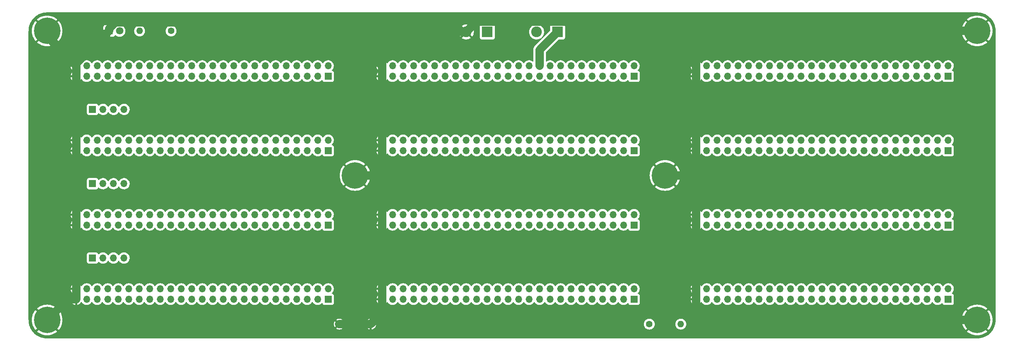
<source format=gbr>
%TF.GenerationSoftware,KiCad,Pcbnew,(6.0.11)*%
%TF.CreationDate,2023-05-28T18:55:10-04:00*%
%TF.ProjectId,backplane.4-slot,6261636b-706c-4616-9e65-2e342d736c6f,rev?*%
%TF.SameCoordinates,Original*%
%TF.FileFunction,Copper,L1,Top*%
%TF.FilePolarity,Positive*%
%FSLAX46Y46*%
G04 Gerber Fmt 4.6, Leading zero omitted, Abs format (unit mm)*
G04 Created by KiCad (PCBNEW (6.0.11)) date 2023-05-28 18:55:10*
%MOMM*%
%LPD*%
G01*
G04 APERTURE LIST*
%TA.AperFunction,ComponentPad*%
%ADD10R,1.700000X1.700000*%
%TD*%
%TA.AperFunction,ComponentPad*%
%ADD11O,1.700000X1.700000*%
%TD*%
%TA.AperFunction,ComponentPad*%
%ADD12C,6.400000*%
%TD*%
%TA.AperFunction,ComponentPad*%
%ADD13R,1.800000X1.800000*%
%TD*%
%TA.AperFunction,ComponentPad*%
%ADD14C,1.800000*%
%TD*%
%TA.AperFunction,ComponentPad*%
%ADD15C,1.600000*%
%TD*%
%TA.AperFunction,ComponentPad*%
%ADD16O,1.600000X1.600000*%
%TD*%
%TA.AperFunction,ComponentPad*%
%ADD17R,2.600000X2.600000*%
%TD*%
%TA.AperFunction,ComponentPad*%
%ADD18C,2.600000*%
%TD*%
%TA.AperFunction,Conductor*%
%ADD19C,2.000000*%
%TD*%
G04 APERTURE END LIST*
D10*
%TO.P,J1,1,Pin_1*%
%TO.N,VCC*%
X108000000Y-220000000D03*
D11*
%TO.P,J1,2,Pin_2*%
X108000000Y-217460000D03*
%TO.P,J1,3,Pin_3*%
%TO.N,/~{RD}*%
X105460000Y-220000000D03*
%TO.P,J1,4,Pin_4*%
%TO.N,/E*%
X105460000Y-217460000D03*
%TO.P,J1,5,Pin_5*%
%TO.N,/~{WR}*%
X102920000Y-220000000D03*
%TO.P,J1,6,Pin_6*%
%TO.N,/ST*%
X102920000Y-217460000D03*
%TO.P,J1,7,Pin_7*%
%TO.N,/~{IORQ}*%
X100380000Y-220000000D03*
%TO.P,J1,8,Pin_8*%
%TO.N,/PHI*%
X100380000Y-217460000D03*
%TO.P,J1,9,Pin_9*%
%TO.N,/~{MREQ}*%
X97840000Y-220000000D03*
%TO.P,J1,10,Pin_10*%
%TO.N,/~{INT2}*%
X97840000Y-217460000D03*
%TO.P,J1,11,Pin_11*%
%TO.N,/~{M1}*%
X95300000Y-220000000D03*
%TO.P,J1,12,Pin_12*%
%TO.N,/~{INT1}*%
X95300000Y-217460000D03*
%TO.P,J1,13,Pin_13*%
%TO.N,/~{BUSACK}*%
X92760000Y-220000000D03*
%TO.P,J1,14,Pin_14*%
%TO.N,/CRUCLK*%
X92760000Y-217460000D03*
%TO.P,J1,15,Pin_15*%
%TO.N,/CLK*%
X90220000Y-220000000D03*
%TO.P,J1,16,Pin_16*%
%TO.N,/CRUOUT*%
X90220000Y-217460000D03*
%TO.P,J1,17,Pin_17*%
%TO.N,/~{INT0}*%
X87680000Y-220000000D03*
%TO.P,J1,18,Pin_18*%
%TO.N,/CRUIN*%
X87680000Y-217460000D03*
%TO.P,J1,19,Pin_19*%
%TO.N,/~{NMI}*%
X85140000Y-220000000D03*
%TO.P,J1,20,Pin_20*%
%TO.N,/~{RES_IN}*%
X85140000Y-217460000D03*
%TO.P,J1,21,Pin_21*%
%TO.N,/~{RES_OUT}*%
X82600000Y-220000000D03*
%TO.P,J1,22,Pin_22*%
%TO.N,/USER8*%
X82600000Y-217460000D03*
%TO.P,J1,23,Pin_23*%
%TO.N,/~{BUSRQ}*%
X80060000Y-220000000D03*
%TO.P,J1,24,Pin_24*%
%TO.N,/USER7*%
X80060000Y-217460000D03*
%TO.P,J1,25,Pin_25*%
%TO.N,/~{WAIT}*%
X77520000Y-220000000D03*
%TO.P,J1,26,Pin_26*%
%TO.N,/USER6*%
X77520000Y-217460000D03*
%TO.P,J1,27,Pin_27*%
%TO.N,/~{HALT}*%
X74980000Y-220000000D03*
%TO.P,J1,28,Pin_28*%
%TO.N,/USER5*%
X74980000Y-217460000D03*
%TO.P,J1,29,Pin_29*%
%TO.N,/~{RFSH}*%
X72440000Y-220000000D03*
%TO.P,J1,30,Pin_30*%
%TO.N,/USER4*%
X72440000Y-217460000D03*
%TO.P,J1,31,Pin_31*%
%TO.N,/~{EIRQ7}*%
X69900000Y-220000000D03*
%TO.P,J1,32,Pin_32*%
%TO.N,/USER3*%
X69900000Y-217460000D03*
%TO.P,J1,33,Pin_33*%
%TO.N,/~{EIRQ6}*%
X67360000Y-220000000D03*
%TO.P,J1,34,Pin_34*%
%TO.N,/USER2*%
X67360000Y-217460000D03*
%TO.P,J1,35,Pin_35*%
%TO.N,/~{EIRQ5}*%
X64820000Y-220000000D03*
%TO.P,J1,36,Pin_36*%
%TO.N,/USER1*%
X64820000Y-217460000D03*
%TO.P,J1,37,Pin_37*%
%TO.N,/~{EIRQ4}*%
X62280000Y-220000000D03*
%TO.P,J1,38,Pin_38*%
%TO.N,/USER0*%
X62280000Y-217460000D03*
%TO.P,J1,39,Pin_39*%
%TO.N,/~{EIRQ3}*%
X59740000Y-220000000D03*
%TO.P,J1,40,Pin_40*%
%TO.N,/~{BAI-1}*%
X59740000Y-217460000D03*
%TO.P,J1,41,Pin_41*%
%TO.N,/~{EIRQ2}*%
X57200000Y-220000000D03*
%TO.P,J1,42,Pin_42*%
%TO.N,unconnected-(J1-Pad42)*%
X57200000Y-217460000D03*
%TO.P,J1,43,Pin_43*%
%TO.N,/~{EIRQ1}*%
X54660000Y-220000000D03*
%TO.P,J1,44,Pin_44*%
%TO.N,/~{IEI-1}*%
X54660000Y-217460000D03*
%TO.P,J1,45,Pin_45*%
%TO.N,/~{EIRQ0}*%
X52120000Y-220000000D03*
%TO.P,J1,46,Pin_46*%
%TO.N,unconnected-(J1-Pad46)*%
X52120000Y-217460000D03*
%TO.P,J1,47,Pin_47*%
%TO.N,/I2C_SCL*%
X49580000Y-220000000D03*
%TO.P,J1,48,Pin_48*%
%TO.N,/I2C_SDA*%
X49580000Y-217460000D03*
%TO.P,J1,49,Pin_49*%
%TO.N,GND*%
X47040000Y-220000000D03*
%TO.P,J1,50,Pin_50*%
X47040000Y-217460000D03*
%TD*%
D10*
%TO.P,J3,1,Pin_1*%
%TO.N,VCC*%
X258000000Y-220000000D03*
D11*
%TO.P,J3,2,Pin_2*%
X258000000Y-217460000D03*
%TO.P,J3,3,Pin_3*%
%TO.N,/D15*%
X255460000Y-220000000D03*
%TO.P,J3,4,Pin_4*%
%TO.N,/D31*%
X255460000Y-217460000D03*
%TO.P,J3,5,Pin_5*%
%TO.N,/D14*%
X252920000Y-220000000D03*
%TO.P,J3,6,Pin_6*%
%TO.N,/D30*%
X252920000Y-217460000D03*
%TO.P,J3,7,Pin_7*%
%TO.N,/D13*%
X250380000Y-220000000D03*
%TO.P,J3,8,Pin_8*%
%TO.N,/D29*%
X250380000Y-217460000D03*
%TO.P,J3,9,Pin_9*%
%TO.N,/D12*%
X247840000Y-220000000D03*
%TO.P,J3,10,Pin_10*%
%TO.N,/D28*%
X247840000Y-217460000D03*
%TO.P,J3,11,Pin_11*%
%TO.N,/D11*%
X245300000Y-220000000D03*
%TO.P,J3,12,Pin_12*%
%TO.N,/D27*%
X245300000Y-217460000D03*
%TO.P,J3,13,Pin_13*%
%TO.N,/D10*%
X242760000Y-220000000D03*
%TO.P,J3,14,Pin_14*%
%TO.N,/D26*%
X242760000Y-217460000D03*
%TO.P,J3,15,Pin_15*%
%TO.N,/D9*%
X240220000Y-220000000D03*
%TO.P,J3,16,Pin_16*%
%TO.N,/D25*%
X240220000Y-217460000D03*
%TO.P,J3,17,Pin_17*%
%TO.N,/D8*%
X237680000Y-220000000D03*
%TO.P,J3,18,Pin_18*%
%TO.N,/D24*%
X237680000Y-217460000D03*
%TO.P,J3,19,Pin_19*%
%TO.N,/D7*%
X235140000Y-220000000D03*
%TO.P,J3,20,Pin_20*%
%TO.N,/D23*%
X235140000Y-217460000D03*
%TO.P,J3,21,Pin_21*%
%TO.N,/D6*%
X232600000Y-220000000D03*
%TO.P,J3,22,Pin_22*%
%TO.N,/D22*%
X232600000Y-217460000D03*
%TO.P,J3,23,Pin_23*%
%TO.N,/D5*%
X230060000Y-220000000D03*
%TO.P,J3,24,Pin_24*%
%TO.N,/D21*%
X230060000Y-217460000D03*
%TO.P,J3,25,Pin_25*%
%TO.N,/D4*%
X227520000Y-220000000D03*
%TO.P,J3,26,Pin_26*%
%TO.N,/D20*%
X227520000Y-217460000D03*
%TO.P,J3,27,Pin_27*%
%TO.N,/D3*%
X224980000Y-220000000D03*
%TO.P,J3,28,Pin_28*%
%TO.N,/D19*%
X224980000Y-217460000D03*
%TO.P,J3,29,Pin_29*%
%TO.N,/D2*%
X222440000Y-220000000D03*
%TO.P,J3,30,Pin_30*%
%TO.N,/D18*%
X222440000Y-217460000D03*
%TO.P,J3,31,Pin_31*%
%TO.N,/D1*%
X219900000Y-220000000D03*
%TO.P,J3,32,Pin_32*%
%TO.N,/D17*%
X219900000Y-217460000D03*
%TO.P,J3,33,Pin_33*%
%TO.N,/D0*%
X217360000Y-220000000D03*
%TO.P,J3,34,Pin_34*%
%TO.N,/D16*%
X217360000Y-217460000D03*
%TO.P,J3,35,Pin_35*%
%TO.N,/~{BUSERR}*%
X214820000Y-220000000D03*
%TO.P,J3,36,Pin_36*%
%TO.N,/UDS*%
X214820000Y-217460000D03*
%TO.P,J3,37,Pin_37*%
%TO.N,/~{VPA}*%
X212280000Y-220000000D03*
%TO.P,J3,38,Pin_38*%
%TO.N,/LDS*%
X212280000Y-217460000D03*
%TO.P,J3,39,Pin_39*%
%TO.N,/~{VMA}*%
X209740000Y-220000000D03*
%TO.P,J3,40,Pin_40*%
%TO.N,/S2*%
X209740000Y-217460000D03*
%TO.P,J3,41,Pin_41*%
%TO.N,/~{BHE}*%
X207200000Y-220000000D03*
%TO.P,J3,42,Pin_42*%
%TO.N,/S1*%
X207200000Y-217460000D03*
%TO.P,J3,43,Pin_43*%
%TO.N,/IPL2*%
X204660000Y-220000000D03*
%TO.P,J3,44,Pin_44*%
%TO.N,/S0*%
X204660000Y-217460000D03*
%TO.P,J3,45,Pin_45*%
%TO.N,/IPL1*%
X202120000Y-220000000D03*
%TO.P,J3,46,Pin_46*%
%TO.N,/AUXCLK3*%
X202120000Y-217460000D03*
%TO.P,J3,47,Pin_47*%
%TO.N,/IPL0*%
X199580000Y-220000000D03*
%TO.P,J3,48,Pin_48*%
%TO.N,/AUXCLK2*%
X199580000Y-217460000D03*
%TO.P,J3,49,Pin_49*%
%TO.N,GND*%
X197040000Y-220000000D03*
%TO.P,J3,50,Pin_50*%
X197040000Y-217460000D03*
%TD*%
D10*
%TO.P,J2,1,Pin_1*%
%TO.N,VCC*%
X182000000Y-220000000D03*
D11*
%TO.P,J2,2,Pin_2*%
X182000000Y-217460000D03*
%TO.P,J2,3,Pin_3*%
%TO.N,/A15*%
X179460000Y-220000000D03*
%TO.P,J2,4,Pin_4*%
%TO.N,/A31*%
X179460000Y-217460000D03*
%TO.P,J2,5,Pin_5*%
%TO.N,/A14*%
X176920000Y-220000000D03*
%TO.P,J2,6,Pin_6*%
%TO.N,/A30*%
X176920000Y-217460000D03*
%TO.P,J2,7,Pin_7*%
%TO.N,/A13*%
X174380000Y-220000000D03*
%TO.P,J2,8,Pin_8*%
%TO.N,/A29*%
X174380000Y-217460000D03*
%TO.P,J2,9,Pin_9*%
%TO.N,/A12*%
X171840000Y-220000000D03*
%TO.P,J2,10,Pin_10*%
%TO.N,/A28*%
X171840000Y-217460000D03*
%TO.P,J2,11,Pin_11*%
%TO.N,/A11*%
X169300000Y-220000000D03*
%TO.P,J2,12,Pin_12*%
%TO.N,/A27*%
X169300000Y-217460000D03*
%TO.P,J2,13,Pin_13*%
%TO.N,/A10*%
X166760000Y-220000000D03*
%TO.P,J2,14,Pin_14*%
%TO.N,/A26*%
X166760000Y-217460000D03*
%TO.P,J2,15,Pin_15*%
%TO.N,/A9*%
X164220000Y-220000000D03*
%TO.P,J2,16,Pin_16*%
%TO.N,/A25*%
X164220000Y-217460000D03*
%TO.P,J2,17,Pin_17*%
%TO.N,/A8*%
X161680000Y-220000000D03*
%TO.P,J2,18,Pin_18*%
%TO.N,/A24*%
X161680000Y-217460000D03*
%TO.P,J2,19,Pin_19*%
%TO.N,/+12V*%
X159140000Y-220000000D03*
%TO.P,J2,20,Pin_20*%
X159140000Y-217460000D03*
%TO.P,J2,21,Pin_21*%
%TO.N,/A7*%
X156600000Y-220000000D03*
%TO.P,J2,22,Pin_22*%
%TO.N,/A23*%
X156600000Y-217460000D03*
%TO.P,J2,23,Pin_23*%
%TO.N,/A6*%
X154060000Y-220000000D03*
%TO.P,J2,24,Pin_24*%
%TO.N,/A22*%
X154060000Y-217460000D03*
%TO.P,J2,25,Pin_25*%
%TO.N,/A5*%
X151520000Y-220000000D03*
%TO.P,J2,26,Pin_26*%
%TO.N,/A21*%
X151520000Y-217460000D03*
%TO.P,J2,27,Pin_27*%
%TO.N,/A4*%
X148980000Y-220000000D03*
%TO.P,J2,28,Pin_28*%
%TO.N,/A20*%
X148980000Y-217460000D03*
%TO.P,J2,29,Pin_29*%
%TO.N,/A3*%
X146440000Y-220000000D03*
%TO.P,J2,30,Pin_30*%
%TO.N,/A19*%
X146440000Y-217460000D03*
%TO.P,J2,31,Pin_31*%
%TO.N,/A2*%
X143900000Y-220000000D03*
%TO.P,J2,32,Pin_32*%
%TO.N,/A18*%
X143900000Y-217460000D03*
%TO.P,J2,33,Pin_33*%
%TO.N,/A1*%
X141360000Y-220000000D03*
%TO.P,J2,34,Pin_34*%
%TO.N,/A17*%
X141360000Y-217460000D03*
%TO.P,J2,35,Pin_35*%
%TO.N,/A0*%
X138820000Y-220000000D03*
%TO.P,J2,36,Pin_36*%
%TO.N,/A16*%
X138820000Y-217460000D03*
%TO.P,J2,37,Pin_37*%
%TO.N,/-12V*%
X136280000Y-220000000D03*
%TO.P,J2,38,Pin_38*%
X136280000Y-217460000D03*
%TO.P,J2,39,Pin_39*%
%TO.N,/IC3*%
X133740000Y-220000000D03*
%TO.P,J2,40,Pin_40*%
%TO.N,/~{TEND1}*%
X133740000Y-217460000D03*
%TO.P,J2,41,Pin_41*%
%TO.N,/IC2*%
X131200000Y-220000000D03*
%TO.P,J2,42,Pin_42*%
%TO.N,/~{DREQ1}*%
X131200000Y-217460000D03*
%TO.P,J2,43,Pin_43*%
%TO.N,/IC1*%
X128660000Y-220000000D03*
%TO.P,J2,44,Pin_44*%
%TO.N,/~{TEND0}*%
X128660000Y-217460000D03*
%TO.P,J2,45,Pin_45*%
%TO.N,/IC0*%
X126120000Y-220000000D03*
%TO.P,J2,46,Pin_46*%
%TO.N,/~{DREQ0}*%
X126120000Y-217460000D03*
%TO.P,J2,47,Pin_47*%
%TO.N,/AUXCLK1*%
X123580000Y-220000000D03*
%TO.P,J2,48,Pin_48*%
%TO.N,/AUXCLK0*%
X123580000Y-217460000D03*
%TO.P,J2,49,Pin_49*%
%TO.N,GND*%
X121040000Y-220000000D03*
%TO.P,J2,50,Pin_50*%
X121040000Y-217460000D03*
%TD*%
D12*
%TO.P,H1,1,1*%
%TO.N,GND*%
X40000000Y-155000000D03*
%TD*%
%TO.P,H2,1,1*%
%TO.N,GND*%
X265000000Y-155000000D03*
%TD*%
D10*
%TO.P,J4,1,Pin_1*%
%TO.N,VCC*%
X108000000Y-202000000D03*
D11*
%TO.P,J4,2,Pin_2*%
X108000000Y-199460000D03*
%TO.P,J4,3,Pin_3*%
%TO.N,/~{RD}*%
X105460000Y-202000000D03*
%TO.P,J4,4,Pin_4*%
%TO.N,/E*%
X105460000Y-199460000D03*
%TO.P,J4,5,Pin_5*%
%TO.N,/~{WR}*%
X102920000Y-202000000D03*
%TO.P,J4,6,Pin_6*%
%TO.N,/ST*%
X102920000Y-199460000D03*
%TO.P,J4,7,Pin_7*%
%TO.N,/~{IORQ}*%
X100380000Y-202000000D03*
%TO.P,J4,8,Pin_8*%
%TO.N,/PHI*%
X100380000Y-199460000D03*
%TO.P,J4,9,Pin_9*%
%TO.N,/~{MREQ}*%
X97840000Y-202000000D03*
%TO.P,J4,10,Pin_10*%
%TO.N,/~{INT2}*%
X97840000Y-199460000D03*
%TO.P,J4,11,Pin_11*%
%TO.N,/~{M1}*%
X95300000Y-202000000D03*
%TO.P,J4,12,Pin_12*%
%TO.N,/~{INT1}*%
X95300000Y-199460000D03*
%TO.P,J4,13,Pin_13*%
%TO.N,/~{BUSACK}*%
X92760000Y-202000000D03*
%TO.P,J4,14,Pin_14*%
%TO.N,/CRUCLK*%
X92760000Y-199460000D03*
%TO.P,J4,15,Pin_15*%
%TO.N,/CLK*%
X90220000Y-202000000D03*
%TO.P,J4,16,Pin_16*%
%TO.N,/CRUOUT*%
X90220000Y-199460000D03*
%TO.P,J4,17,Pin_17*%
%TO.N,/~{INT0}*%
X87680000Y-202000000D03*
%TO.P,J4,18,Pin_18*%
%TO.N,/CRUIN*%
X87680000Y-199460000D03*
%TO.P,J4,19,Pin_19*%
%TO.N,/~{NMI}*%
X85140000Y-202000000D03*
%TO.P,J4,20,Pin_20*%
%TO.N,/~{RES_IN}*%
X85140000Y-199460000D03*
%TO.P,J4,21,Pin_21*%
%TO.N,/~{RES_OUT}*%
X82600000Y-202000000D03*
%TO.P,J4,22,Pin_22*%
%TO.N,/USER8*%
X82600000Y-199460000D03*
%TO.P,J4,23,Pin_23*%
%TO.N,/~{BUSRQ}*%
X80060000Y-202000000D03*
%TO.P,J4,24,Pin_24*%
%TO.N,/USER7*%
X80060000Y-199460000D03*
%TO.P,J4,25,Pin_25*%
%TO.N,/~{WAIT}*%
X77520000Y-202000000D03*
%TO.P,J4,26,Pin_26*%
%TO.N,/USER6*%
X77520000Y-199460000D03*
%TO.P,J4,27,Pin_27*%
%TO.N,/~{HALT}*%
X74980000Y-202000000D03*
%TO.P,J4,28,Pin_28*%
%TO.N,/USER5*%
X74980000Y-199460000D03*
%TO.P,J4,29,Pin_29*%
%TO.N,/~{RFSH}*%
X72440000Y-202000000D03*
%TO.P,J4,30,Pin_30*%
%TO.N,/USER4*%
X72440000Y-199460000D03*
%TO.P,J4,31,Pin_31*%
%TO.N,/~{EIRQ7}*%
X69900000Y-202000000D03*
%TO.P,J4,32,Pin_32*%
%TO.N,/USER3*%
X69900000Y-199460000D03*
%TO.P,J4,33,Pin_33*%
%TO.N,/~{EIRQ6}*%
X67360000Y-202000000D03*
%TO.P,J4,34,Pin_34*%
%TO.N,/USER2*%
X67360000Y-199460000D03*
%TO.P,J4,35,Pin_35*%
%TO.N,/~{EIRQ5}*%
X64820000Y-202000000D03*
%TO.P,J4,36,Pin_36*%
%TO.N,/USER1*%
X64820000Y-199460000D03*
%TO.P,J4,37,Pin_37*%
%TO.N,/~{EIRQ4}*%
X62280000Y-202000000D03*
%TO.P,J4,38,Pin_38*%
%TO.N,/USER0*%
X62280000Y-199460000D03*
%TO.P,J4,39,Pin_39*%
%TO.N,/~{EIRQ3}*%
X59740000Y-202000000D03*
%TO.P,J4,40,Pin_40*%
%TO.N,/~{BAI-2}*%
X59740000Y-199460000D03*
%TO.P,J4,41,Pin_41*%
%TO.N,/~{EIRQ2}*%
X57200000Y-202000000D03*
%TO.P,J4,42,Pin_42*%
%TO.N,/~{BAO-2}*%
X57200000Y-199460000D03*
%TO.P,J4,43,Pin_43*%
%TO.N,/~{EIRQ1}*%
X54660000Y-202000000D03*
%TO.P,J4,44,Pin_44*%
%TO.N,/~{IEI-2}*%
X54660000Y-199460000D03*
%TO.P,J4,45,Pin_45*%
%TO.N,/~{EIRQ0}*%
X52120000Y-202000000D03*
%TO.P,J4,46,Pin_46*%
%TO.N,/~{IEO-2}*%
X52120000Y-199460000D03*
%TO.P,J4,47,Pin_47*%
%TO.N,/I2C_SCL*%
X49580000Y-202000000D03*
%TO.P,J4,48,Pin_48*%
%TO.N,/I2C_SDA*%
X49580000Y-199460000D03*
%TO.P,J4,49,Pin_49*%
%TO.N,GND*%
X47040000Y-202000000D03*
%TO.P,J4,50,Pin_50*%
X47040000Y-199460000D03*
%TD*%
D10*
%TO.P,J5,1,Pin_1*%
%TO.N,VCC*%
X182000000Y-202000000D03*
D11*
%TO.P,J5,2,Pin_2*%
X182000000Y-199460000D03*
%TO.P,J5,3,Pin_3*%
%TO.N,/A15*%
X179460000Y-202000000D03*
%TO.P,J5,4,Pin_4*%
%TO.N,/A31*%
X179460000Y-199460000D03*
%TO.P,J5,5,Pin_5*%
%TO.N,/A14*%
X176920000Y-202000000D03*
%TO.P,J5,6,Pin_6*%
%TO.N,/A30*%
X176920000Y-199460000D03*
%TO.P,J5,7,Pin_7*%
%TO.N,/A13*%
X174380000Y-202000000D03*
%TO.P,J5,8,Pin_8*%
%TO.N,/A29*%
X174380000Y-199460000D03*
%TO.P,J5,9,Pin_9*%
%TO.N,/A12*%
X171840000Y-202000000D03*
%TO.P,J5,10,Pin_10*%
%TO.N,/A28*%
X171840000Y-199460000D03*
%TO.P,J5,11,Pin_11*%
%TO.N,/A11*%
X169300000Y-202000000D03*
%TO.P,J5,12,Pin_12*%
%TO.N,/A27*%
X169300000Y-199460000D03*
%TO.P,J5,13,Pin_13*%
%TO.N,/A10*%
X166760000Y-202000000D03*
%TO.P,J5,14,Pin_14*%
%TO.N,/A26*%
X166760000Y-199460000D03*
%TO.P,J5,15,Pin_15*%
%TO.N,/A9*%
X164220000Y-202000000D03*
%TO.P,J5,16,Pin_16*%
%TO.N,/A25*%
X164220000Y-199460000D03*
%TO.P,J5,17,Pin_17*%
%TO.N,/A8*%
X161680000Y-202000000D03*
%TO.P,J5,18,Pin_18*%
%TO.N,/A24*%
X161680000Y-199460000D03*
%TO.P,J5,19,Pin_19*%
%TO.N,/+12V*%
X159140000Y-202000000D03*
%TO.P,J5,20,Pin_20*%
X159140000Y-199460000D03*
%TO.P,J5,21,Pin_21*%
%TO.N,/A7*%
X156600000Y-202000000D03*
%TO.P,J5,22,Pin_22*%
%TO.N,/A23*%
X156600000Y-199460000D03*
%TO.P,J5,23,Pin_23*%
%TO.N,/A6*%
X154060000Y-202000000D03*
%TO.P,J5,24,Pin_24*%
%TO.N,/A22*%
X154060000Y-199460000D03*
%TO.P,J5,25,Pin_25*%
%TO.N,/A5*%
X151520000Y-202000000D03*
%TO.P,J5,26,Pin_26*%
%TO.N,/A21*%
X151520000Y-199460000D03*
%TO.P,J5,27,Pin_27*%
%TO.N,/A4*%
X148980000Y-202000000D03*
%TO.P,J5,28,Pin_28*%
%TO.N,/A20*%
X148980000Y-199460000D03*
%TO.P,J5,29,Pin_29*%
%TO.N,/A3*%
X146440000Y-202000000D03*
%TO.P,J5,30,Pin_30*%
%TO.N,/A19*%
X146440000Y-199460000D03*
%TO.P,J5,31,Pin_31*%
%TO.N,/A2*%
X143900000Y-202000000D03*
%TO.P,J5,32,Pin_32*%
%TO.N,/A18*%
X143900000Y-199460000D03*
%TO.P,J5,33,Pin_33*%
%TO.N,/A1*%
X141360000Y-202000000D03*
%TO.P,J5,34,Pin_34*%
%TO.N,/A17*%
X141360000Y-199460000D03*
%TO.P,J5,35,Pin_35*%
%TO.N,/A0*%
X138820000Y-202000000D03*
%TO.P,J5,36,Pin_36*%
%TO.N,/A16*%
X138820000Y-199460000D03*
%TO.P,J5,37,Pin_37*%
%TO.N,/-12V*%
X136280000Y-202000000D03*
%TO.P,J5,38,Pin_38*%
X136280000Y-199460000D03*
%TO.P,J5,39,Pin_39*%
%TO.N,/IC3*%
X133740000Y-202000000D03*
%TO.P,J5,40,Pin_40*%
%TO.N,/~{TEND1}*%
X133740000Y-199460000D03*
%TO.P,J5,41,Pin_41*%
%TO.N,/IC2*%
X131200000Y-202000000D03*
%TO.P,J5,42,Pin_42*%
%TO.N,/~{DREQ1}*%
X131200000Y-199460000D03*
%TO.P,J5,43,Pin_43*%
%TO.N,/IC1*%
X128660000Y-202000000D03*
%TO.P,J5,44,Pin_44*%
%TO.N,/~{TEND0}*%
X128660000Y-199460000D03*
%TO.P,J5,45,Pin_45*%
%TO.N,/IC0*%
X126120000Y-202000000D03*
%TO.P,J5,46,Pin_46*%
%TO.N,/~{DREQ0}*%
X126120000Y-199460000D03*
%TO.P,J5,47,Pin_47*%
%TO.N,/AUXCLK1*%
X123580000Y-202000000D03*
%TO.P,J5,48,Pin_48*%
%TO.N,/AUXCLK0*%
X123580000Y-199460000D03*
%TO.P,J5,49,Pin_49*%
%TO.N,GND*%
X121040000Y-202000000D03*
%TO.P,J5,50,Pin_50*%
X121040000Y-199460000D03*
%TD*%
D10*
%TO.P,J6,1,Pin_1*%
%TO.N,VCC*%
X258000000Y-202000000D03*
D11*
%TO.P,J6,2,Pin_2*%
X258000000Y-199460000D03*
%TO.P,J6,3,Pin_3*%
%TO.N,/D15*%
X255460000Y-202000000D03*
%TO.P,J6,4,Pin_4*%
%TO.N,/D31*%
X255460000Y-199460000D03*
%TO.P,J6,5,Pin_5*%
%TO.N,/D14*%
X252920000Y-202000000D03*
%TO.P,J6,6,Pin_6*%
%TO.N,/D30*%
X252920000Y-199460000D03*
%TO.P,J6,7,Pin_7*%
%TO.N,/D13*%
X250380000Y-202000000D03*
%TO.P,J6,8,Pin_8*%
%TO.N,/D29*%
X250380000Y-199460000D03*
%TO.P,J6,9,Pin_9*%
%TO.N,/D12*%
X247840000Y-202000000D03*
%TO.P,J6,10,Pin_10*%
%TO.N,/D28*%
X247840000Y-199460000D03*
%TO.P,J6,11,Pin_11*%
%TO.N,/D11*%
X245300000Y-202000000D03*
%TO.P,J6,12,Pin_12*%
%TO.N,/D27*%
X245300000Y-199460000D03*
%TO.P,J6,13,Pin_13*%
%TO.N,/D10*%
X242760000Y-202000000D03*
%TO.P,J6,14,Pin_14*%
%TO.N,/D26*%
X242760000Y-199460000D03*
%TO.P,J6,15,Pin_15*%
%TO.N,/D9*%
X240220000Y-202000000D03*
%TO.P,J6,16,Pin_16*%
%TO.N,/D25*%
X240220000Y-199460000D03*
%TO.P,J6,17,Pin_17*%
%TO.N,/D8*%
X237680000Y-202000000D03*
%TO.P,J6,18,Pin_18*%
%TO.N,/D24*%
X237680000Y-199460000D03*
%TO.P,J6,19,Pin_19*%
%TO.N,/D7*%
X235140000Y-202000000D03*
%TO.P,J6,20,Pin_20*%
%TO.N,/D23*%
X235140000Y-199460000D03*
%TO.P,J6,21,Pin_21*%
%TO.N,/D6*%
X232600000Y-202000000D03*
%TO.P,J6,22,Pin_22*%
%TO.N,/D22*%
X232600000Y-199460000D03*
%TO.P,J6,23,Pin_23*%
%TO.N,/D5*%
X230060000Y-202000000D03*
%TO.P,J6,24,Pin_24*%
%TO.N,/D21*%
X230060000Y-199460000D03*
%TO.P,J6,25,Pin_25*%
%TO.N,/D4*%
X227520000Y-202000000D03*
%TO.P,J6,26,Pin_26*%
%TO.N,/D20*%
X227520000Y-199460000D03*
%TO.P,J6,27,Pin_27*%
%TO.N,/D3*%
X224980000Y-202000000D03*
%TO.P,J6,28,Pin_28*%
%TO.N,/D19*%
X224980000Y-199460000D03*
%TO.P,J6,29,Pin_29*%
%TO.N,/D2*%
X222440000Y-202000000D03*
%TO.P,J6,30,Pin_30*%
%TO.N,/D18*%
X222440000Y-199460000D03*
%TO.P,J6,31,Pin_31*%
%TO.N,/D1*%
X219900000Y-202000000D03*
%TO.P,J6,32,Pin_32*%
%TO.N,/D17*%
X219900000Y-199460000D03*
%TO.P,J6,33,Pin_33*%
%TO.N,/D0*%
X217360000Y-202000000D03*
%TO.P,J6,34,Pin_34*%
%TO.N,/D16*%
X217360000Y-199460000D03*
%TO.P,J6,35,Pin_35*%
%TO.N,/~{BUSERR}*%
X214820000Y-202000000D03*
%TO.P,J6,36,Pin_36*%
%TO.N,/UDS*%
X214820000Y-199460000D03*
%TO.P,J6,37,Pin_37*%
%TO.N,/~{VPA}*%
X212280000Y-202000000D03*
%TO.P,J6,38,Pin_38*%
%TO.N,/LDS*%
X212280000Y-199460000D03*
%TO.P,J6,39,Pin_39*%
%TO.N,/~{VMA}*%
X209740000Y-202000000D03*
%TO.P,J6,40,Pin_40*%
%TO.N,/S2*%
X209740000Y-199460000D03*
%TO.P,J6,41,Pin_41*%
%TO.N,/~{BHE}*%
X207200000Y-202000000D03*
%TO.P,J6,42,Pin_42*%
%TO.N,/S1*%
X207200000Y-199460000D03*
%TO.P,J6,43,Pin_43*%
%TO.N,/IPL2*%
X204660000Y-202000000D03*
%TO.P,J6,44,Pin_44*%
%TO.N,/S0*%
X204660000Y-199460000D03*
%TO.P,J6,45,Pin_45*%
%TO.N,/IPL1*%
X202120000Y-202000000D03*
%TO.P,J6,46,Pin_46*%
%TO.N,/AUXCLK3*%
X202120000Y-199460000D03*
%TO.P,J6,47,Pin_47*%
%TO.N,/IPL0*%
X199580000Y-202000000D03*
%TO.P,J6,48,Pin_48*%
%TO.N,/AUXCLK2*%
X199580000Y-199460000D03*
%TO.P,J6,49,Pin_49*%
%TO.N,GND*%
X197040000Y-202000000D03*
%TO.P,J6,50,Pin_50*%
X197040000Y-199460000D03*
%TD*%
D10*
%TO.P,J7,1,Pin_1*%
%TO.N,VCC*%
X108000000Y-184000000D03*
D11*
%TO.P,J7,2,Pin_2*%
X108000000Y-181460000D03*
%TO.P,J7,3,Pin_3*%
%TO.N,/~{RD}*%
X105460000Y-184000000D03*
%TO.P,J7,4,Pin_4*%
%TO.N,/E*%
X105460000Y-181460000D03*
%TO.P,J7,5,Pin_5*%
%TO.N,/~{WR}*%
X102920000Y-184000000D03*
%TO.P,J7,6,Pin_6*%
%TO.N,/ST*%
X102920000Y-181460000D03*
%TO.P,J7,7,Pin_7*%
%TO.N,/~{IORQ}*%
X100380000Y-184000000D03*
%TO.P,J7,8,Pin_8*%
%TO.N,/PHI*%
X100380000Y-181460000D03*
%TO.P,J7,9,Pin_9*%
%TO.N,/~{MREQ}*%
X97840000Y-184000000D03*
%TO.P,J7,10,Pin_10*%
%TO.N,/~{INT2}*%
X97840000Y-181460000D03*
%TO.P,J7,11,Pin_11*%
%TO.N,/~{M1}*%
X95300000Y-184000000D03*
%TO.P,J7,12,Pin_12*%
%TO.N,/~{INT1}*%
X95300000Y-181460000D03*
%TO.P,J7,13,Pin_13*%
%TO.N,/~{BUSACK}*%
X92760000Y-184000000D03*
%TO.P,J7,14,Pin_14*%
%TO.N,/CRUCLK*%
X92760000Y-181460000D03*
%TO.P,J7,15,Pin_15*%
%TO.N,/CLK*%
X90220000Y-184000000D03*
%TO.P,J7,16,Pin_16*%
%TO.N,/CRUOUT*%
X90220000Y-181460000D03*
%TO.P,J7,17,Pin_17*%
%TO.N,/~{INT0}*%
X87680000Y-184000000D03*
%TO.P,J7,18,Pin_18*%
%TO.N,/CRUIN*%
X87680000Y-181460000D03*
%TO.P,J7,19,Pin_19*%
%TO.N,/~{NMI}*%
X85140000Y-184000000D03*
%TO.P,J7,20,Pin_20*%
%TO.N,/~{RES_IN}*%
X85140000Y-181460000D03*
%TO.P,J7,21,Pin_21*%
%TO.N,/~{RES_OUT}*%
X82600000Y-184000000D03*
%TO.P,J7,22,Pin_22*%
%TO.N,/USER8*%
X82600000Y-181460000D03*
%TO.P,J7,23,Pin_23*%
%TO.N,/~{BUSRQ}*%
X80060000Y-184000000D03*
%TO.P,J7,24,Pin_24*%
%TO.N,/USER7*%
X80060000Y-181460000D03*
%TO.P,J7,25,Pin_25*%
%TO.N,/~{WAIT}*%
X77520000Y-184000000D03*
%TO.P,J7,26,Pin_26*%
%TO.N,/USER6*%
X77520000Y-181460000D03*
%TO.P,J7,27,Pin_27*%
%TO.N,/~{HALT}*%
X74980000Y-184000000D03*
%TO.P,J7,28,Pin_28*%
%TO.N,/USER5*%
X74980000Y-181460000D03*
%TO.P,J7,29,Pin_29*%
%TO.N,/~{RFSH}*%
X72440000Y-184000000D03*
%TO.P,J7,30,Pin_30*%
%TO.N,/USER4*%
X72440000Y-181460000D03*
%TO.P,J7,31,Pin_31*%
%TO.N,/~{EIRQ7}*%
X69900000Y-184000000D03*
%TO.P,J7,32,Pin_32*%
%TO.N,/USER3*%
X69900000Y-181460000D03*
%TO.P,J7,33,Pin_33*%
%TO.N,/~{EIRQ6}*%
X67360000Y-184000000D03*
%TO.P,J7,34,Pin_34*%
%TO.N,/USER2*%
X67360000Y-181460000D03*
%TO.P,J7,35,Pin_35*%
%TO.N,/~{EIRQ5}*%
X64820000Y-184000000D03*
%TO.P,J7,36,Pin_36*%
%TO.N,/USER1*%
X64820000Y-181460000D03*
%TO.P,J7,37,Pin_37*%
%TO.N,/~{EIRQ4}*%
X62280000Y-184000000D03*
%TO.P,J7,38,Pin_38*%
%TO.N,/USER0*%
X62280000Y-181460000D03*
%TO.P,J7,39,Pin_39*%
%TO.N,/~{EIRQ3}*%
X59740000Y-184000000D03*
%TO.P,J7,40,Pin_40*%
%TO.N,/~{BAI-3}*%
X59740000Y-181460000D03*
%TO.P,J7,41,Pin_41*%
%TO.N,/~{EIRQ2}*%
X57200000Y-184000000D03*
%TO.P,J7,42,Pin_42*%
%TO.N,/~{BAO-3}*%
X57200000Y-181460000D03*
%TO.P,J7,43,Pin_43*%
%TO.N,/~{EIRQ1}*%
X54660000Y-184000000D03*
%TO.P,J7,44,Pin_44*%
%TO.N,/~{IEI-3}*%
X54660000Y-181460000D03*
%TO.P,J7,45,Pin_45*%
%TO.N,/~{EIRQ0}*%
X52120000Y-184000000D03*
%TO.P,J7,46,Pin_46*%
%TO.N,/~{IEO-3}*%
X52120000Y-181460000D03*
%TO.P,J7,47,Pin_47*%
%TO.N,/I2C_SCL*%
X49580000Y-184000000D03*
%TO.P,J7,48,Pin_48*%
%TO.N,/I2C_SDA*%
X49580000Y-181460000D03*
%TO.P,J7,49,Pin_49*%
%TO.N,GND*%
X47040000Y-184000000D03*
%TO.P,J7,50,Pin_50*%
X47040000Y-181460000D03*
%TD*%
D10*
%TO.P,J8,1,Pin_1*%
%TO.N,VCC*%
X182000000Y-184000000D03*
D11*
%TO.P,J8,2,Pin_2*%
X182000000Y-181460000D03*
%TO.P,J8,3,Pin_3*%
%TO.N,/A15*%
X179460000Y-184000000D03*
%TO.P,J8,4,Pin_4*%
%TO.N,/A31*%
X179460000Y-181460000D03*
%TO.P,J8,5,Pin_5*%
%TO.N,/A14*%
X176920000Y-184000000D03*
%TO.P,J8,6,Pin_6*%
%TO.N,/A30*%
X176920000Y-181460000D03*
%TO.P,J8,7,Pin_7*%
%TO.N,/A13*%
X174380000Y-184000000D03*
%TO.P,J8,8,Pin_8*%
%TO.N,/A29*%
X174380000Y-181460000D03*
%TO.P,J8,9,Pin_9*%
%TO.N,/A12*%
X171840000Y-184000000D03*
%TO.P,J8,10,Pin_10*%
%TO.N,/A28*%
X171840000Y-181460000D03*
%TO.P,J8,11,Pin_11*%
%TO.N,/A11*%
X169300000Y-184000000D03*
%TO.P,J8,12,Pin_12*%
%TO.N,/A27*%
X169300000Y-181460000D03*
%TO.P,J8,13,Pin_13*%
%TO.N,/A10*%
X166760000Y-184000000D03*
%TO.P,J8,14,Pin_14*%
%TO.N,/A26*%
X166760000Y-181460000D03*
%TO.P,J8,15,Pin_15*%
%TO.N,/A9*%
X164220000Y-184000000D03*
%TO.P,J8,16,Pin_16*%
%TO.N,/A25*%
X164220000Y-181460000D03*
%TO.P,J8,17,Pin_17*%
%TO.N,/A8*%
X161680000Y-184000000D03*
%TO.P,J8,18,Pin_18*%
%TO.N,/A24*%
X161680000Y-181460000D03*
%TO.P,J8,19,Pin_19*%
%TO.N,/+12V*%
X159140000Y-184000000D03*
%TO.P,J8,20,Pin_20*%
X159140000Y-181460000D03*
%TO.P,J8,21,Pin_21*%
%TO.N,/A7*%
X156600000Y-184000000D03*
%TO.P,J8,22,Pin_22*%
%TO.N,/A23*%
X156600000Y-181460000D03*
%TO.P,J8,23,Pin_23*%
%TO.N,/A6*%
X154060000Y-184000000D03*
%TO.P,J8,24,Pin_24*%
%TO.N,/A22*%
X154060000Y-181460000D03*
%TO.P,J8,25,Pin_25*%
%TO.N,/A5*%
X151520000Y-184000000D03*
%TO.P,J8,26,Pin_26*%
%TO.N,/A21*%
X151520000Y-181460000D03*
%TO.P,J8,27,Pin_27*%
%TO.N,/A4*%
X148980000Y-184000000D03*
%TO.P,J8,28,Pin_28*%
%TO.N,/A20*%
X148980000Y-181460000D03*
%TO.P,J8,29,Pin_29*%
%TO.N,/A3*%
X146440000Y-184000000D03*
%TO.P,J8,30,Pin_30*%
%TO.N,/A19*%
X146440000Y-181460000D03*
%TO.P,J8,31,Pin_31*%
%TO.N,/A2*%
X143900000Y-184000000D03*
%TO.P,J8,32,Pin_32*%
%TO.N,/A18*%
X143900000Y-181460000D03*
%TO.P,J8,33,Pin_33*%
%TO.N,/A1*%
X141360000Y-184000000D03*
%TO.P,J8,34,Pin_34*%
%TO.N,/A17*%
X141360000Y-181460000D03*
%TO.P,J8,35,Pin_35*%
%TO.N,/A0*%
X138820000Y-184000000D03*
%TO.P,J8,36,Pin_36*%
%TO.N,/A16*%
X138820000Y-181460000D03*
%TO.P,J8,37,Pin_37*%
%TO.N,/-12V*%
X136280000Y-184000000D03*
%TO.P,J8,38,Pin_38*%
X136280000Y-181460000D03*
%TO.P,J8,39,Pin_39*%
%TO.N,/IC3*%
X133740000Y-184000000D03*
%TO.P,J8,40,Pin_40*%
%TO.N,/~{TEND1}*%
X133740000Y-181460000D03*
%TO.P,J8,41,Pin_41*%
%TO.N,/IC2*%
X131200000Y-184000000D03*
%TO.P,J8,42,Pin_42*%
%TO.N,/~{DREQ1}*%
X131200000Y-181460000D03*
%TO.P,J8,43,Pin_43*%
%TO.N,/IC1*%
X128660000Y-184000000D03*
%TO.P,J8,44,Pin_44*%
%TO.N,/~{TEND0}*%
X128660000Y-181460000D03*
%TO.P,J8,45,Pin_45*%
%TO.N,/IC0*%
X126120000Y-184000000D03*
%TO.P,J8,46,Pin_46*%
%TO.N,/~{DREQ0}*%
X126120000Y-181460000D03*
%TO.P,J8,47,Pin_47*%
%TO.N,/AUXCLK1*%
X123580000Y-184000000D03*
%TO.P,J8,48,Pin_48*%
%TO.N,/AUXCLK0*%
X123580000Y-181460000D03*
%TO.P,J8,49,Pin_49*%
%TO.N,GND*%
X121040000Y-184000000D03*
%TO.P,J8,50,Pin_50*%
X121040000Y-181460000D03*
%TD*%
D10*
%TO.P,J9,1,Pin_1*%
%TO.N,VCC*%
X258000000Y-184000000D03*
D11*
%TO.P,J9,2,Pin_2*%
X258000000Y-181460000D03*
%TO.P,J9,3,Pin_3*%
%TO.N,/D15*%
X255460000Y-184000000D03*
%TO.P,J9,4,Pin_4*%
%TO.N,/D31*%
X255460000Y-181460000D03*
%TO.P,J9,5,Pin_5*%
%TO.N,/D14*%
X252920000Y-184000000D03*
%TO.P,J9,6,Pin_6*%
%TO.N,/D30*%
X252920000Y-181460000D03*
%TO.P,J9,7,Pin_7*%
%TO.N,/D13*%
X250380000Y-184000000D03*
%TO.P,J9,8,Pin_8*%
%TO.N,/D29*%
X250380000Y-181460000D03*
%TO.P,J9,9,Pin_9*%
%TO.N,/D12*%
X247840000Y-184000000D03*
%TO.P,J9,10,Pin_10*%
%TO.N,/D28*%
X247840000Y-181460000D03*
%TO.P,J9,11,Pin_11*%
%TO.N,/D11*%
X245300000Y-184000000D03*
%TO.P,J9,12,Pin_12*%
%TO.N,/D27*%
X245300000Y-181460000D03*
%TO.P,J9,13,Pin_13*%
%TO.N,/D10*%
X242760000Y-184000000D03*
%TO.P,J9,14,Pin_14*%
%TO.N,/D26*%
X242760000Y-181460000D03*
%TO.P,J9,15,Pin_15*%
%TO.N,/D9*%
X240220000Y-184000000D03*
%TO.P,J9,16,Pin_16*%
%TO.N,/D25*%
X240220000Y-181460000D03*
%TO.P,J9,17,Pin_17*%
%TO.N,/D8*%
X237680000Y-184000000D03*
%TO.P,J9,18,Pin_18*%
%TO.N,/D24*%
X237680000Y-181460000D03*
%TO.P,J9,19,Pin_19*%
%TO.N,/D7*%
X235140000Y-184000000D03*
%TO.P,J9,20,Pin_20*%
%TO.N,/D23*%
X235140000Y-181460000D03*
%TO.P,J9,21,Pin_21*%
%TO.N,/D6*%
X232600000Y-184000000D03*
%TO.P,J9,22,Pin_22*%
%TO.N,/D22*%
X232600000Y-181460000D03*
%TO.P,J9,23,Pin_23*%
%TO.N,/D5*%
X230060000Y-184000000D03*
%TO.P,J9,24,Pin_24*%
%TO.N,/D21*%
X230060000Y-181460000D03*
%TO.P,J9,25,Pin_25*%
%TO.N,/D4*%
X227520000Y-184000000D03*
%TO.P,J9,26,Pin_26*%
%TO.N,/D20*%
X227520000Y-181460000D03*
%TO.P,J9,27,Pin_27*%
%TO.N,/D3*%
X224980000Y-184000000D03*
%TO.P,J9,28,Pin_28*%
%TO.N,/D19*%
X224980000Y-181460000D03*
%TO.P,J9,29,Pin_29*%
%TO.N,/D2*%
X222440000Y-184000000D03*
%TO.P,J9,30,Pin_30*%
%TO.N,/D18*%
X222440000Y-181460000D03*
%TO.P,J9,31,Pin_31*%
%TO.N,/D1*%
X219900000Y-184000000D03*
%TO.P,J9,32,Pin_32*%
%TO.N,/D17*%
X219900000Y-181460000D03*
%TO.P,J9,33,Pin_33*%
%TO.N,/D0*%
X217360000Y-184000000D03*
%TO.P,J9,34,Pin_34*%
%TO.N,/D16*%
X217360000Y-181460000D03*
%TO.P,J9,35,Pin_35*%
%TO.N,/~{BUSERR}*%
X214820000Y-184000000D03*
%TO.P,J9,36,Pin_36*%
%TO.N,/UDS*%
X214820000Y-181460000D03*
%TO.P,J9,37,Pin_37*%
%TO.N,/~{VPA}*%
X212280000Y-184000000D03*
%TO.P,J9,38,Pin_38*%
%TO.N,/LDS*%
X212280000Y-181460000D03*
%TO.P,J9,39,Pin_39*%
%TO.N,/~{VMA}*%
X209740000Y-184000000D03*
%TO.P,J9,40,Pin_40*%
%TO.N,/S2*%
X209740000Y-181460000D03*
%TO.P,J9,41,Pin_41*%
%TO.N,/~{BHE}*%
X207200000Y-184000000D03*
%TO.P,J9,42,Pin_42*%
%TO.N,/S1*%
X207200000Y-181460000D03*
%TO.P,J9,43,Pin_43*%
%TO.N,/IPL2*%
X204660000Y-184000000D03*
%TO.P,J9,44,Pin_44*%
%TO.N,/S0*%
X204660000Y-181460000D03*
%TO.P,J9,45,Pin_45*%
%TO.N,/IPL1*%
X202120000Y-184000000D03*
%TO.P,J9,46,Pin_46*%
%TO.N,/AUXCLK3*%
X202120000Y-181460000D03*
%TO.P,J9,47,Pin_47*%
%TO.N,/IPL0*%
X199580000Y-184000000D03*
%TO.P,J9,48,Pin_48*%
%TO.N,/AUXCLK2*%
X199580000Y-181460000D03*
%TO.P,J9,49,Pin_49*%
%TO.N,GND*%
X197040000Y-184000000D03*
%TO.P,J9,50,Pin_50*%
X197040000Y-181460000D03*
%TD*%
D10*
%TO.P,J10,1,Pin_1*%
%TO.N,VCC*%
X108000000Y-166000000D03*
D11*
%TO.P,J10,2,Pin_2*%
X108000000Y-163460000D03*
%TO.P,J10,3,Pin_3*%
%TO.N,/~{RD}*%
X105460000Y-166000000D03*
%TO.P,J10,4,Pin_4*%
%TO.N,/E*%
X105460000Y-163460000D03*
%TO.P,J10,5,Pin_5*%
%TO.N,/~{WR}*%
X102920000Y-166000000D03*
%TO.P,J10,6,Pin_6*%
%TO.N,/ST*%
X102920000Y-163460000D03*
%TO.P,J10,7,Pin_7*%
%TO.N,/~{IORQ}*%
X100380000Y-166000000D03*
%TO.P,J10,8,Pin_8*%
%TO.N,/PHI*%
X100380000Y-163460000D03*
%TO.P,J10,9,Pin_9*%
%TO.N,/~{MREQ}*%
X97840000Y-166000000D03*
%TO.P,J10,10,Pin_10*%
%TO.N,/~{INT2}*%
X97840000Y-163460000D03*
%TO.P,J10,11,Pin_11*%
%TO.N,/~{M1}*%
X95300000Y-166000000D03*
%TO.P,J10,12,Pin_12*%
%TO.N,/~{INT1}*%
X95300000Y-163460000D03*
%TO.P,J10,13,Pin_13*%
%TO.N,/~{BUSACK}*%
X92760000Y-166000000D03*
%TO.P,J10,14,Pin_14*%
%TO.N,/CRUCLK*%
X92760000Y-163460000D03*
%TO.P,J10,15,Pin_15*%
%TO.N,/CLK*%
X90220000Y-166000000D03*
%TO.P,J10,16,Pin_16*%
%TO.N,/CRUOUT*%
X90220000Y-163460000D03*
%TO.P,J10,17,Pin_17*%
%TO.N,/~{INT0}*%
X87680000Y-166000000D03*
%TO.P,J10,18,Pin_18*%
%TO.N,/CRUIN*%
X87680000Y-163460000D03*
%TO.P,J10,19,Pin_19*%
%TO.N,/~{NMI}*%
X85140000Y-166000000D03*
%TO.P,J10,20,Pin_20*%
%TO.N,/~{RES_IN}*%
X85140000Y-163460000D03*
%TO.P,J10,21,Pin_21*%
%TO.N,/~{RES_OUT}*%
X82600000Y-166000000D03*
%TO.P,J10,22,Pin_22*%
%TO.N,/USER8*%
X82600000Y-163460000D03*
%TO.P,J10,23,Pin_23*%
%TO.N,/~{BUSRQ}*%
X80060000Y-166000000D03*
%TO.P,J10,24,Pin_24*%
%TO.N,/USER7*%
X80060000Y-163460000D03*
%TO.P,J10,25,Pin_25*%
%TO.N,/~{WAIT}*%
X77520000Y-166000000D03*
%TO.P,J10,26,Pin_26*%
%TO.N,/USER6*%
X77520000Y-163460000D03*
%TO.P,J10,27,Pin_27*%
%TO.N,/~{HALT}*%
X74980000Y-166000000D03*
%TO.P,J10,28,Pin_28*%
%TO.N,/USER5*%
X74980000Y-163460000D03*
%TO.P,J10,29,Pin_29*%
%TO.N,/~{RFSH}*%
X72440000Y-166000000D03*
%TO.P,J10,30,Pin_30*%
%TO.N,/USER4*%
X72440000Y-163460000D03*
%TO.P,J10,31,Pin_31*%
%TO.N,/~{EIRQ7}*%
X69900000Y-166000000D03*
%TO.P,J10,32,Pin_32*%
%TO.N,/USER3*%
X69900000Y-163460000D03*
%TO.P,J10,33,Pin_33*%
%TO.N,/~{EIRQ6}*%
X67360000Y-166000000D03*
%TO.P,J10,34,Pin_34*%
%TO.N,/USER2*%
X67360000Y-163460000D03*
%TO.P,J10,35,Pin_35*%
%TO.N,/~{EIRQ5}*%
X64820000Y-166000000D03*
%TO.P,J10,36,Pin_36*%
%TO.N,/USER1*%
X64820000Y-163460000D03*
%TO.P,J10,37,Pin_37*%
%TO.N,/~{EIRQ4}*%
X62280000Y-166000000D03*
%TO.P,J10,38,Pin_38*%
%TO.N,/USER0*%
X62280000Y-163460000D03*
%TO.P,J10,39,Pin_39*%
%TO.N,/~{EIRQ3}*%
X59740000Y-166000000D03*
%TO.P,J10,40,Pin_40*%
%TO.N,unconnected-(J10-Pad40)*%
X59740000Y-163460000D03*
%TO.P,J10,41,Pin_41*%
%TO.N,/~{EIRQ2}*%
X57200000Y-166000000D03*
%TO.P,J10,42,Pin_42*%
%TO.N,/~{BAO-4}*%
X57200000Y-163460000D03*
%TO.P,J10,43,Pin_43*%
%TO.N,/~{EIRQ1}*%
X54660000Y-166000000D03*
%TO.P,J10,44,Pin_44*%
%TO.N,unconnected-(J10-Pad44)*%
X54660000Y-163460000D03*
%TO.P,J10,45,Pin_45*%
%TO.N,/~{EIRQ0}*%
X52120000Y-166000000D03*
%TO.P,J10,46,Pin_46*%
%TO.N,/~{IEO-4}*%
X52120000Y-163460000D03*
%TO.P,J10,47,Pin_47*%
%TO.N,/I2C_SCL*%
X49580000Y-166000000D03*
%TO.P,J10,48,Pin_48*%
%TO.N,/I2C_SDA*%
X49580000Y-163460000D03*
%TO.P,J10,49,Pin_49*%
%TO.N,GND*%
X47040000Y-166000000D03*
%TO.P,J10,50,Pin_50*%
X47040000Y-163460000D03*
%TD*%
D10*
%TO.P,J11,1,Pin_1*%
%TO.N,VCC*%
X182000000Y-166000000D03*
D11*
%TO.P,J11,2,Pin_2*%
X182000000Y-163460000D03*
%TO.P,J11,3,Pin_3*%
%TO.N,/A15*%
X179460000Y-166000000D03*
%TO.P,J11,4,Pin_4*%
%TO.N,/A31*%
X179460000Y-163460000D03*
%TO.P,J11,5,Pin_5*%
%TO.N,/A14*%
X176920000Y-166000000D03*
%TO.P,J11,6,Pin_6*%
%TO.N,/A30*%
X176920000Y-163460000D03*
%TO.P,J11,7,Pin_7*%
%TO.N,/A13*%
X174380000Y-166000000D03*
%TO.P,J11,8,Pin_8*%
%TO.N,/A29*%
X174380000Y-163460000D03*
%TO.P,J11,9,Pin_9*%
%TO.N,/A12*%
X171840000Y-166000000D03*
%TO.P,J11,10,Pin_10*%
%TO.N,/A28*%
X171840000Y-163460000D03*
%TO.P,J11,11,Pin_11*%
%TO.N,/A11*%
X169300000Y-166000000D03*
%TO.P,J11,12,Pin_12*%
%TO.N,/A27*%
X169300000Y-163460000D03*
%TO.P,J11,13,Pin_13*%
%TO.N,/A10*%
X166760000Y-166000000D03*
%TO.P,J11,14,Pin_14*%
%TO.N,/A26*%
X166760000Y-163460000D03*
%TO.P,J11,15,Pin_15*%
%TO.N,/A9*%
X164220000Y-166000000D03*
%TO.P,J11,16,Pin_16*%
%TO.N,/A25*%
X164220000Y-163460000D03*
%TO.P,J11,17,Pin_17*%
%TO.N,/A8*%
X161680000Y-166000000D03*
%TO.P,J11,18,Pin_18*%
%TO.N,/A24*%
X161680000Y-163460000D03*
%TO.P,J11,19,Pin_19*%
%TO.N,/+12V*%
X159140000Y-166000000D03*
%TO.P,J11,20,Pin_20*%
X159140000Y-163460000D03*
%TO.P,J11,21,Pin_21*%
%TO.N,/A7*%
X156600000Y-166000000D03*
%TO.P,J11,22,Pin_22*%
%TO.N,/A23*%
X156600000Y-163460000D03*
%TO.P,J11,23,Pin_23*%
%TO.N,/A6*%
X154060000Y-166000000D03*
%TO.P,J11,24,Pin_24*%
%TO.N,/A22*%
X154060000Y-163460000D03*
%TO.P,J11,25,Pin_25*%
%TO.N,/A5*%
X151520000Y-166000000D03*
%TO.P,J11,26,Pin_26*%
%TO.N,/A21*%
X151520000Y-163460000D03*
%TO.P,J11,27,Pin_27*%
%TO.N,/A4*%
X148980000Y-166000000D03*
%TO.P,J11,28,Pin_28*%
%TO.N,/A20*%
X148980000Y-163460000D03*
%TO.P,J11,29,Pin_29*%
%TO.N,/A3*%
X146440000Y-166000000D03*
%TO.P,J11,30,Pin_30*%
%TO.N,/A19*%
X146440000Y-163460000D03*
%TO.P,J11,31,Pin_31*%
%TO.N,/A2*%
X143900000Y-166000000D03*
%TO.P,J11,32,Pin_32*%
%TO.N,/A18*%
X143900000Y-163460000D03*
%TO.P,J11,33,Pin_33*%
%TO.N,/A1*%
X141360000Y-166000000D03*
%TO.P,J11,34,Pin_34*%
%TO.N,/A17*%
X141360000Y-163460000D03*
%TO.P,J11,35,Pin_35*%
%TO.N,/A0*%
X138820000Y-166000000D03*
%TO.P,J11,36,Pin_36*%
%TO.N,/A16*%
X138820000Y-163460000D03*
%TO.P,J11,37,Pin_37*%
%TO.N,/-12V*%
X136280000Y-166000000D03*
%TO.P,J11,38,Pin_38*%
X136280000Y-163460000D03*
%TO.P,J11,39,Pin_39*%
%TO.N,/IC3*%
X133740000Y-166000000D03*
%TO.P,J11,40,Pin_40*%
%TO.N,/~{TEND1}*%
X133740000Y-163460000D03*
%TO.P,J11,41,Pin_41*%
%TO.N,/IC2*%
X131200000Y-166000000D03*
%TO.P,J11,42,Pin_42*%
%TO.N,/~{DREQ1}*%
X131200000Y-163460000D03*
%TO.P,J11,43,Pin_43*%
%TO.N,/IC1*%
X128660000Y-166000000D03*
%TO.P,J11,44,Pin_44*%
%TO.N,/~{TEND0}*%
X128660000Y-163460000D03*
%TO.P,J11,45,Pin_45*%
%TO.N,/IC0*%
X126120000Y-166000000D03*
%TO.P,J11,46,Pin_46*%
%TO.N,/~{DREQ0}*%
X126120000Y-163460000D03*
%TO.P,J11,47,Pin_47*%
%TO.N,/AUXCLK1*%
X123580000Y-166000000D03*
%TO.P,J11,48,Pin_48*%
%TO.N,/AUXCLK0*%
X123580000Y-163460000D03*
%TO.P,J11,49,Pin_49*%
%TO.N,GND*%
X121040000Y-166000000D03*
%TO.P,J11,50,Pin_50*%
X121040000Y-163460000D03*
%TD*%
D10*
%TO.P,J12,1,Pin_1*%
%TO.N,VCC*%
X258000000Y-166000000D03*
D11*
%TO.P,J12,2,Pin_2*%
X258000000Y-163460000D03*
%TO.P,J12,3,Pin_3*%
%TO.N,/D15*%
X255460000Y-166000000D03*
%TO.P,J12,4,Pin_4*%
%TO.N,/D31*%
X255460000Y-163460000D03*
%TO.P,J12,5,Pin_5*%
%TO.N,/D14*%
X252920000Y-166000000D03*
%TO.P,J12,6,Pin_6*%
%TO.N,/D30*%
X252920000Y-163460000D03*
%TO.P,J12,7,Pin_7*%
%TO.N,/D13*%
X250380000Y-166000000D03*
%TO.P,J12,8,Pin_8*%
%TO.N,/D29*%
X250380000Y-163460000D03*
%TO.P,J12,9,Pin_9*%
%TO.N,/D12*%
X247840000Y-166000000D03*
%TO.P,J12,10,Pin_10*%
%TO.N,/D28*%
X247840000Y-163460000D03*
%TO.P,J12,11,Pin_11*%
%TO.N,/D11*%
X245300000Y-166000000D03*
%TO.P,J12,12,Pin_12*%
%TO.N,/D27*%
X245300000Y-163460000D03*
%TO.P,J12,13,Pin_13*%
%TO.N,/D10*%
X242760000Y-166000000D03*
%TO.P,J12,14,Pin_14*%
%TO.N,/D26*%
X242760000Y-163460000D03*
%TO.P,J12,15,Pin_15*%
%TO.N,/D9*%
X240220000Y-166000000D03*
%TO.P,J12,16,Pin_16*%
%TO.N,/D25*%
X240220000Y-163460000D03*
%TO.P,J12,17,Pin_17*%
%TO.N,/D8*%
X237680000Y-166000000D03*
%TO.P,J12,18,Pin_18*%
%TO.N,/D24*%
X237680000Y-163460000D03*
%TO.P,J12,19,Pin_19*%
%TO.N,/D7*%
X235140000Y-166000000D03*
%TO.P,J12,20,Pin_20*%
%TO.N,/D23*%
X235140000Y-163460000D03*
%TO.P,J12,21,Pin_21*%
%TO.N,/D6*%
X232600000Y-166000000D03*
%TO.P,J12,22,Pin_22*%
%TO.N,/D22*%
X232600000Y-163460000D03*
%TO.P,J12,23,Pin_23*%
%TO.N,/D5*%
X230060000Y-166000000D03*
%TO.P,J12,24,Pin_24*%
%TO.N,/D21*%
X230060000Y-163460000D03*
%TO.P,J12,25,Pin_25*%
%TO.N,/D4*%
X227520000Y-166000000D03*
%TO.P,J12,26,Pin_26*%
%TO.N,/D20*%
X227520000Y-163460000D03*
%TO.P,J12,27,Pin_27*%
%TO.N,/D3*%
X224980000Y-166000000D03*
%TO.P,J12,28,Pin_28*%
%TO.N,/D19*%
X224980000Y-163460000D03*
%TO.P,J12,29,Pin_29*%
%TO.N,/D2*%
X222440000Y-166000000D03*
%TO.P,J12,30,Pin_30*%
%TO.N,/D18*%
X222440000Y-163460000D03*
%TO.P,J12,31,Pin_31*%
%TO.N,/D1*%
X219900000Y-166000000D03*
%TO.P,J12,32,Pin_32*%
%TO.N,/D17*%
X219900000Y-163460000D03*
%TO.P,J12,33,Pin_33*%
%TO.N,/D0*%
X217360000Y-166000000D03*
%TO.P,J12,34,Pin_34*%
%TO.N,/D16*%
X217360000Y-163460000D03*
%TO.P,J12,35,Pin_35*%
%TO.N,/~{BUSERR}*%
X214820000Y-166000000D03*
%TO.P,J12,36,Pin_36*%
%TO.N,/UDS*%
X214820000Y-163460000D03*
%TO.P,J12,37,Pin_37*%
%TO.N,/~{VPA}*%
X212280000Y-166000000D03*
%TO.P,J12,38,Pin_38*%
%TO.N,/LDS*%
X212280000Y-163460000D03*
%TO.P,J12,39,Pin_39*%
%TO.N,/~{VMA}*%
X209740000Y-166000000D03*
%TO.P,J12,40,Pin_40*%
%TO.N,/S2*%
X209740000Y-163460000D03*
%TO.P,J12,41,Pin_41*%
%TO.N,/~{BHE}*%
X207200000Y-166000000D03*
%TO.P,J12,42,Pin_42*%
%TO.N,/S1*%
X207200000Y-163460000D03*
%TO.P,J12,43,Pin_43*%
%TO.N,/IPL2*%
X204660000Y-166000000D03*
%TO.P,J12,44,Pin_44*%
%TO.N,/S0*%
X204660000Y-163460000D03*
%TO.P,J12,45,Pin_45*%
%TO.N,/IPL1*%
X202120000Y-166000000D03*
%TO.P,J12,46,Pin_46*%
%TO.N,/AUXCLK3*%
X202120000Y-163460000D03*
%TO.P,J12,47,Pin_47*%
%TO.N,/IPL0*%
X199580000Y-166000000D03*
%TO.P,J12,48,Pin_48*%
%TO.N,/AUXCLK2*%
X199580000Y-163460000D03*
%TO.P,J12,49,Pin_49*%
%TO.N,GND*%
X197040000Y-166000000D03*
%TO.P,J12,50,Pin_50*%
X197040000Y-163460000D03*
%TD*%
D12*
%TO.P,H3,1,1*%
%TO.N,GND*%
X265000000Y-225000000D03*
%TD*%
%TO.P,H4,1,1*%
%TO.N,GND*%
X40000000Y-225000000D03*
%TD*%
D10*
%TO.P,P1,1,Pin_1*%
%TO.N,/~{IEO-2}*%
X51000000Y-210000000D03*
D11*
%TO.P,P1,2,Pin_2*%
%TO.N,/~{IEI-1}*%
X53540000Y-210000000D03*
%TO.P,P1,3,Pin_3*%
%TO.N,/~{BAO-2}*%
X56080000Y-210000000D03*
%TO.P,P1,4,Pin_4*%
%TO.N,/~{BAI-1}*%
X58620000Y-210000000D03*
%TD*%
D10*
%TO.P,P2,1,Pin_1*%
%TO.N,/~{IEO-3}*%
X51000000Y-192000000D03*
D11*
%TO.P,P2,2,Pin_2*%
%TO.N,/~{IEI-2}*%
X53540000Y-192000000D03*
%TO.P,P2,3,Pin_3*%
%TO.N,/~{BAO-3}*%
X56080000Y-192000000D03*
%TO.P,P2,4,Pin_4*%
%TO.N,/~{BAI-2}*%
X58620000Y-192000000D03*
%TD*%
D10*
%TO.P,P3,1,Pin_1*%
%TO.N,/~{IEO-4}*%
X51000000Y-174000000D03*
D11*
%TO.P,P3,2,Pin_2*%
%TO.N,/~{IEI-3}*%
X53540000Y-174000000D03*
%TO.P,P3,3,Pin_3*%
%TO.N,/~{BAO-4}*%
X56080000Y-174000000D03*
%TO.P,P3,4,Pin_4*%
%TO.N,/~{BAI-3}*%
X58620000Y-174000000D03*
%TD*%
D13*
%TO.P,D5,1,K*%
%TO.N,GND*%
X55000000Y-155000000D03*
D14*
%TO.P,D5,2,A*%
%TO.N,Net-(D5-Pad2)*%
X57540000Y-155000000D03*
%TD*%
D15*
%TO.P,R6,1*%
%TO.N,VCC*%
X70000000Y-155000000D03*
D16*
%TO.P,R6,2*%
%TO.N,Net-(D5-Pad2)*%
X62380000Y-155000000D03*
%TD*%
D17*
%TO.P,T1,1,Pin_1*%
%TO.N,VCC*%
X146500000Y-155250000D03*
D18*
%TO.P,T1,2,Pin_2*%
%TO.N,GND*%
X141420000Y-155250000D03*
%TD*%
D17*
%TO.P,T2,1,Pin_1*%
%TO.N,/+12V*%
X163500000Y-155250000D03*
D18*
%TO.P,T2,2,Pin_2*%
%TO.N,/-12V*%
X158420000Y-155250000D03*
%TD*%
D15*
%TO.P,R2,1*%
%TO.N,GND*%
X110690000Y-226000000D03*
D16*
%TO.P,R2,2*%
X118310000Y-226000000D03*
%TD*%
D12*
%TO.P,H6,1,1*%
%TO.N,GND*%
X189500000Y-190000000D03*
%TD*%
%TO.P,H5,1,1*%
%TO.N,GND*%
X114500000Y-190000000D03*
%TD*%
D15*
%TO.P,R1,1*%
%TO.N,VCC*%
X185690000Y-226000000D03*
D16*
%TO.P,R1,2*%
X193310000Y-226000000D03*
%TD*%
D19*
%TO.N,GND*%
X141420000Y-155250000D02*
X128047919Y-155250000D01*
X121040000Y-223270000D02*
X118310000Y-226000000D01*
X47040000Y-181460000D02*
X47040000Y-184000000D01*
X197040000Y-221202081D02*
X200837919Y-225000000D01*
X40000000Y-155000000D02*
X40000000Y-156420000D01*
X121040000Y-166000000D02*
X121040000Y-181420000D01*
X110690000Y-226000000D02*
X118310000Y-226000000D01*
X197040000Y-181220000D02*
X197040000Y-166000000D01*
X55000000Y-155000000D02*
X47040000Y-162960000D01*
X197040000Y-220000000D02*
X197040000Y-221202081D01*
X121040000Y-202000000D02*
X121040000Y-217460000D01*
X189500000Y-190000000D02*
X197000000Y-190000000D01*
X47040000Y-202000000D02*
X47040000Y-217460000D01*
X47040000Y-220000000D02*
X45000000Y-220000000D01*
X45000000Y-220000000D02*
X40000000Y-225000000D01*
X47040000Y-162960000D02*
X47040000Y-163460000D01*
X121040000Y-181420000D02*
X121040000Y-184000000D01*
X121040000Y-163460000D02*
X121040000Y-166000000D01*
X47040000Y-163460000D02*
X47040000Y-166000000D01*
X121040000Y-190540000D02*
X121040000Y-199460000D01*
X47040000Y-166000000D02*
X47040000Y-181460000D01*
X121040000Y-199460000D02*
X121040000Y-202000000D01*
X40000000Y-156420000D02*
X47040000Y-163460000D01*
X141420000Y-155250000D02*
X143920001Y-152749999D01*
X47040000Y-184000000D02*
X47040000Y-199460000D01*
X197040000Y-199460000D02*
X197040000Y-189960000D01*
X197040000Y-166000000D02*
X197040000Y-163460000D01*
X55000000Y-154431998D02*
X55000000Y-155000000D01*
X121040000Y-217460000D02*
X121040000Y-220000000D01*
X197040000Y-189960000D02*
X197040000Y-184000000D01*
X197040000Y-163460000D02*
X197040000Y-162257919D01*
X120500000Y-190000000D02*
X121040000Y-190540000D01*
X197040000Y-202000000D02*
X197040000Y-199460000D01*
X128047919Y-155250000D02*
X121040000Y-162257919D01*
X143920001Y-152749999D02*
X186329999Y-152749999D01*
X114500000Y-190000000D02*
X120500000Y-190000000D01*
X47040000Y-217460000D02*
X47040000Y-220000000D01*
X197040000Y-220000000D02*
X197040000Y-217460000D01*
X121040000Y-220000000D02*
X121040000Y-223270000D01*
X56531999Y-152899999D02*
X55000000Y-154431998D01*
X47040000Y-202000000D02*
X47040000Y-199460000D01*
X121040000Y-162257919D02*
X121040000Y-163460000D01*
X197040000Y-184000000D02*
X197040000Y-181220000D01*
X186329999Y-152749999D02*
X197040000Y-163460000D01*
X197040000Y-162257919D02*
X204297919Y-155000000D01*
X197000000Y-190000000D02*
X197040000Y-189960000D01*
X204297919Y-155000000D02*
X265000000Y-155000000D01*
X121040000Y-163460000D02*
X110479999Y-152899999D01*
X197040000Y-217460000D02*
X197040000Y-202000000D01*
X110479999Y-152899999D02*
X56531999Y-152899999D01*
X121040000Y-184000000D02*
X121040000Y-190540000D01*
X200837919Y-225000000D02*
X265000000Y-225000000D01*
%TO.N,/+12V*%
X163500000Y-155250000D02*
X159140000Y-159610000D01*
X159140000Y-159610000D02*
X159140000Y-163460000D01*
%TD*%
%TA.AperFunction,Conductor*%
%TO.N,GND*%
G36*
X264970018Y-150510000D02*
G01*
X264984851Y-150512310D01*
X264984855Y-150512310D01*
X264993724Y-150513691D01*
X265014183Y-150511016D01*
X265036007Y-150510072D01*
X265385965Y-150525352D01*
X265396913Y-150526310D01*
X265774498Y-150576019D01*
X265785307Y-150577926D01*
X266157114Y-150660353D01*
X266167731Y-150663198D01*
X266530939Y-150777718D01*
X266541254Y-150781471D01*
X266893123Y-150927220D01*
X266903067Y-150931858D01*
X267240867Y-151107705D01*
X267250387Y-151113201D01*
X267571574Y-151317820D01*
X267580578Y-151324124D01*
X267882716Y-151555962D01*
X267891137Y-151563028D01*
X268171914Y-151820314D01*
X268179686Y-151828086D01*
X268436972Y-152108863D01*
X268444038Y-152117284D01*
X268675876Y-152419422D01*
X268682180Y-152428426D01*
X268886799Y-152749613D01*
X268892295Y-152759133D01*
X269068138Y-153096924D01*
X269072780Y-153106877D01*
X269212454Y-153444081D01*
X269218526Y-153458739D01*
X269222282Y-153469061D01*
X269324089Y-153791947D01*
X269336802Y-153832268D01*
X269339647Y-153842885D01*
X269417389Y-154193556D01*
X269422073Y-154214685D01*
X269423981Y-154225502D01*
X269449967Y-154422891D01*
X269473690Y-154603086D01*
X269474648Y-154614035D01*
X269488873Y-154939822D01*
X269489603Y-154956552D01*
X269488223Y-154981429D01*
X269486309Y-154993724D01*
X269487473Y-155002626D01*
X269487473Y-155002628D01*
X269490436Y-155025283D01*
X269491500Y-155041621D01*
X269491500Y-224950633D01*
X269490000Y-224970018D01*
X269487690Y-224984851D01*
X269487690Y-224984855D01*
X269486309Y-224993724D01*
X269488984Y-225014183D01*
X269489928Y-225036007D01*
X269476710Y-225338743D01*
X269474648Y-225385964D01*
X269473690Y-225396913D01*
X269424740Y-225768734D01*
X269423982Y-225774490D01*
X269422074Y-225785307D01*
X269371638Y-226012812D01*
X269339647Y-226157114D01*
X269336802Y-226167731D01*
X269246471Y-226454225D01*
X269222285Y-226530932D01*
X269218529Y-226541254D01*
X269086785Y-226859313D01*
X269072784Y-226893114D01*
X269068142Y-226903067D01*
X268924118Y-227179735D01*
X268892295Y-227240867D01*
X268886800Y-227250385D01*
X268859000Y-227294022D01*
X268682180Y-227571574D01*
X268675876Y-227580578D01*
X268444038Y-227882716D01*
X268436972Y-227891137D01*
X268179686Y-228171914D01*
X268171914Y-228179686D01*
X267891137Y-228436972D01*
X267882716Y-228444038D01*
X267580578Y-228675876D01*
X267571574Y-228682180D01*
X267250387Y-228886799D01*
X267240868Y-228892294D01*
X266903067Y-229068142D01*
X266893123Y-229072780D01*
X266541254Y-229218529D01*
X266530939Y-229222282D01*
X266167732Y-229336802D01*
X266157115Y-229339647D01*
X265785307Y-229422074D01*
X265774498Y-229423981D01*
X265396914Y-229473690D01*
X265385965Y-229474648D01*
X265043446Y-229489603D01*
X265018571Y-229488223D01*
X265006276Y-229486309D01*
X264997374Y-229487473D01*
X264997372Y-229487473D01*
X264982323Y-229489441D01*
X264974714Y-229490436D01*
X264958379Y-229491500D01*
X40049367Y-229491500D01*
X40029982Y-229490000D01*
X40015149Y-229487690D01*
X40015145Y-229487690D01*
X40006276Y-229486309D01*
X39985817Y-229488984D01*
X39963993Y-229489928D01*
X39614035Y-229474648D01*
X39603086Y-229473690D01*
X39225502Y-229423981D01*
X39214693Y-229422074D01*
X38842885Y-229339647D01*
X38832268Y-229336802D01*
X38469061Y-229222282D01*
X38458746Y-229218529D01*
X38106877Y-229072780D01*
X38096933Y-229068142D01*
X37759132Y-228892294D01*
X37749613Y-228886799D01*
X37428426Y-228682180D01*
X37419422Y-228675876D01*
X37117284Y-228444038D01*
X37108863Y-228436972D01*
X36828086Y-228179686D01*
X36820314Y-228171914D01*
X36563028Y-227891137D01*
X36555962Y-227882716D01*
X36490486Y-227797386D01*
X37567759Y-227797386D01*
X37575216Y-227807753D01*
X37814935Y-228001874D01*
X37820272Y-228005751D01*
X38140685Y-228213830D01*
X38146394Y-228217127D01*
X38486811Y-228390578D01*
X38492836Y-228393260D01*
X38849502Y-228530171D01*
X38855784Y-228532212D01*
X39224816Y-228631094D01*
X39231266Y-228632465D01*
X39608629Y-228692234D01*
X39615167Y-228692920D01*
X39996699Y-228712916D01*
X40003301Y-228712916D01*
X40384833Y-228692920D01*
X40391371Y-228692234D01*
X40768734Y-228632465D01*
X40775184Y-228631094D01*
X41144216Y-228532212D01*
X41150498Y-228530171D01*
X41507164Y-228393260D01*
X41513189Y-228390578D01*
X41853606Y-228217127D01*
X41859315Y-228213830D01*
X42179728Y-228005751D01*
X42185065Y-228001874D01*
X42423835Y-227808522D01*
X42431527Y-227797386D01*
X262567759Y-227797386D01*
X262575216Y-227807753D01*
X262814935Y-228001874D01*
X262820272Y-228005751D01*
X263140685Y-228213830D01*
X263146394Y-228217127D01*
X263486811Y-228390578D01*
X263492836Y-228393260D01*
X263849502Y-228530171D01*
X263855784Y-228532212D01*
X264224816Y-228631094D01*
X264231266Y-228632465D01*
X264608629Y-228692234D01*
X264615167Y-228692920D01*
X264996699Y-228712916D01*
X265003301Y-228712916D01*
X265384833Y-228692920D01*
X265391371Y-228692234D01*
X265768734Y-228632465D01*
X265775184Y-228631094D01*
X266144216Y-228532212D01*
X266150498Y-228530171D01*
X266507164Y-228393260D01*
X266513189Y-228390578D01*
X266853606Y-228217127D01*
X266859315Y-228213830D01*
X267179728Y-228005751D01*
X267185065Y-228001874D01*
X267423835Y-227808522D01*
X267432300Y-227796267D01*
X267425966Y-227785176D01*
X265012812Y-225372022D01*
X264998868Y-225364408D01*
X264997035Y-225364539D01*
X264990420Y-225368790D01*
X262574900Y-227784310D01*
X262567759Y-227797386D01*
X42431527Y-227797386D01*
X42432300Y-227796267D01*
X42425966Y-227785176D01*
X40012812Y-225372022D01*
X39998868Y-225364408D01*
X39997035Y-225364539D01*
X39990420Y-225368790D01*
X37574900Y-227784310D01*
X37567759Y-227797386D01*
X36490486Y-227797386D01*
X36324124Y-227580578D01*
X36317820Y-227571574D01*
X36141000Y-227294022D01*
X36113200Y-227250385D01*
X36107705Y-227240867D01*
X36075882Y-227179735D01*
X35931858Y-226903067D01*
X35927216Y-226893114D01*
X35913216Y-226859313D01*
X35781471Y-226541254D01*
X35777715Y-226530932D01*
X35753530Y-226454225D01*
X35663198Y-226167731D01*
X35660353Y-226157114D01*
X35628362Y-226012812D01*
X35577926Y-225785307D01*
X35576018Y-225774490D01*
X35575261Y-225768734D01*
X35526310Y-225396913D01*
X35525352Y-225385964D01*
X35510561Y-225047208D01*
X35512188Y-225020805D01*
X35512769Y-225017352D01*
X35512770Y-225017345D01*
X35513576Y-225012552D01*
X35513689Y-225003301D01*
X36287084Y-225003301D01*
X36307080Y-225384833D01*
X36307766Y-225391371D01*
X36367535Y-225768734D01*
X36368906Y-225775184D01*
X36467788Y-226144216D01*
X36469829Y-226150498D01*
X36606740Y-226507164D01*
X36609422Y-226513189D01*
X36782872Y-226853603D01*
X36786169Y-226859313D01*
X36994253Y-227179735D01*
X36998123Y-227185061D01*
X37191478Y-227423835D01*
X37203733Y-227432300D01*
X37214824Y-227425966D01*
X39627978Y-225012812D01*
X39634356Y-225001132D01*
X40364408Y-225001132D01*
X40364539Y-225002965D01*
X40368790Y-225009580D01*
X42784310Y-227425100D01*
X42797386Y-227432241D01*
X42807753Y-227424784D01*
X43001877Y-227185061D01*
X43005747Y-227179735D01*
X43066579Y-227086062D01*
X109968493Y-227086062D01*
X109977789Y-227098077D01*
X110028994Y-227133931D01*
X110038489Y-227139414D01*
X110235947Y-227231490D01*
X110246239Y-227235236D01*
X110456688Y-227291625D01*
X110467481Y-227293528D01*
X110684525Y-227312517D01*
X110695475Y-227312517D01*
X110912519Y-227293528D01*
X110923312Y-227291625D01*
X111133761Y-227235236D01*
X111144053Y-227231490D01*
X111341511Y-227139414D01*
X111351006Y-227133931D01*
X111403048Y-227097491D01*
X111411424Y-227087012D01*
X111404356Y-227073566D01*
X110702812Y-226372022D01*
X110688868Y-226364408D01*
X110687035Y-226364539D01*
X110680420Y-226368790D01*
X109974923Y-227074287D01*
X109968493Y-227086062D01*
X43066579Y-227086062D01*
X43213831Y-226859313D01*
X43217128Y-226853603D01*
X43390578Y-226513189D01*
X43393260Y-226507164D01*
X43530171Y-226150498D01*
X43532212Y-226144216D01*
X43569388Y-226005475D01*
X109377483Y-226005475D01*
X109396472Y-226222519D01*
X109398375Y-226233312D01*
X109454764Y-226443761D01*
X109458510Y-226454053D01*
X109550586Y-226651511D01*
X109556069Y-226661006D01*
X109592509Y-226713048D01*
X109602988Y-226721424D01*
X109616434Y-226714356D01*
X110317978Y-226012812D01*
X110324356Y-226001132D01*
X111054408Y-226001132D01*
X111054539Y-226002965D01*
X111058790Y-226009580D01*
X111764287Y-226715077D01*
X111776062Y-226721507D01*
X111788077Y-226712211D01*
X111823931Y-226661006D01*
X111829414Y-226651511D01*
X111921490Y-226454053D01*
X111925236Y-226443761D01*
X111972727Y-226266522D01*
X117027273Y-226266522D01*
X117074764Y-226443761D01*
X117078510Y-226454053D01*
X117170586Y-226651511D01*
X117176069Y-226661007D01*
X117301028Y-226839467D01*
X117308084Y-226847875D01*
X117462125Y-227001916D01*
X117470533Y-227008972D01*
X117648993Y-227133931D01*
X117658489Y-227139414D01*
X117855947Y-227231490D01*
X117866239Y-227235236D01*
X118038503Y-227281394D01*
X118052599Y-227281058D01*
X118056000Y-227273116D01*
X118056000Y-227267967D01*
X118564000Y-227267967D01*
X118567973Y-227281498D01*
X118576522Y-227282727D01*
X118753761Y-227235236D01*
X118764053Y-227231490D01*
X118961511Y-227139414D01*
X118971007Y-227133931D01*
X119149467Y-227008972D01*
X119157875Y-227001916D01*
X119311916Y-226847875D01*
X119318972Y-226839467D01*
X119443931Y-226661007D01*
X119449414Y-226651511D01*
X119541490Y-226454053D01*
X119545236Y-226443761D01*
X119591394Y-226271497D01*
X119591058Y-226257401D01*
X119583116Y-226254000D01*
X118582115Y-226254000D01*
X118566876Y-226258475D01*
X118565671Y-226259865D01*
X118564000Y-226267548D01*
X118564000Y-227267967D01*
X118056000Y-227267967D01*
X118056000Y-226272115D01*
X118051525Y-226256876D01*
X118050135Y-226255671D01*
X118042452Y-226254000D01*
X117042033Y-226254000D01*
X117028502Y-226257973D01*
X117027273Y-226266522D01*
X111972727Y-226266522D01*
X111981625Y-226233312D01*
X111983528Y-226222519D01*
X112002517Y-226005475D01*
X112002517Y-226000000D01*
X184376502Y-226000000D01*
X184396457Y-226228087D01*
X184397881Y-226233400D01*
X184397881Y-226233402D01*
X184435025Y-226372022D01*
X184455716Y-226449243D01*
X184458039Y-226454224D01*
X184458039Y-226454225D01*
X184550151Y-226651762D01*
X184550154Y-226651767D01*
X184552477Y-226656749D01*
X184683802Y-226844300D01*
X184845700Y-227006198D01*
X184850208Y-227009355D01*
X184850211Y-227009357D01*
X184928389Y-227064098D01*
X185033251Y-227137523D01*
X185038233Y-227139846D01*
X185038238Y-227139849D01*
X185234765Y-227231490D01*
X185240757Y-227234284D01*
X185246065Y-227235706D01*
X185246067Y-227235707D01*
X185456598Y-227292119D01*
X185456600Y-227292119D01*
X185461913Y-227293543D01*
X185690000Y-227313498D01*
X185918087Y-227293543D01*
X185923400Y-227292119D01*
X185923402Y-227292119D01*
X186133933Y-227235707D01*
X186133935Y-227235706D01*
X186139243Y-227234284D01*
X186145235Y-227231490D01*
X186341762Y-227139849D01*
X186341767Y-227139846D01*
X186346749Y-227137523D01*
X186451611Y-227064098D01*
X186529789Y-227009357D01*
X186529792Y-227009355D01*
X186534300Y-227006198D01*
X186696198Y-226844300D01*
X186827523Y-226656749D01*
X186829846Y-226651767D01*
X186829849Y-226651762D01*
X186921961Y-226454225D01*
X186921961Y-226454224D01*
X186924284Y-226449243D01*
X186944976Y-226372022D01*
X186982119Y-226233402D01*
X186982119Y-226233400D01*
X186983543Y-226228087D01*
X187003498Y-226000000D01*
X191996502Y-226000000D01*
X192016457Y-226228087D01*
X192017881Y-226233400D01*
X192017881Y-226233402D01*
X192055025Y-226372022D01*
X192075716Y-226449243D01*
X192078039Y-226454224D01*
X192078039Y-226454225D01*
X192170151Y-226651762D01*
X192170154Y-226651767D01*
X192172477Y-226656749D01*
X192303802Y-226844300D01*
X192465700Y-227006198D01*
X192470208Y-227009355D01*
X192470211Y-227009357D01*
X192548389Y-227064098D01*
X192653251Y-227137523D01*
X192658233Y-227139846D01*
X192658238Y-227139849D01*
X192854765Y-227231490D01*
X192860757Y-227234284D01*
X192866065Y-227235706D01*
X192866067Y-227235707D01*
X193076598Y-227292119D01*
X193076600Y-227292119D01*
X193081913Y-227293543D01*
X193310000Y-227313498D01*
X193538087Y-227293543D01*
X193543400Y-227292119D01*
X193543402Y-227292119D01*
X193753933Y-227235707D01*
X193753935Y-227235706D01*
X193759243Y-227234284D01*
X193765235Y-227231490D01*
X193961762Y-227139849D01*
X193961767Y-227139846D01*
X193966749Y-227137523D01*
X194071611Y-227064098D01*
X194149789Y-227009357D01*
X194149792Y-227009355D01*
X194154300Y-227006198D01*
X194316198Y-226844300D01*
X194447523Y-226656749D01*
X194449846Y-226651767D01*
X194449849Y-226651762D01*
X194541961Y-226454225D01*
X194541961Y-226454224D01*
X194544284Y-226449243D01*
X194564976Y-226372022D01*
X194602119Y-226233402D01*
X194602119Y-226233400D01*
X194603543Y-226228087D01*
X194623498Y-226000000D01*
X194603543Y-225771913D01*
X194593244Y-225733478D01*
X194545707Y-225556067D01*
X194545706Y-225556065D01*
X194544284Y-225550757D01*
X194541961Y-225545775D01*
X194449849Y-225348238D01*
X194449846Y-225348233D01*
X194447523Y-225343251D01*
X194316198Y-225155700D01*
X194163799Y-225003301D01*
X261287084Y-225003301D01*
X261307080Y-225384833D01*
X261307766Y-225391371D01*
X261367535Y-225768734D01*
X261368906Y-225775184D01*
X261467788Y-226144216D01*
X261469829Y-226150498D01*
X261606740Y-226507164D01*
X261609422Y-226513189D01*
X261782872Y-226853603D01*
X261786169Y-226859313D01*
X261994253Y-227179735D01*
X261998123Y-227185061D01*
X262191478Y-227423835D01*
X262203733Y-227432300D01*
X262214824Y-227425966D01*
X264627978Y-225012812D01*
X264634356Y-225001132D01*
X265364408Y-225001132D01*
X265364539Y-225002965D01*
X265368790Y-225009580D01*
X267784310Y-227425100D01*
X267797386Y-227432241D01*
X267807753Y-227424784D01*
X268001877Y-227185061D01*
X268005747Y-227179735D01*
X268213831Y-226859313D01*
X268217128Y-226853603D01*
X268390578Y-226513189D01*
X268393260Y-226507164D01*
X268530171Y-226150498D01*
X268532212Y-226144216D01*
X268631094Y-225775184D01*
X268632465Y-225768734D01*
X268692234Y-225391371D01*
X268692920Y-225384833D01*
X268712916Y-225003301D01*
X268712916Y-224996699D01*
X268692920Y-224615167D01*
X268692234Y-224608629D01*
X268632465Y-224231266D01*
X268631094Y-224224816D01*
X268532212Y-223855784D01*
X268530171Y-223849502D01*
X268393260Y-223492836D01*
X268390578Y-223486811D01*
X268217128Y-223146397D01*
X268213831Y-223140687D01*
X268005747Y-222820265D01*
X268001877Y-222814939D01*
X267808522Y-222576165D01*
X267796267Y-222567700D01*
X267785176Y-222574034D01*
X265372022Y-224987188D01*
X265364408Y-225001132D01*
X264634356Y-225001132D01*
X264635592Y-224998868D01*
X264635461Y-224997035D01*
X264631210Y-224990420D01*
X262215690Y-222574900D01*
X262202614Y-222567759D01*
X262192247Y-222575216D01*
X261998123Y-222814939D01*
X261994253Y-222820265D01*
X261786169Y-223140687D01*
X261782872Y-223146397D01*
X261609422Y-223486811D01*
X261606740Y-223492836D01*
X261469829Y-223849502D01*
X261467788Y-223855784D01*
X261368906Y-224224816D01*
X261367535Y-224231266D01*
X261307766Y-224608629D01*
X261307080Y-224615167D01*
X261287084Y-224996699D01*
X261287084Y-225003301D01*
X194163799Y-225003301D01*
X194154300Y-224993802D01*
X194149792Y-224990645D01*
X194149789Y-224990643D01*
X194023920Y-224902509D01*
X193966749Y-224862477D01*
X193961767Y-224860154D01*
X193961762Y-224860151D01*
X193764225Y-224768039D01*
X193764224Y-224768039D01*
X193759243Y-224765716D01*
X193753935Y-224764294D01*
X193753933Y-224764293D01*
X193543402Y-224707881D01*
X193543400Y-224707881D01*
X193538087Y-224706457D01*
X193310000Y-224686502D01*
X193081913Y-224706457D01*
X193076600Y-224707881D01*
X193076598Y-224707881D01*
X192866067Y-224764293D01*
X192866065Y-224764294D01*
X192860757Y-224765716D01*
X192855776Y-224768039D01*
X192855775Y-224768039D01*
X192658238Y-224860151D01*
X192658233Y-224860154D01*
X192653251Y-224862477D01*
X192596080Y-224902509D01*
X192470211Y-224990643D01*
X192470208Y-224990645D01*
X192465700Y-224993802D01*
X192303802Y-225155700D01*
X192172477Y-225343251D01*
X192170154Y-225348233D01*
X192170151Y-225348238D01*
X192078039Y-225545775D01*
X192075716Y-225550757D01*
X192074294Y-225556065D01*
X192074293Y-225556067D01*
X192026756Y-225733478D01*
X192016457Y-225771913D01*
X191996502Y-226000000D01*
X187003498Y-226000000D01*
X186983543Y-225771913D01*
X186973244Y-225733478D01*
X186925707Y-225556067D01*
X186925706Y-225556065D01*
X186924284Y-225550757D01*
X186921961Y-225545775D01*
X186829849Y-225348238D01*
X186829846Y-225348233D01*
X186827523Y-225343251D01*
X186696198Y-225155700D01*
X186534300Y-224993802D01*
X186529792Y-224990645D01*
X186529789Y-224990643D01*
X186403920Y-224902509D01*
X186346749Y-224862477D01*
X186341767Y-224860154D01*
X186341762Y-224860151D01*
X186144225Y-224768039D01*
X186144224Y-224768039D01*
X186139243Y-224765716D01*
X186133935Y-224764294D01*
X186133933Y-224764293D01*
X185923402Y-224707881D01*
X185923400Y-224707881D01*
X185918087Y-224706457D01*
X185690000Y-224686502D01*
X185461913Y-224706457D01*
X185456600Y-224707881D01*
X185456598Y-224707881D01*
X185246067Y-224764293D01*
X185246065Y-224764294D01*
X185240757Y-224765716D01*
X185235776Y-224768039D01*
X185235775Y-224768039D01*
X185038238Y-224860151D01*
X185038233Y-224860154D01*
X185033251Y-224862477D01*
X184976080Y-224902509D01*
X184850211Y-224990643D01*
X184850208Y-224990645D01*
X184845700Y-224993802D01*
X184683802Y-225155700D01*
X184552477Y-225343251D01*
X184550154Y-225348233D01*
X184550151Y-225348238D01*
X184458039Y-225545775D01*
X184455716Y-225550757D01*
X184454294Y-225556065D01*
X184454293Y-225556067D01*
X184406756Y-225733478D01*
X184396457Y-225771913D01*
X184376502Y-226000000D01*
X112002517Y-226000000D01*
X112002517Y-225994525D01*
X111983528Y-225777481D01*
X111981625Y-225766688D01*
X111971393Y-225728503D01*
X117028606Y-225728503D01*
X117028942Y-225742599D01*
X117036884Y-225746000D01*
X118037885Y-225746000D01*
X118053124Y-225741525D01*
X118054329Y-225740135D01*
X118056000Y-225732452D01*
X118056000Y-225727885D01*
X118564000Y-225727885D01*
X118568475Y-225743124D01*
X118569865Y-225744329D01*
X118577548Y-225746000D01*
X119577967Y-225746000D01*
X119591498Y-225742027D01*
X119592727Y-225733478D01*
X119545236Y-225556239D01*
X119541490Y-225545947D01*
X119449414Y-225348489D01*
X119443931Y-225338993D01*
X119318972Y-225160533D01*
X119311916Y-225152125D01*
X119157875Y-224998084D01*
X119149467Y-224991028D01*
X118971007Y-224866069D01*
X118961511Y-224860586D01*
X118764053Y-224768510D01*
X118753761Y-224764764D01*
X118581497Y-224718606D01*
X118567401Y-224718942D01*
X118564000Y-224726884D01*
X118564000Y-225727885D01*
X118056000Y-225727885D01*
X118056000Y-224732033D01*
X118052027Y-224718502D01*
X118043478Y-224717273D01*
X117866239Y-224764764D01*
X117855947Y-224768510D01*
X117658489Y-224860586D01*
X117648993Y-224866069D01*
X117470533Y-224991028D01*
X117462125Y-224998084D01*
X117308084Y-225152125D01*
X117301028Y-225160533D01*
X117176069Y-225338993D01*
X117170586Y-225348489D01*
X117078510Y-225545947D01*
X117074764Y-225556239D01*
X117028606Y-225728503D01*
X111971393Y-225728503D01*
X111925236Y-225556239D01*
X111921490Y-225545947D01*
X111829414Y-225348489D01*
X111823931Y-225338994D01*
X111787491Y-225286952D01*
X111777012Y-225278576D01*
X111763566Y-225285644D01*
X111062022Y-225987188D01*
X111054408Y-226001132D01*
X110324356Y-226001132D01*
X110325592Y-225998868D01*
X110325461Y-225997035D01*
X110321210Y-225990420D01*
X109615713Y-225284923D01*
X109603938Y-225278493D01*
X109591923Y-225287789D01*
X109556069Y-225338994D01*
X109550586Y-225348489D01*
X109458510Y-225545947D01*
X109454764Y-225556239D01*
X109398375Y-225766688D01*
X109396472Y-225777481D01*
X109377483Y-225994525D01*
X109377483Y-226005475D01*
X43569388Y-226005475D01*
X43631094Y-225775184D01*
X43632465Y-225768734D01*
X43692234Y-225391371D01*
X43692920Y-225384833D01*
X43712916Y-225003301D01*
X43712916Y-224996699D01*
X43708529Y-224912988D01*
X109968576Y-224912988D01*
X109975644Y-224926434D01*
X110677188Y-225627978D01*
X110691132Y-225635592D01*
X110692965Y-225635461D01*
X110699580Y-225631210D01*
X111405077Y-224925713D01*
X111411507Y-224913938D01*
X111402211Y-224901923D01*
X111351006Y-224866069D01*
X111341511Y-224860586D01*
X111144053Y-224768510D01*
X111133761Y-224764764D01*
X110923312Y-224708375D01*
X110912519Y-224706472D01*
X110695475Y-224687483D01*
X110684525Y-224687483D01*
X110467481Y-224706472D01*
X110456688Y-224708375D01*
X110246239Y-224764764D01*
X110235947Y-224768510D01*
X110038489Y-224860586D01*
X110028994Y-224866069D01*
X109976952Y-224902509D01*
X109968576Y-224912988D01*
X43708529Y-224912988D01*
X43692920Y-224615167D01*
X43692234Y-224608629D01*
X43632465Y-224231266D01*
X43631094Y-224224816D01*
X43532212Y-223855784D01*
X43530171Y-223849502D01*
X43393260Y-223492836D01*
X43390578Y-223486811D01*
X43217128Y-223146397D01*
X43213831Y-223140687D01*
X43005747Y-222820265D01*
X43001877Y-222814939D01*
X42808522Y-222576165D01*
X42796267Y-222567700D01*
X42785176Y-222574034D01*
X40372022Y-224987188D01*
X40364408Y-225001132D01*
X39634356Y-225001132D01*
X39635592Y-224998868D01*
X39635461Y-224997035D01*
X39631210Y-224990420D01*
X37215690Y-222574900D01*
X37202614Y-222567759D01*
X37192247Y-222575216D01*
X36998123Y-222814939D01*
X36994253Y-222820265D01*
X36786169Y-223140687D01*
X36782872Y-223146397D01*
X36609422Y-223486811D01*
X36606740Y-223492836D01*
X36469829Y-223849502D01*
X36467788Y-223855784D01*
X36368906Y-224224816D01*
X36367535Y-224231266D01*
X36307766Y-224608629D01*
X36307080Y-224615167D01*
X36287084Y-224996699D01*
X36287084Y-225003301D01*
X35513689Y-225003301D01*
X35513729Y-225000000D01*
X35509773Y-224972376D01*
X35508500Y-224954514D01*
X35508500Y-222203733D01*
X37567700Y-222203733D01*
X37574034Y-222214824D01*
X39987188Y-224627978D01*
X40001132Y-224635592D01*
X40002965Y-224635461D01*
X40009580Y-224631210D01*
X42425100Y-222215690D01*
X42431630Y-222203733D01*
X262567700Y-222203733D01*
X262574034Y-222214824D01*
X264987188Y-224627978D01*
X265001132Y-224635592D01*
X265002965Y-224635461D01*
X265009580Y-224631210D01*
X267425100Y-222215690D01*
X267432241Y-222202614D01*
X267424784Y-222192247D01*
X267185065Y-221998126D01*
X267179728Y-221994249D01*
X266859315Y-221786170D01*
X266853606Y-221782873D01*
X266513189Y-221609422D01*
X266507164Y-221606740D01*
X266150498Y-221469829D01*
X266144216Y-221467788D01*
X265775184Y-221368906D01*
X265768734Y-221367535D01*
X265391371Y-221307766D01*
X265384833Y-221307080D01*
X265003301Y-221287084D01*
X264996699Y-221287084D01*
X264615167Y-221307080D01*
X264608629Y-221307766D01*
X264231266Y-221367535D01*
X264224816Y-221368906D01*
X263855784Y-221467788D01*
X263849502Y-221469829D01*
X263492836Y-221606740D01*
X263486811Y-221609422D01*
X263146397Y-221782872D01*
X263140687Y-221786169D01*
X262820265Y-221994253D01*
X262814939Y-221998123D01*
X262576165Y-222191478D01*
X262567700Y-222203733D01*
X42431630Y-222203733D01*
X42432241Y-222202614D01*
X42424784Y-222192247D01*
X42185065Y-221998126D01*
X42179728Y-221994249D01*
X41859315Y-221786170D01*
X41853606Y-221782873D01*
X41513189Y-221609422D01*
X41507164Y-221606740D01*
X41150498Y-221469829D01*
X41144216Y-221467788D01*
X40775184Y-221368906D01*
X40768734Y-221367535D01*
X40391371Y-221307766D01*
X40384833Y-221307080D01*
X40003301Y-221287084D01*
X39996699Y-221287084D01*
X39615167Y-221307080D01*
X39608629Y-221307766D01*
X39231266Y-221367535D01*
X39224816Y-221368906D01*
X38855784Y-221467788D01*
X38849502Y-221469829D01*
X38492836Y-221606740D01*
X38486811Y-221609422D01*
X38146397Y-221782872D01*
X38140687Y-221786169D01*
X37820265Y-221994253D01*
X37814939Y-221998123D01*
X37576165Y-222191478D01*
X37567700Y-222203733D01*
X35508500Y-222203733D01*
X35508500Y-220267966D01*
X45708257Y-220267966D01*
X45738565Y-220402446D01*
X45741645Y-220412275D01*
X45821770Y-220609603D01*
X45826413Y-220618794D01*
X45937694Y-220800388D01*
X45943777Y-220808699D01*
X46083213Y-220969667D01*
X46090580Y-220976883D01*
X46254434Y-221112916D01*
X46262881Y-221118831D01*
X46446756Y-221226279D01*
X46456042Y-221230729D01*
X46655001Y-221306703D01*
X46664899Y-221309579D01*
X46768250Y-221330606D01*
X46782299Y-221329410D01*
X46786000Y-221319065D01*
X46786000Y-221318517D01*
X47294000Y-221318517D01*
X47298064Y-221332359D01*
X47311478Y-221334393D01*
X47318184Y-221333534D01*
X47328262Y-221331392D01*
X47532255Y-221270191D01*
X47541842Y-221266433D01*
X47733095Y-221172739D01*
X47741945Y-221167464D01*
X47915328Y-221043792D01*
X47923200Y-221037139D01*
X48074052Y-220886812D01*
X48080730Y-220878965D01*
X48208022Y-220701819D01*
X48209279Y-220702722D01*
X48256373Y-220659362D01*
X48326311Y-220647145D01*
X48391751Y-220674678D01*
X48419579Y-220706511D01*
X48479987Y-220805088D01*
X48626250Y-220973938D01*
X48798126Y-221116632D01*
X48991000Y-221229338D01*
X49199692Y-221309030D01*
X49204760Y-221310061D01*
X49204763Y-221310062D01*
X49299862Y-221329410D01*
X49418597Y-221353567D01*
X49423772Y-221353757D01*
X49423774Y-221353757D01*
X49636673Y-221361564D01*
X49636677Y-221361564D01*
X49641837Y-221361753D01*
X49646957Y-221361097D01*
X49646959Y-221361097D01*
X49858288Y-221334025D01*
X49858289Y-221334025D01*
X49863416Y-221333368D01*
X49868366Y-221331883D01*
X50072429Y-221270661D01*
X50072434Y-221270659D01*
X50077384Y-221269174D01*
X50277994Y-221170896D01*
X50459860Y-221041173D01*
X50618096Y-220883489D01*
X50748453Y-220702077D01*
X50749776Y-220703028D01*
X50796645Y-220659857D01*
X50866580Y-220647625D01*
X50932026Y-220675144D01*
X50959875Y-220706994D01*
X51019987Y-220805088D01*
X51166250Y-220973938D01*
X51338126Y-221116632D01*
X51531000Y-221229338D01*
X51739692Y-221309030D01*
X51744760Y-221310061D01*
X51744763Y-221310062D01*
X51839862Y-221329410D01*
X51958597Y-221353567D01*
X51963772Y-221353757D01*
X51963774Y-221353757D01*
X52176673Y-221361564D01*
X52176677Y-221361564D01*
X52181837Y-221361753D01*
X52186957Y-221361097D01*
X52186959Y-221361097D01*
X52398288Y-221334025D01*
X52398289Y-221334025D01*
X52403416Y-221333368D01*
X52408366Y-221331883D01*
X52612429Y-221270661D01*
X52612434Y-221270659D01*
X52617384Y-221269174D01*
X52817994Y-221170896D01*
X52999860Y-221041173D01*
X53158096Y-220883489D01*
X53288453Y-220702077D01*
X53289776Y-220703028D01*
X53336645Y-220659857D01*
X53406580Y-220647625D01*
X53472026Y-220675144D01*
X53499875Y-220706994D01*
X53559987Y-220805088D01*
X53706250Y-220973938D01*
X53878126Y-221116632D01*
X54071000Y-221229338D01*
X54279692Y-221309030D01*
X54284760Y-221310061D01*
X54284763Y-221310062D01*
X54379862Y-221329410D01*
X54498597Y-221353567D01*
X54503772Y-221353757D01*
X54503774Y-221353757D01*
X54716673Y-221361564D01*
X54716677Y-221361564D01*
X54721837Y-221361753D01*
X54726957Y-221361097D01*
X54726959Y-221361097D01*
X54938288Y-221334025D01*
X54938289Y-221334025D01*
X54943416Y-221333368D01*
X54948366Y-221331883D01*
X55152429Y-221270661D01*
X55152434Y-221270659D01*
X55157384Y-221269174D01*
X55357994Y-221170896D01*
X55539860Y-221041173D01*
X55698096Y-220883489D01*
X55828453Y-220702077D01*
X55829776Y-220703028D01*
X55876645Y-220659857D01*
X55946580Y-220647625D01*
X56012026Y-220675144D01*
X56039875Y-220706994D01*
X56099987Y-220805088D01*
X56246250Y-220973938D01*
X56418126Y-221116632D01*
X56611000Y-221229338D01*
X56819692Y-221309030D01*
X56824760Y-221310061D01*
X56824763Y-221310062D01*
X56919862Y-221329410D01*
X57038597Y-221353567D01*
X57043772Y-221353757D01*
X57043774Y-221353757D01*
X57256673Y-221361564D01*
X57256677Y-221361564D01*
X57261837Y-221361753D01*
X57266957Y-221361097D01*
X57266959Y-221361097D01*
X57478288Y-221334025D01*
X57478289Y-221334025D01*
X57483416Y-221333368D01*
X57488366Y-221331883D01*
X57692429Y-221270661D01*
X57692434Y-221270659D01*
X57697384Y-221269174D01*
X57897994Y-221170896D01*
X58079860Y-221041173D01*
X58238096Y-220883489D01*
X58368453Y-220702077D01*
X58369776Y-220703028D01*
X58416645Y-220659857D01*
X58486580Y-220647625D01*
X58552026Y-220675144D01*
X58579875Y-220706994D01*
X58639987Y-220805088D01*
X58786250Y-220973938D01*
X58958126Y-221116632D01*
X59151000Y-221229338D01*
X59359692Y-221309030D01*
X59364760Y-221310061D01*
X59364763Y-221310062D01*
X59459862Y-221329410D01*
X59578597Y-221353567D01*
X59583772Y-221353757D01*
X59583774Y-221353757D01*
X59796673Y-221361564D01*
X59796677Y-221361564D01*
X59801837Y-221361753D01*
X59806957Y-221361097D01*
X59806959Y-221361097D01*
X60018288Y-221334025D01*
X60018289Y-221334025D01*
X60023416Y-221333368D01*
X60028366Y-221331883D01*
X60232429Y-221270661D01*
X60232434Y-221270659D01*
X60237384Y-221269174D01*
X60437994Y-221170896D01*
X60619860Y-221041173D01*
X60778096Y-220883489D01*
X60908453Y-220702077D01*
X60909776Y-220703028D01*
X60956645Y-220659857D01*
X61026580Y-220647625D01*
X61092026Y-220675144D01*
X61119875Y-220706994D01*
X61179987Y-220805088D01*
X61326250Y-220973938D01*
X61498126Y-221116632D01*
X61691000Y-221229338D01*
X61899692Y-221309030D01*
X61904760Y-221310061D01*
X61904763Y-221310062D01*
X61999862Y-221329410D01*
X62118597Y-221353567D01*
X62123772Y-221353757D01*
X62123774Y-221353757D01*
X62336673Y-221361564D01*
X62336677Y-221361564D01*
X62341837Y-221361753D01*
X62346957Y-221361097D01*
X62346959Y-221361097D01*
X62558288Y-221334025D01*
X62558289Y-221334025D01*
X62563416Y-221333368D01*
X62568366Y-221331883D01*
X62772429Y-221270661D01*
X62772434Y-221270659D01*
X62777384Y-221269174D01*
X62977994Y-221170896D01*
X63159860Y-221041173D01*
X63318096Y-220883489D01*
X63448453Y-220702077D01*
X63449776Y-220703028D01*
X63496645Y-220659857D01*
X63566580Y-220647625D01*
X63632026Y-220675144D01*
X63659875Y-220706994D01*
X63719987Y-220805088D01*
X63866250Y-220973938D01*
X64038126Y-221116632D01*
X64231000Y-221229338D01*
X64439692Y-221309030D01*
X64444760Y-221310061D01*
X64444763Y-221310062D01*
X64539862Y-221329410D01*
X64658597Y-221353567D01*
X64663772Y-221353757D01*
X64663774Y-221353757D01*
X64876673Y-221361564D01*
X64876677Y-221361564D01*
X64881837Y-221361753D01*
X64886957Y-221361097D01*
X64886959Y-221361097D01*
X65098288Y-221334025D01*
X65098289Y-221334025D01*
X65103416Y-221333368D01*
X65108366Y-221331883D01*
X65312429Y-221270661D01*
X65312434Y-221270659D01*
X65317384Y-221269174D01*
X65517994Y-221170896D01*
X65699860Y-221041173D01*
X65858096Y-220883489D01*
X65988453Y-220702077D01*
X65989776Y-220703028D01*
X66036645Y-220659857D01*
X66106580Y-220647625D01*
X66172026Y-220675144D01*
X66199875Y-220706994D01*
X66259987Y-220805088D01*
X66406250Y-220973938D01*
X66578126Y-221116632D01*
X66771000Y-221229338D01*
X66979692Y-221309030D01*
X66984760Y-221310061D01*
X66984763Y-221310062D01*
X67079862Y-221329410D01*
X67198597Y-221353567D01*
X67203772Y-221353757D01*
X67203774Y-221353757D01*
X67416673Y-221361564D01*
X67416677Y-221361564D01*
X67421837Y-221361753D01*
X67426957Y-221361097D01*
X67426959Y-221361097D01*
X67638288Y-221334025D01*
X67638289Y-221334025D01*
X67643416Y-221333368D01*
X67648366Y-221331883D01*
X67852429Y-221270661D01*
X67852434Y-221270659D01*
X67857384Y-221269174D01*
X68057994Y-221170896D01*
X68239860Y-221041173D01*
X68398096Y-220883489D01*
X68528453Y-220702077D01*
X68529776Y-220703028D01*
X68576645Y-220659857D01*
X68646580Y-220647625D01*
X68712026Y-220675144D01*
X68739875Y-220706994D01*
X68799987Y-220805088D01*
X68946250Y-220973938D01*
X69118126Y-221116632D01*
X69311000Y-221229338D01*
X69519692Y-221309030D01*
X69524760Y-221310061D01*
X69524763Y-221310062D01*
X69619862Y-221329410D01*
X69738597Y-221353567D01*
X69743772Y-221353757D01*
X69743774Y-221353757D01*
X69956673Y-221361564D01*
X69956677Y-221361564D01*
X69961837Y-221361753D01*
X69966957Y-221361097D01*
X69966959Y-221361097D01*
X70178288Y-221334025D01*
X70178289Y-221334025D01*
X70183416Y-221333368D01*
X70188366Y-221331883D01*
X70392429Y-221270661D01*
X70392434Y-221270659D01*
X70397384Y-221269174D01*
X70597994Y-221170896D01*
X70779860Y-221041173D01*
X70938096Y-220883489D01*
X71068453Y-220702077D01*
X71069776Y-220703028D01*
X71116645Y-220659857D01*
X71186580Y-220647625D01*
X71252026Y-220675144D01*
X71279875Y-220706994D01*
X71339987Y-220805088D01*
X71486250Y-220973938D01*
X71658126Y-221116632D01*
X71851000Y-221229338D01*
X72059692Y-221309030D01*
X72064760Y-221310061D01*
X72064763Y-221310062D01*
X72159862Y-221329410D01*
X72278597Y-221353567D01*
X72283772Y-221353757D01*
X72283774Y-221353757D01*
X72496673Y-221361564D01*
X72496677Y-221361564D01*
X72501837Y-221361753D01*
X72506957Y-221361097D01*
X72506959Y-221361097D01*
X72718288Y-221334025D01*
X72718289Y-221334025D01*
X72723416Y-221333368D01*
X72728366Y-221331883D01*
X72932429Y-221270661D01*
X72932434Y-221270659D01*
X72937384Y-221269174D01*
X73137994Y-221170896D01*
X73319860Y-221041173D01*
X73478096Y-220883489D01*
X73608453Y-220702077D01*
X73609776Y-220703028D01*
X73656645Y-220659857D01*
X73726580Y-220647625D01*
X73792026Y-220675144D01*
X73819875Y-220706994D01*
X73879987Y-220805088D01*
X74026250Y-220973938D01*
X74198126Y-221116632D01*
X74391000Y-221229338D01*
X74599692Y-221309030D01*
X74604760Y-221310061D01*
X74604763Y-221310062D01*
X74699862Y-221329410D01*
X74818597Y-221353567D01*
X74823772Y-221353757D01*
X74823774Y-221353757D01*
X75036673Y-221361564D01*
X75036677Y-221361564D01*
X75041837Y-221361753D01*
X75046957Y-221361097D01*
X75046959Y-221361097D01*
X75258288Y-221334025D01*
X75258289Y-221334025D01*
X75263416Y-221333368D01*
X75268366Y-221331883D01*
X75472429Y-221270661D01*
X75472434Y-221270659D01*
X75477384Y-221269174D01*
X75677994Y-221170896D01*
X75859860Y-221041173D01*
X76018096Y-220883489D01*
X76148453Y-220702077D01*
X76149776Y-220703028D01*
X76196645Y-220659857D01*
X76266580Y-220647625D01*
X76332026Y-220675144D01*
X76359875Y-220706994D01*
X76419987Y-220805088D01*
X76566250Y-220973938D01*
X76738126Y-221116632D01*
X76931000Y-221229338D01*
X77139692Y-221309030D01*
X77144760Y-221310061D01*
X77144763Y-221310062D01*
X77239862Y-221329410D01*
X77358597Y-221353567D01*
X77363772Y-221353757D01*
X77363774Y-221353757D01*
X77576673Y-221361564D01*
X77576677Y-221361564D01*
X77581837Y-221361753D01*
X77586957Y-221361097D01*
X77586959Y-221361097D01*
X77798288Y-221334025D01*
X77798289Y-221334025D01*
X77803416Y-221333368D01*
X77808366Y-221331883D01*
X78012429Y-221270661D01*
X78012434Y-221270659D01*
X78017384Y-221269174D01*
X78217994Y-221170896D01*
X78399860Y-221041173D01*
X78558096Y-220883489D01*
X78688453Y-220702077D01*
X78689776Y-220703028D01*
X78736645Y-220659857D01*
X78806580Y-220647625D01*
X78872026Y-220675144D01*
X78899875Y-220706994D01*
X78959987Y-220805088D01*
X79106250Y-220973938D01*
X79278126Y-221116632D01*
X79471000Y-221229338D01*
X79679692Y-221309030D01*
X79684760Y-221310061D01*
X79684763Y-221310062D01*
X79779862Y-221329410D01*
X79898597Y-221353567D01*
X79903772Y-221353757D01*
X79903774Y-221353757D01*
X80116673Y-221361564D01*
X80116677Y-221361564D01*
X80121837Y-221361753D01*
X80126957Y-221361097D01*
X80126959Y-221361097D01*
X80338288Y-221334025D01*
X80338289Y-221334025D01*
X80343416Y-221333368D01*
X80348366Y-221331883D01*
X80552429Y-221270661D01*
X80552434Y-221270659D01*
X80557384Y-221269174D01*
X80757994Y-221170896D01*
X80939860Y-221041173D01*
X81098096Y-220883489D01*
X81228453Y-220702077D01*
X81229776Y-220703028D01*
X81276645Y-220659857D01*
X81346580Y-220647625D01*
X81412026Y-220675144D01*
X81439875Y-220706994D01*
X81499987Y-220805088D01*
X81646250Y-220973938D01*
X81818126Y-221116632D01*
X82011000Y-221229338D01*
X82219692Y-221309030D01*
X82224760Y-221310061D01*
X82224763Y-221310062D01*
X82319862Y-221329410D01*
X82438597Y-221353567D01*
X82443772Y-221353757D01*
X82443774Y-221353757D01*
X82656673Y-221361564D01*
X82656677Y-221361564D01*
X82661837Y-221361753D01*
X82666957Y-221361097D01*
X82666959Y-221361097D01*
X82878288Y-221334025D01*
X82878289Y-221334025D01*
X82883416Y-221333368D01*
X82888366Y-221331883D01*
X83092429Y-221270661D01*
X83092434Y-221270659D01*
X83097384Y-221269174D01*
X83297994Y-221170896D01*
X83479860Y-221041173D01*
X83638096Y-220883489D01*
X83768453Y-220702077D01*
X83769776Y-220703028D01*
X83816645Y-220659857D01*
X83886580Y-220647625D01*
X83952026Y-220675144D01*
X83979875Y-220706994D01*
X84039987Y-220805088D01*
X84186250Y-220973938D01*
X84358126Y-221116632D01*
X84551000Y-221229338D01*
X84759692Y-221309030D01*
X84764760Y-221310061D01*
X84764763Y-221310062D01*
X84859862Y-221329410D01*
X84978597Y-221353567D01*
X84983772Y-221353757D01*
X84983774Y-221353757D01*
X85196673Y-221361564D01*
X85196677Y-221361564D01*
X85201837Y-221361753D01*
X85206957Y-221361097D01*
X85206959Y-221361097D01*
X85418288Y-221334025D01*
X85418289Y-221334025D01*
X85423416Y-221333368D01*
X85428366Y-221331883D01*
X85632429Y-221270661D01*
X85632434Y-221270659D01*
X85637384Y-221269174D01*
X85837994Y-221170896D01*
X86019860Y-221041173D01*
X86178096Y-220883489D01*
X86308453Y-220702077D01*
X86309776Y-220703028D01*
X86356645Y-220659857D01*
X86426580Y-220647625D01*
X86492026Y-220675144D01*
X86519875Y-220706994D01*
X86579987Y-220805088D01*
X86726250Y-220973938D01*
X86898126Y-221116632D01*
X87091000Y-221229338D01*
X87299692Y-221309030D01*
X87304760Y-221310061D01*
X87304763Y-221310062D01*
X87399862Y-221329410D01*
X87518597Y-221353567D01*
X87523772Y-221353757D01*
X87523774Y-221353757D01*
X87736673Y-221361564D01*
X87736677Y-221361564D01*
X87741837Y-221361753D01*
X87746957Y-221361097D01*
X87746959Y-221361097D01*
X87958288Y-221334025D01*
X87958289Y-221334025D01*
X87963416Y-221333368D01*
X87968366Y-221331883D01*
X88172429Y-221270661D01*
X88172434Y-221270659D01*
X88177384Y-221269174D01*
X88377994Y-221170896D01*
X88559860Y-221041173D01*
X88718096Y-220883489D01*
X88848453Y-220702077D01*
X88849776Y-220703028D01*
X88896645Y-220659857D01*
X88966580Y-220647625D01*
X89032026Y-220675144D01*
X89059875Y-220706994D01*
X89119987Y-220805088D01*
X89266250Y-220973938D01*
X89438126Y-221116632D01*
X89631000Y-221229338D01*
X89839692Y-221309030D01*
X89844760Y-221310061D01*
X89844763Y-221310062D01*
X89939862Y-221329410D01*
X90058597Y-221353567D01*
X90063772Y-221353757D01*
X90063774Y-221353757D01*
X90276673Y-221361564D01*
X90276677Y-221361564D01*
X90281837Y-221361753D01*
X90286957Y-221361097D01*
X90286959Y-221361097D01*
X90498288Y-221334025D01*
X90498289Y-221334025D01*
X90503416Y-221333368D01*
X90508366Y-221331883D01*
X90712429Y-221270661D01*
X90712434Y-221270659D01*
X90717384Y-221269174D01*
X90917994Y-221170896D01*
X91099860Y-221041173D01*
X91258096Y-220883489D01*
X91388453Y-220702077D01*
X91389776Y-220703028D01*
X91436645Y-220659857D01*
X91506580Y-220647625D01*
X91572026Y-220675144D01*
X91599875Y-220706994D01*
X91659987Y-220805088D01*
X91806250Y-220973938D01*
X91978126Y-221116632D01*
X92171000Y-221229338D01*
X92379692Y-221309030D01*
X92384760Y-221310061D01*
X92384763Y-221310062D01*
X92479862Y-221329410D01*
X92598597Y-221353567D01*
X92603772Y-221353757D01*
X92603774Y-221353757D01*
X92816673Y-221361564D01*
X92816677Y-221361564D01*
X92821837Y-221361753D01*
X92826957Y-221361097D01*
X92826959Y-221361097D01*
X93038288Y-221334025D01*
X93038289Y-221334025D01*
X93043416Y-221333368D01*
X93048366Y-221331883D01*
X93252429Y-221270661D01*
X93252434Y-221270659D01*
X93257384Y-221269174D01*
X93457994Y-221170896D01*
X93639860Y-221041173D01*
X93798096Y-220883489D01*
X93928453Y-220702077D01*
X93929776Y-220703028D01*
X93976645Y-220659857D01*
X94046580Y-220647625D01*
X94112026Y-220675144D01*
X94139875Y-220706994D01*
X94199987Y-220805088D01*
X94346250Y-220973938D01*
X94518126Y-221116632D01*
X94711000Y-221229338D01*
X94919692Y-221309030D01*
X94924760Y-221310061D01*
X94924763Y-221310062D01*
X95019862Y-221329410D01*
X95138597Y-221353567D01*
X95143772Y-221353757D01*
X95143774Y-221353757D01*
X95356673Y-221361564D01*
X95356677Y-221361564D01*
X95361837Y-221361753D01*
X95366957Y-221361097D01*
X95366959Y-221361097D01*
X95578288Y-221334025D01*
X95578289Y-221334025D01*
X95583416Y-221333368D01*
X95588366Y-221331883D01*
X95792429Y-221270661D01*
X95792434Y-221270659D01*
X95797384Y-221269174D01*
X95997994Y-221170896D01*
X96179860Y-221041173D01*
X96338096Y-220883489D01*
X96468453Y-220702077D01*
X96469776Y-220703028D01*
X96516645Y-220659857D01*
X96586580Y-220647625D01*
X96652026Y-220675144D01*
X96679875Y-220706994D01*
X96739987Y-220805088D01*
X96886250Y-220973938D01*
X97058126Y-221116632D01*
X97251000Y-221229338D01*
X97459692Y-221309030D01*
X97464760Y-221310061D01*
X97464763Y-221310062D01*
X97559862Y-221329410D01*
X97678597Y-221353567D01*
X97683772Y-221353757D01*
X97683774Y-221353757D01*
X97896673Y-221361564D01*
X97896677Y-221361564D01*
X97901837Y-221361753D01*
X97906957Y-221361097D01*
X97906959Y-221361097D01*
X98118288Y-221334025D01*
X98118289Y-221334025D01*
X98123416Y-221333368D01*
X98128366Y-221331883D01*
X98332429Y-221270661D01*
X98332434Y-221270659D01*
X98337384Y-221269174D01*
X98537994Y-221170896D01*
X98719860Y-221041173D01*
X98878096Y-220883489D01*
X99008453Y-220702077D01*
X99009776Y-220703028D01*
X99056645Y-220659857D01*
X99126580Y-220647625D01*
X99192026Y-220675144D01*
X99219875Y-220706994D01*
X99279987Y-220805088D01*
X99426250Y-220973938D01*
X99598126Y-221116632D01*
X99791000Y-221229338D01*
X99999692Y-221309030D01*
X100004760Y-221310061D01*
X100004763Y-221310062D01*
X100099862Y-221329410D01*
X100218597Y-221353567D01*
X100223772Y-221353757D01*
X100223774Y-221353757D01*
X100436673Y-221361564D01*
X100436677Y-221361564D01*
X100441837Y-221361753D01*
X100446957Y-221361097D01*
X100446959Y-221361097D01*
X100658288Y-221334025D01*
X100658289Y-221334025D01*
X100663416Y-221333368D01*
X100668366Y-221331883D01*
X100872429Y-221270661D01*
X100872434Y-221270659D01*
X100877384Y-221269174D01*
X101077994Y-221170896D01*
X101259860Y-221041173D01*
X101418096Y-220883489D01*
X101548453Y-220702077D01*
X101549776Y-220703028D01*
X101596645Y-220659857D01*
X101666580Y-220647625D01*
X101732026Y-220675144D01*
X101759875Y-220706994D01*
X101819987Y-220805088D01*
X101966250Y-220973938D01*
X102138126Y-221116632D01*
X102331000Y-221229338D01*
X102539692Y-221309030D01*
X102544760Y-221310061D01*
X102544763Y-221310062D01*
X102639862Y-221329410D01*
X102758597Y-221353567D01*
X102763772Y-221353757D01*
X102763774Y-221353757D01*
X102976673Y-221361564D01*
X102976677Y-221361564D01*
X102981837Y-221361753D01*
X102986957Y-221361097D01*
X102986959Y-221361097D01*
X103198288Y-221334025D01*
X103198289Y-221334025D01*
X103203416Y-221333368D01*
X103208366Y-221331883D01*
X103412429Y-221270661D01*
X103412434Y-221270659D01*
X103417384Y-221269174D01*
X103617994Y-221170896D01*
X103799860Y-221041173D01*
X103958096Y-220883489D01*
X104088453Y-220702077D01*
X104089776Y-220703028D01*
X104136645Y-220659857D01*
X104206580Y-220647625D01*
X104272026Y-220675144D01*
X104299875Y-220706994D01*
X104359987Y-220805088D01*
X104506250Y-220973938D01*
X104678126Y-221116632D01*
X104871000Y-221229338D01*
X105079692Y-221309030D01*
X105084760Y-221310061D01*
X105084763Y-221310062D01*
X105179862Y-221329410D01*
X105298597Y-221353567D01*
X105303772Y-221353757D01*
X105303774Y-221353757D01*
X105516673Y-221361564D01*
X105516677Y-221361564D01*
X105521837Y-221361753D01*
X105526957Y-221361097D01*
X105526959Y-221361097D01*
X105738288Y-221334025D01*
X105738289Y-221334025D01*
X105743416Y-221333368D01*
X105748366Y-221331883D01*
X105952429Y-221270661D01*
X105952434Y-221270659D01*
X105957384Y-221269174D01*
X106157994Y-221170896D01*
X106339860Y-221041173D01*
X106448091Y-220933319D01*
X106510462Y-220899404D01*
X106581268Y-220904592D01*
X106638030Y-220947238D01*
X106655012Y-220978341D01*
X106699385Y-221096705D01*
X106786739Y-221213261D01*
X106903295Y-221300615D01*
X107039684Y-221351745D01*
X107101866Y-221358500D01*
X108898134Y-221358500D01*
X108960316Y-221351745D01*
X109096705Y-221300615D01*
X109213261Y-221213261D01*
X109300615Y-221096705D01*
X109351745Y-220960316D01*
X109358500Y-220898134D01*
X109358500Y-220267966D01*
X119708257Y-220267966D01*
X119738565Y-220402446D01*
X119741645Y-220412275D01*
X119821770Y-220609603D01*
X119826413Y-220618794D01*
X119937694Y-220800388D01*
X119943777Y-220808699D01*
X120083213Y-220969667D01*
X120090580Y-220976883D01*
X120254434Y-221112916D01*
X120262881Y-221118831D01*
X120446756Y-221226279D01*
X120456042Y-221230729D01*
X120655001Y-221306703D01*
X120664899Y-221309579D01*
X120768250Y-221330606D01*
X120782299Y-221329410D01*
X120786000Y-221319065D01*
X120786000Y-221318517D01*
X121294000Y-221318517D01*
X121298064Y-221332359D01*
X121311478Y-221334393D01*
X121318184Y-221333534D01*
X121328262Y-221331392D01*
X121532255Y-221270191D01*
X121541842Y-221266433D01*
X121733095Y-221172739D01*
X121741945Y-221167464D01*
X121915328Y-221043792D01*
X121923200Y-221037139D01*
X122074052Y-220886812D01*
X122080730Y-220878965D01*
X122208022Y-220701819D01*
X122209279Y-220702722D01*
X122256373Y-220659362D01*
X122326311Y-220647145D01*
X122391751Y-220674678D01*
X122419579Y-220706511D01*
X122479987Y-220805088D01*
X122626250Y-220973938D01*
X122798126Y-221116632D01*
X122991000Y-221229338D01*
X123199692Y-221309030D01*
X123204760Y-221310061D01*
X123204763Y-221310062D01*
X123299862Y-221329410D01*
X123418597Y-221353567D01*
X123423772Y-221353757D01*
X123423774Y-221353757D01*
X123636673Y-221361564D01*
X123636677Y-221361564D01*
X123641837Y-221361753D01*
X123646957Y-221361097D01*
X123646959Y-221361097D01*
X123858288Y-221334025D01*
X123858289Y-221334025D01*
X123863416Y-221333368D01*
X123868366Y-221331883D01*
X124072429Y-221270661D01*
X124072434Y-221270659D01*
X124077384Y-221269174D01*
X124277994Y-221170896D01*
X124459860Y-221041173D01*
X124618096Y-220883489D01*
X124748453Y-220702077D01*
X124749776Y-220703028D01*
X124796645Y-220659857D01*
X124866580Y-220647625D01*
X124932026Y-220675144D01*
X124959875Y-220706994D01*
X125019987Y-220805088D01*
X125166250Y-220973938D01*
X125338126Y-221116632D01*
X125531000Y-221229338D01*
X125739692Y-221309030D01*
X125744760Y-221310061D01*
X125744763Y-221310062D01*
X125839862Y-221329410D01*
X125958597Y-221353567D01*
X125963772Y-221353757D01*
X125963774Y-221353757D01*
X126176673Y-221361564D01*
X126176677Y-221361564D01*
X126181837Y-221361753D01*
X126186957Y-221361097D01*
X126186959Y-221361097D01*
X126398288Y-221334025D01*
X126398289Y-221334025D01*
X126403416Y-221333368D01*
X126408366Y-221331883D01*
X126612429Y-221270661D01*
X126612434Y-221270659D01*
X126617384Y-221269174D01*
X126817994Y-221170896D01*
X126999860Y-221041173D01*
X127158096Y-220883489D01*
X127288453Y-220702077D01*
X127289776Y-220703028D01*
X127336645Y-220659857D01*
X127406580Y-220647625D01*
X127472026Y-220675144D01*
X127499875Y-220706994D01*
X127559987Y-220805088D01*
X127706250Y-220973938D01*
X127878126Y-221116632D01*
X128071000Y-221229338D01*
X128279692Y-221309030D01*
X128284760Y-221310061D01*
X128284763Y-221310062D01*
X128379862Y-221329410D01*
X128498597Y-221353567D01*
X128503772Y-221353757D01*
X128503774Y-221353757D01*
X128716673Y-221361564D01*
X128716677Y-221361564D01*
X128721837Y-221361753D01*
X128726957Y-221361097D01*
X128726959Y-221361097D01*
X128938288Y-221334025D01*
X128938289Y-221334025D01*
X128943416Y-221333368D01*
X128948366Y-221331883D01*
X129152429Y-221270661D01*
X129152434Y-221270659D01*
X129157384Y-221269174D01*
X129357994Y-221170896D01*
X129539860Y-221041173D01*
X129698096Y-220883489D01*
X129828453Y-220702077D01*
X129829776Y-220703028D01*
X129876645Y-220659857D01*
X129946580Y-220647625D01*
X130012026Y-220675144D01*
X130039875Y-220706994D01*
X130099987Y-220805088D01*
X130246250Y-220973938D01*
X130418126Y-221116632D01*
X130611000Y-221229338D01*
X130819692Y-221309030D01*
X130824760Y-221310061D01*
X130824763Y-221310062D01*
X130919862Y-221329410D01*
X131038597Y-221353567D01*
X131043772Y-221353757D01*
X131043774Y-221353757D01*
X131256673Y-221361564D01*
X131256677Y-221361564D01*
X131261837Y-221361753D01*
X131266957Y-221361097D01*
X131266959Y-221361097D01*
X131478288Y-221334025D01*
X131478289Y-221334025D01*
X131483416Y-221333368D01*
X131488366Y-221331883D01*
X131692429Y-221270661D01*
X131692434Y-221270659D01*
X131697384Y-221269174D01*
X131897994Y-221170896D01*
X132079860Y-221041173D01*
X132238096Y-220883489D01*
X132368453Y-220702077D01*
X132369776Y-220703028D01*
X132416645Y-220659857D01*
X132486580Y-220647625D01*
X132552026Y-220675144D01*
X132579875Y-220706994D01*
X132639987Y-220805088D01*
X132786250Y-220973938D01*
X132958126Y-221116632D01*
X133151000Y-221229338D01*
X133359692Y-221309030D01*
X133364760Y-221310061D01*
X133364763Y-221310062D01*
X133459862Y-221329410D01*
X133578597Y-221353567D01*
X133583772Y-221353757D01*
X133583774Y-221353757D01*
X133796673Y-221361564D01*
X133796677Y-221361564D01*
X133801837Y-221361753D01*
X133806957Y-221361097D01*
X133806959Y-221361097D01*
X134018288Y-221334025D01*
X134018289Y-221334025D01*
X134023416Y-221333368D01*
X134028366Y-221331883D01*
X134232429Y-221270661D01*
X134232434Y-221270659D01*
X134237384Y-221269174D01*
X134437994Y-221170896D01*
X134619860Y-221041173D01*
X134778096Y-220883489D01*
X134908453Y-220702077D01*
X134909776Y-220703028D01*
X134956645Y-220659857D01*
X135026580Y-220647625D01*
X135092026Y-220675144D01*
X135119875Y-220706994D01*
X135179987Y-220805088D01*
X135326250Y-220973938D01*
X135498126Y-221116632D01*
X135691000Y-221229338D01*
X135899692Y-221309030D01*
X135904760Y-221310061D01*
X135904763Y-221310062D01*
X135999862Y-221329410D01*
X136118597Y-221353567D01*
X136123772Y-221353757D01*
X136123774Y-221353757D01*
X136336673Y-221361564D01*
X136336677Y-221361564D01*
X136341837Y-221361753D01*
X136346957Y-221361097D01*
X136346959Y-221361097D01*
X136558288Y-221334025D01*
X136558289Y-221334025D01*
X136563416Y-221333368D01*
X136568366Y-221331883D01*
X136772429Y-221270661D01*
X136772434Y-221270659D01*
X136777384Y-221269174D01*
X136977994Y-221170896D01*
X137159860Y-221041173D01*
X137318096Y-220883489D01*
X137448453Y-220702077D01*
X137449776Y-220703028D01*
X137496645Y-220659857D01*
X137566580Y-220647625D01*
X137632026Y-220675144D01*
X137659875Y-220706994D01*
X137719987Y-220805088D01*
X137866250Y-220973938D01*
X138038126Y-221116632D01*
X138231000Y-221229338D01*
X138439692Y-221309030D01*
X138444760Y-221310061D01*
X138444763Y-221310062D01*
X138539862Y-221329410D01*
X138658597Y-221353567D01*
X138663772Y-221353757D01*
X138663774Y-221353757D01*
X138876673Y-221361564D01*
X138876677Y-221361564D01*
X138881837Y-221361753D01*
X138886957Y-221361097D01*
X138886959Y-221361097D01*
X139098288Y-221334025D01*
X139098289Y-221334025D01*
X139103416Y-221333368D01*
X139108366Y-221331883D01*
X139312429Y-221270661D01*
X139312434Y-221270659D01*
X139317384Y-221269174D01*
X139517994Y-221170896D01*
X139699860Y-221041173D01*
X139858096Y-220883489D01*
X139988453Y-220702077D01*
X139989776Y-220703028D01*
X140036645Y-220659857D01*
X140106580Y-220647625D01*
X140172026Y-220675144D01*
X140199875Y-220706994D01*
X140259987Y-220805088D01*
X140406250Y-220973938D01*
X140578126Y-221116632D01*
X140771000Y-221229338D01*
X140979692Y-221309030D01*
X140984760Y-221310061D01*
X140984763Y-221310062D01*
X141079862Y-221329410D01*
X141198597Y-221353567D01*
X141203772Y-221353757D01*
X141203774Y-221353757D01*
X141416673Y-221361564D01*
X141416677Y-221361564D01*
X141421837Y-221361753D01*
X141426957Y-221361097D01*
X141426959Y-221361097D01*
X141638288Y-221334025D01*
X141638289Y-221334025D01*
X141643416Y-221333368D01*
X141648366Y-221331883D01*
X141852429Y-221270661D01*
X141852434Y-221270659D01*
X141857384Y-221269174D01*
X142057994Y-221170896D01*
X142239860Y-221041173D01*
X142398096Y-220883489D01*
X142528453Y-220702077D01*
X142529776Y-220703028D01*
X142576645Y-220659857D01*
X142646580Y-220647625D01*
X142712026Y-220675144D01*
X142739875Y-220706994D01*
X142799987Y-220805088D01*
X142946250Y-220973938D01*
X143118126Y-221116632D01*
X143311000Y-221229338D01*
X143519692Y-221309030D01*
X143524760Y-221310061D01*
X143524763Y-221310062D01*
X143619862Y-221329410D01*
X143738597Y-221353567D01*
X143743772Y-221353757D01*
X143743774Y-221353757D01*
X143956673Y-221361564D01*
X143956677Y-221361564D01*
X143961837Y-221361753D01*
X143966957Y-221361097D01*
X143966959Y-221361097D01*
X144178288Y-221334025D01*
X144178289Y-221334025D01*
X144183416Y-221333368D01*
X144188366Y-221331883D01*
X144392429Y-221270661D01*
X144392434Y-221270659D01*
X144397384Y-221269174D01*
X144597994Y-221170896D01*
X144779860Y-221041173D01*
X144938096Y-220883489D01*
X145068453Y-220702077D01*
X145069776Y-220703028D01*
X145116645Y-220659857D01*
X145186580Y-220647625D01*
X145252026Y-220675144D01*
X145279875Y-220706994D01*
X145339987Y-220805088D01*
X145486250Y-220973938D01*
X145658126Y-221116632D01*
X145851000Y-221229338D01*
X146059692Y-221309030D01*
X146064760Y-221310061D01*
X146064763Y-221310062D01*
X146159862Y-221329410D01*
X146278597Y-221353567D01*
X146283772Y-221353757D01*
X146283774Y-221353757D01*
X146496673Y-221361564D01*
X146496677Y-221361564D01*
X146501837Y-221361753D01*
X146506957Y-221361097D01*
X146506959Y-221361097D01*
X146718288Y-221334025D01*
X146718289Y-221334025D01*
X146723416Y-221333368D01*
X146728366Y-221331883D01*
X146932429Y-221270661D01*
X146932434Y-221270659D01*
X146937384Y-221269174D01*
X147137994Y-221170896D01*
X147319860Y-221041173D01*
X147478096Y-220883489D01*
X147608453Y-220702077D01*
X147609776Y-220703028D01*
X147656645Y-220659857D01*
X147726580Y-220647625D01*
X147792026Y-220675144D01*
X147819875Y-220706994D01*
X147879987Y-220805088D01*
X148026250Y-220973938D01*
X148198126Y-221116632D01*
X148391000Y-221229338D01*
X148599692Y-221309030D01*
X148604760Y-221310061D01*
X148604763Y-221310062D01*
X148699862Y-221329410D01*
X148818597Y-221353567D01*
X148823772Y-221353757D01*
X148823774Y-221353757D01*
X149036673Y-221361564D01*
X149036677Y-221361564D01*
X149041837Y-221361753D01*
X149046957Y-221361097D01*
X149046959Y-221361097D01*
X149258288Y-221334025D01*
X149258289Y-221334025D01*
X149263416Y-221333368D01*
X149268366Y-221331883D01*
X149472429Y-221270661D01*
X149472434Y-221270659D01*
X149477384Y-221269174D01*
X149677994Y-221170896D01*
X149859860Y-221041173D01*
X150018096Y-220883489D01*
X150148453Y-220702077D01*
X150149776Y-220703028D01*
X150196645Y-220659857D01*
X150266580Y-220647625D01*
X150332026Y-220675144D01*
X150359875Y-220706994D01*
X150419987Y-220805088D01*
X150566250Y-220973938D01*
X150738126Y-221116632D01*
X150931000Y-221229338D01*
X151139692Y-221309030D01*
X151144760Y-221310061D01*
X151144763Y-221310062D01*
X151239862Y-221329410D01*
X151358597Y-221353567D01*
X151363772Y-221353757D01*
X151363774Y-221353757D01*
X151576673Y-221361564D01*
X151576677Y-221361564D01*
X151581837Y-221361753D01*
X151586957Y-221361097D01*
X151586959Y-221361097D01*
X151798288Y-221334025D01*
X151798289Y-221334025D01*
X151803416Y-221333368D01*
X151808366Y-221331883D01*
X152012429Y-221270661D01*
X152012434Y-221270659D01*
X152017384Y-221269174D01*
X152217994Y-221170896D01*
X152399860Y-221041173D01*
X152558096Y-220883489D01*
X152688453Y-220702077D01*
X152689776Y-220703028D01*
X152736645Y-220659857D01*
X152806580Y-220647625D01*
X152872026Y-220675144D01*
X152899875Y-220706994D01*
X152959987Y-220805088D01*
X153106250Y-220973938D01*
X153278126Y-221116632D01*
X153471000Y-221229338D01*
X153679692Y-221309030D01*
X153684760Y-221310061D01*
X153684763Y-221310062D01*
X153779862Y-221329410D01*
X153898597Y-221353567D01*
X153903772Y-221353757D01*
X153903774Y-221353757D01*
X154116673Y-221361564D01*
X154116677Y-221361564D01*
X154121837Y-221361753D01*
X154126957Y-221361097D01*
X154126959Y-221361097D01*
X154338288Y-221334025D01*
X154338289Y-221334025D01*
X154343416Y-221333368D01*
X154348366Y-221331883D01*
X154552429Y-221270661D01*
X154552434Y-221270659D01*
X154557384Y-221269174D01*
X154757994Y-221170896D01*
X154939860Y-221041173D01*
X155098096Y-220883489D01*
X155228453Y-220702077D01*
X155229776Y-220703028D01*
X155276645Y-220659857D01*
X155346580Y-220647625D01*
X155412026Y-220675144D01*
X155439875Y-220706994D01*
X155499987Y-220805088D01*
X155646250Y-220973938D01*
X155818126Y-221116632D01*
X156011000Y-221229338D01*
X156219692Y-221309030D01*
X156224760Y-221310061D01*
X156224763Y-221310062D01*
X156319862Y-221329410D01*
X156438597Y-221353567D01*
X156443772Y-221353757D01*
X156443774Y-221353757D01*
X156656673Y-221361564D01*
X156656677Y-221361564D01*
X156661837Y-221361753D01*
X156666957Y-221361097D01*
X156666959Y-221361097D01*
X156878288Y-221334025D01*
X156878289Y-221334025D01*
X156883416Y-221333368D01*
X156888366Y-221331883D01*
X157092429Y-221270661D01*
X157092434Y-221270659D01*
X157097384Y-221269174D01*
X157297994Y-221170896D01*
X157479860Y-221041173D01*
X157638096Y-220883489D01*
X157768453Y-220702077D01*
X157769776Y-220703028D01*
X157816645Y-220659857D01*
X157886580Y-220647625D01*
X157952026Y-220675144D01*
X157979875Y-220706994D01*
X158039987Y-220805088D01*
X158186250Y-220973938D01*
X158358126Y-221116632D01*
X158551000Y-221229338D01*
X158759692Y-221309030D01*
X158764760Y-221310061D01*
X158764763Y-221310062D01*
X158859862Y-221329410D01*
X158978597Y-221353567D01*
X158983772Y-221353757D01*
X158983774Y-221353757D01*
X159196673Y-221361564D01*
X159196677Y-221361564D01*
X159201837Y-221361753D01*
X159206957Y-221361097D01*
X159206959Y-221361097D01*
X159418288Y-221334025D01*
X159418289Y-221334025D01*
X159423416Y-221333368D01*
X159428366Y-221331883D01*
X159632429Y-221270661D01*
X159632434Y-221270659D01*
X159637384Y-221269174D01*
X159837994Y-221170896D01*
X160019860Y-221041173D01*
X160178096Y-220883489D01*
X160308453Y-220702077D01*
X160309776Y-220703028D01*
X160356645Y-220659857D01*
X160426580Y-220647625D01*
X160492026Y-220675144D01*
X160519875Y-220706994D01*
X160579987Y-220805088D01*
X160726250Y-220973938D01*
X160898126Y-221116632D01*
X161091000Y-221229338D01*
X161299692Y-221309030D01*
X161304760Y-221310061D01*
X161304763Y-221310062D01*
X161399862Y-221329410D01*
X161518597Y-221353567D01*
X161523772Y-221353757D01*
X161523774Y-221353757D01*
X161736673Y-221361564D01*
X161736677Y-221361564D01*
X161741837Y-221361753D01*
X161746957Y-221361097D01*
X161746959Y-221361097D01*
X161958288Y-221334025D01*
X161958289Y-221334025D01*
X161963416Y-221333368D01*
X161968366Y-221331883D01*
X162172429Y-221270661D01*
X162172434Y-221270659D01*
X162177384Y-221269174D01*
X162377994Y-221170896D01*
X162559860Y-221041173D01*
X162718096Y-220883489D01*
X162848453Y-220702077D01*
X162849776Y-220703028D01*
X162896645Y-220659857D01*
X162966580Y-220647625D01*
X163032026Y-220675144D01*
X163059875Y-220706994D01*
X163119987Y-220805088D01*
X163266250Y-220973938D01*
X163438126Y-221116632D01*
X163631000Y-221229338D01*
X163839692Y-221309030D01*
X163844760Y-221310061D01*
X163844763Y-221310062D01*
X163939862Y-221329410D01*
X164058597Y-221353567D01*
X164063772Y-221353757D01*
X164063774Y-221353757D01*
X164276673Y-221361564D01*
X164276677Y-221361564D01*
X164281837Y-221361753D01*
X164286957Y-221361097D01*
X164286959Y-221361097D01*
X164498288Y-221334025D01*
X164498289Y-221334025D01*
X164503416Y-221333368D01*
X164508366Y-221331883D01*
X164712429Y-221270661D01*
X164712434Y-221270659D01*
X164717384Y-221269174D01*
X164917994Y-221170896D01*
X165099860Y-221041173D01*
X165258096Y-220883489D01*
X165388453Y-220702077D01*
X165389776Y-220703028D01*
X165436645Y-220659857D01*
X165506580Y-220647625D01*
X165572026Y-220675144D01*
X165599875Y-220706994D01*
X165659987Y-220805088D01*
X165806250Y-220973938D01*
X165978126Y-221116632D01*
X166171000Y-221229338D01*
X166379692Y-221309030D01*
X166384760Y-221310061D01*
X166384763Y-221310062D01*
X166479862Y-221329410D01*
X166598597Y-221353567D01*
X166603772Y-221353757D01*
X166603774Y-221353757D01*
X166816673Y-221361564D01*
X166816677Y-221361564D01*
X166821837Y-221361753D01*
X166826957Y-221361097D01*
X166826959Y-221361097D01*
X167038288Y-221334025D01*
X167038289Y-221334025D01*
X167043416Y-221333368D01*
X167048366Y-221331883D01*
X167252429Y-221270661D01*
X167252434Y-221270659D01*
X167257384Y-221269174D01*
X167457994Y-221170896D01*
X167639860Y-221041173D01*
X167798096Y-220883489D01*
X167928453Y-220702077D01*
X167929776Y-220703028D01*
X167976645Y-220659857D01*
X168046580Y-220647625D01*
X168112026Y-220675144D01*
X168139875Y-220706994D01*
X168199987Y-220805088D01*
X168346250Y-220973938D01*
X168518126Y-221116632D01*
X168711000Y-221229338D01*
X168919692Y-221309030D01*
X168924760Y-221310061D01*
X168924763Y-221310062D01*
X169019862Y-221329410D01*
X169138597Y-221353567D01*
X169143772Y-221353757D01*
X169143774Y-221353757D01*
X169356673Y-221361564D01*
X169356677Y-221361564D01*
X169361837Y-221361753D01*
X169366957Y-221361097D01*
X169366959Y-221361097D01*
X169578288Y-221334025D01*
X169578289Y-221334025D01*
X169583416Y-221333368D01*
X169588366Y-221331883D01*
X169792429Y-221270661D01*
X169792434Y-221270659D01*
X169797384Y-221269174D01*
X169997994Y-221170896D01*
X170179860Y-221041173D01*
X170338096Y-220883489D01*
X170468453Y-220702077D01*
X170469776Y-220703028D01*
X170516645Y-220659857D01*
X170586580Y-220647625D01*
X170652026Y-220675144D01*
X170679875Y-220706994D01*
X170739987Y-220805088D01*
X170886250Y-220973938D01*
X171058126Y-221116632D01*
X171251000Y-221229338D01*
X171459692Y-221309030D01*
X171464760Y-221310061D01*
X171464763Y-221310062D01*
X171559862Y-221329410D01*
X171678597Y-221353567D01*
X171683772Y-221353757D01*
X171683774Y-221353757D01*
X171896673Y-221361564D01*
X171896677Y-221361564D01*
X171901837Y-221361753D01*
X171906957Y-221361097D01*
X171906959Y-221361097D01*
X172118288Y-221334025D01*
X172118289Y-221334025D01*
X172123416Y-221333368D01*
X172128366Y-221331883D01*
X172332429Y-221270661D01*
X172332434Y-221270659D01*
X172337384Y-221269174D01*
X172537994Y-221170896D01*
X172719860Y-221041173D01*
X172878096Y-220883489D01*
X173008453Y-220702077D01*
X173009776Y-220703028D01*
X173056645Y-220659857D01*
X173126580Y-220647625D01*
X173192026Y-220675144D01*
X173219875Y-220706994D01*
X173279987Y-220805088D01*
X173426250Y-220973938D01*
X173598126Y-221116632D01*
X173791000Y-221229338D01*
X173999692Y-221309030D01*
X174004760Y-221310061D01*
X174004763Y-221310062D01*
X174099862Y-221329410D01*
X174218597Y-221353567D01*
X174223772Y-221353757D01*
X174223774Y-221353757D01*
X174436673Y-221361564D01*
X174436677Y-221361564D01*
X174441837Y-221361753D01*
X174446957Y-221361097D01*
X174446959Y-221361097D01*
X174658288Y-221334025D01*
X174658289Y-221334025D01*
X174663416Y-221333368D01*
X174668366Y-221331883D01*
X174872429Y-221270661D01*
X174872434Y-221270659D01*
X174877384Y-221269174D01*
X175077994Y-221170896D01*
X175259860Y-221041173D01*
X175418096Y-220883489D01*
X175548453Y-220702077D01*
X175549776Y-220703028D01*
X175596645Y-220659857D01*
X175666580Y-220647625D01*
X175732026Y-220675144D01*
X175759875Y-220706994D01*
X175819987Y-220805088D01*
X175966250Y-220973938D01*
X176138126Y-221116632D01*
X176331000Y-221229338D01*
X176539692Y-221309030D01*
X176544760Y-221310061D01*
X176544763Y-221310062D01*
X176639862Y-221329410D01*
X176758597Y-221353567D01*
X176763772Y-221353757D01*
X176763774Y-221353757D01*
X176976673Y-221361564D01*
X176976677Y-221361564D01*
X176981837Y-221361753D01*
X176986957Y-221361097D01*
X176986959Y-221361097D01*
X177198288Y-221334025D01*
X177198289Y-221334025D01*
X177203416Y-221333368D01*
X177208366Y-221331883D01*
X177412429Y-221270661D01*
X177412434Y-221270659D01*
X177417384Y-221269174D01*
X177617994Y-221170896D01*
X177799860Y-221041173D01*
X177958096Y-220883489D01*
X178088453Y-220702077D01*
X178089776Y-220703028D01*
X178136645Y-220659857D01*
X178206580Y-220647625D01*
X178272026Y-220675144D01*
X178299875Y-220706994D01*
X178359987Y-220805088D01*
X178506250Y-220973938D01*
X178678126Y-221116632D01*
X178871000Y-221229338D01*
X179079692Y-221309030D01*
X179084760Y-221310061D01*
X179084763Y-221310062D01*
X179179862Y-221329410D01*
X179298597Y-221353567D01*
X179303772Y-221353757D01*
X179303774Y-221353757D01*
X179516673Y-221361564D01*
X179516677Y-221361564D01*
X179521837Y-221361753D01*
X179526957Y-221361097D01*
X179526959Y-221361097D01*
X179738288Y-221334025D01*
X179738289Y-221334025D01*
X179743416Y-221333368D01*
X179748366Y-221331883D01*
X179952429Y-221270661D01*
X179952434Y-221270659D01*
X179957384Y-221269174D01*
X180157994Y-221170896D01*
X180339860Y-221041173D01*
X180448091Y-220933319D01*
X180510462Y-220899404D01*
X180581268Y-220904592D01*
X180638030Y-220947238D01*
X180655012Y-220978341D01*
X180699385Y-221096705D01*
X180786739Y-221213261D01*
X180903295Y-221300615D01*
X181039684Y-221351745D01*
X181101866Y-221358500D01*
X182898134Y-221358500D01*
X182960316Y-221351745D01*
X183096705Y-221300615D01*
X183213261Y-221213261D01*
X183300615Y-221096705D01*
X183351745Y-220960316D01*
X183358500Y-220898134D01*
X183358500Y-220267966D01*
X195708257Y-220267966D01*
X195738565Y-220402446D01*
X195741645Y-220412275D01*
X195821770Y-220609603D01*
X195826413Y-220618794D01*
X195937694Y-220800388D01*
X195943777Y-220808699D01*
X196083213Y-220969667D01*
X196090580Y-220976883D01*
X196254434Y-221112916D01*
X196262881Y-221118831D01*
X196446756Y-221226279D01*
X196456042Y-221230729D01*
X196655001Y-221306703D01*
X196664899Y-221309579D01*
X196768250Y-221330606D01*
X196782299Y-221329410D01*
X196786000Y-221319065D01*
X196786000Y-221318517D01*
X197294000Y-221318517D01*
X197298064Y-221332359D01*
X197311478Y-221334393D01*
X197318184Y-221333534D01*
X197328262Y-221331392D01*
X197532255Y-221270191D01*
X197541842Y-221266433D01*
X197733095Y-221172739D01*
X197741945Y-221167464D01*
X197915328Y-221043792D01*
X197923200Y-221037139D01*
X198074052Y-220886812D01*
X198080730Y-220878965D01*
X198208022Y-220701819D01*
X198209279Y-220702722D01*
X198256373Y-220659362D01*
X198326311Y-220647145D01*
X198391751Y-220674678D01*
X198419579Y-220706511D01*
X198479987Y-220805088D01*
X198626250Y-220973938D01*
X198798126Y-221116632D01*
X198991000Y-221229338D01*
X199199692Y-221309030D01*
X199204760Y-221310061D01*
X199204763Y-221310062D01*
X199299862Y-221329410D01*
X199418597Y-221353567D01*
X199423772Y-221353757D01*
X199423774Y-221353757D01*
X199636673Y-221361564D01*
X199636677Y-221361564D01*
X199641837Y-221361753D01*
X199646957Y-221361097D01*
X199646959Y-221361097D01*
X199858288Y-221334025D01*
X199858289Y-221334025D01*
X199863416Y-221333368D01*
X199868366Y-221331883D01*
X200072429Y-221270661D01*
X200072434Y-221270659D01*
X200077384Y-221269174D01*
X200277994Y-221170896D01*
X200459860Y-221041173D01*
X200618096Y-220883489D01*
X200748453Y-220702077D01*
X200749776Y-220703028D01*
X200796645Y-220659857D01*
X200866580Y-220647625D01*
X200932026Y-220675144D01*
X200959875Y-220706994D01*
X201019987Y-220805088D01*
X201166250Y-220973938D01*
X201338126Y-221116632D01*
X201531000Y-221229338D01*
X201739692Y-221309030D01*
X201744760Y-221310061D01*
X201744763Y-221310062D01*
X201839862Y-221329410D01*
X201958597Y-221353567D01*
X201963772Y-221353757D01*
X201963774Y-221353757D01*
X202176673Y-221361564D01*
X202176677Y-221361564D01*
X202181837Y-221361753D01*
X202186957Y-221361097D01*
X202186959Y-221361097D01*
X202398288Y-221334025D01*
X202398289Y-221334025D01*
X202403416Y-221333368D01*
X202408366Y-221331883D01*
X202612429Y-221270661D01*
X202612434Y-221270659D01*
X202617384Y-221269174D01*
X202817994Y-221170896D01*
X202999860Y-221041173D01*
X203158096Y-220883489D01*
X203288453Y-220702077D01*
X203289776Y-220703028D01*
X203336645Y-220659857D01*
X203406580Y-220647625D01*
X203472026Y-220675144D01*
X203499875Y-220706994D01*
X203559987Y-220805088D01*
X203706250Y-220973938D01*
X203878126Y-221116632D01*
X204071000Y-221229338D01*
X204279692Y-221309030D01*
X204284760Y-221310061D01*
X204284763Y-221310062D01*
X204379862Y-221329410D01*
X204498597Y-221353567D01*
X204503772Y-221353757D01*
X204503774Y-221353757D01*
X204716673Y-221361564D01*
X204716677Y-221361564D01*
X204721837Y-221361753D01*
X204726957Y-221361097D01*
X204726959Y-221361097D01*
X204938288Y-221334025D01*
X204938289Y-221334025D01*
X204943416Y-221333368D01*
X204948366Y-221331883D01*
X205152429Y-221270661D01*
X205152434Y-221270659D01*
X205157384Y-221269174D01*
X205357994Y-221170896D01*
X205539860Y-221041173D01*
X205698096Y-220883489D01*
X205828453Y-220702077D01*
X205829776Y-220703028D01*
X205876645Y-220659857D01*
X205946580Y-220647625D01*
X206012026Y-220675144D01*
X206039875Y-220706994D01*
X206099987Y-220805088D01*
X206246250Y-220973938D01*
X206418126Y-221116632D01*
X206611000Y-221229338D01*
X206819692Y-221309030D01*
X206824760Y-221310061D01*
X206824763Y-221310062D01*
X206919862Y-221329410D01*
X207038597Y-221353567D01*
X207043772Y-221353757D01*
X207043774Y-221353757D01*
X207256673Y-221361564D01*
X207256677Y-221361564D01*
X207261837Y-221361753D01*
X207266957Y-221361097D01*
X207266959Y-221361097D01*
X207478288Y-221334025D01*
X207478289Y-221334025D01*
X207483416Y-221333368D01*
X207488366Y-221331883D01*
X207692429Y-221270661D01*
X207692434Y-221270659D01*
X207697384Y-221269174D01*
X207897994Y-221170896D01*
X208079860Y-221041173D01*
X208238096Y-220883489D01*
X208368453Y-220702077D01*
X208369776Y-220703028D01*
X208416645Y-220659857D01*
X208486580Y-220647625D01*
X208552026Y-220675144D01*
X208579875Y-220706994D01*
X208639987Y-220805088D01*
X208786250Y-220973938D01*
X208958126Y-221116632D01*
X209151000Y-221229338D01*
X209359692Y-221309030D01*
X209364760Y-221310061D01*
X209364763Y-221310062D01*
X209459862Y-221329410D01*
X209578597Y-221353567D01*
X209583772Y-221353757D01*
X209583774Y-221353757D01*
X209796673Y-221361564D01*
X209796677Y-221361564D01*
X209801837Y-221361753D01*
X209806957Y-221361097D01*
X209806959Y-221361097D01*
X210018288Y-221334025D01*
X210018289Y-221334025D01*
X210023416Y-221333368D01*
X210028366Y-221331883D01*
X210232429Y-221270661D01*
X210232434Y-221270659D01*
X210237384Y-221269174D01*
X210437994Y-221170896D01*
X210619860Y-221041173D01*
X210778096Y-220883489D01*
X210908453Y-220702077D01*
X210909776Y-220703028D01*
X210956645Y-220659857D01*
X211026580Y-220647625D01*
X211092026Y-220675144D01*
X211119875Y-220706994D01*
X211179987Y-220805088D01*
X211326250Y-220973938D01*
X211498126Y-221116632D01*
X211691000Y-221229338D01*
X211899692Y-221309030D01*
X211904760Y-221310061D01*
X211904763Y-221310062D01*
X211999862Y-221329410D01*
X212118597Y-221353567D01*
X212123772Y-221353757D01*
X212123774Y-221353757D01*
X212336673Y-221361564D01*
X212336677Y-221361564D01*
X212341837Y-221361753D01*
X212346957Y-221361097D01*
X212346959Y-221361097D01*
X212558288Y-221334025D01*
X212558289Y-221334025D01*
X212563416Y-221333368D01*
X212568366Y-221331883D01*
X212772429Y-221270661D01*
X212772434Y-221270659D01*
X212777384Y-221269174D01*
X212977994Y-221170896D01*
X213159860Y-221041173D01*
X213318096Y-220883489D01*
X213448453Y-220702077D01*
X213449776Y-220703028D01*
X213496645Y-220659857D01*
X213566580Y-220647625D01*
X213632026Y-220675144D01*
X213659875Y-220706994D01*
X213719987Y-220805088D01*
X213866250Y-220973938D01*
X214038126Y-221116632D01*
X214231000Y-221229338D01*
X214439692Y-221309030D01*
X214444760Y-221310061D01*
X214444763Y-221310062D01*
X214539862Y-221329410D01*
X214658597Y-221353567D01*
X214663772Y-221353757D01*
X214663774Y-221353757D01*
X214876673Y-221361564D01*
X214876677Y-221361564D01*
X214881837Y-221361753D01*
X214886957Y-221361097D01*
X214886959Y-221361097D01*
X215098288Y-221334025D01*
X215098289Y-221334025D01*
X215103416Y-221333368D01*
X215108366Y-221331883D01*
X215312429Y-221270661D01*
X215312434Y-221270659D01*
X215317384Y-221269174D01*
X215517994Y-221170896D01*
X215699860Y-221041173D01*
X215858096Y-220883489D01*
X215988453Y-220702077D01*
X215989776Y-220703028D01*
X216036645Y-220659857D01*
X216106580Y-220647625D01*
X216172026Y-220675144D01*
X216199875Y-220706994D01*
X216259987Y-220805088D01*
X216406250Y-220973938D01*
X216578126Y-221116632D01*
X216771000Y-221229338D01*
X216979692Y-221309030D01*
X216984760Y-221310061D01*
X216984763Y-221310062D01*
X217079862Y-221329410D01*
X217198597Y-221353567D01*
X217203772Y-221353757D01*
X217203774Y-221353757D01*
X217416673Y-221361564D01*
X217416677Y-221361564D01*
X217421837Y-221361753D01*
X217426957Y-221361097D01*
X217426959Y-221361097D01*
X217638288Y-221334025D01*
X217638289Y-221334025D01*
X217643416Y-221333368D01*
X217648366Y-221331883D01*
X217852429Y-221270661D01*
X217852434Y-221270659D01*
X217857384Y-221269174D01*
X218057994Y-221170896D01*
X218239860Y-221041173D01*
X218398096Y-220883489D01*
X218528453Y-220702077D01*
X218529776Y-220703028D01*
X218576645Y-220659857D01*
X218646580Y-220647625D01*
X218712026Y-220675144D01*
X218739875Y-220706994D01*
X218799987Y-220805088D01*
X218946250Y-220973938D01*
X219118126Y-221116632D01*
X219311000Y-221229338D01*
X219519692Y-221309030D01*
X219524760Y-221310061D01*
X219524763Y-221310062D01*
X219619862Y-221329410D01*
X219738597Y-221353567D01*
X219743772Y-221353757D01*
X219743774Y-221353757D01*
X219956673Y-221361564D01*
X219956677Y-221361564D01*
X219961837Y-221361753D01*
X219966957Y-221361097D01*
X219966959Y-221361097D01*
X220178288Y-221334025D01*
X220178289Y-221334025D01*
X220183416Y-221333368D01*
X220188366Y-221331883D01*
X220392429Y-221270661D01*
X220392434Y-221270659D01*
X220397384Y-221269174D01*
X220597994Y-221170896D01*
X220779860Y-221041173D01*
X220938096Y-220883489D01*
X221068453Y-220702077D01*
X221069776Y-220703028D01*
X221116645Y-220659857D01*
X221186580Y-220647625D01*
X221252026Y-220675144D01*
X221279875Y-220706994D01*
X221339987Y-220805088D01*
X221486250Y-220973938D01*
X221658126Y-221116632D01*
X221851000Y-221229338D01*
X222059692Y-221309030D01*
X222064760Y-221310061D01*
X222064763Y-221310062D01*
X222159862Y-221329410D01*
X222278597Y-221353567D01*
X222283772Y-221353757D01*
X222283774Y-221353757D01*
X222496673Y-221361564D01*
X222496677Y-221361564D01*
X222501837Y-221361753D01*
X222506957Y-221361097D01*
X222506959Y-221361097D01*
X222718288Y-221334025D01*
X222718289Y-221334025D01*
X222723416Y-221333368D01*
X222728366Y-221331883D01*
X222932429Y-221270661D01*
X222932434Y-221270659D01*
X222937384Y-221269174D01*
X223137994Y-221170896D01*
X223319860Y-221041173D01*
X223478096Y-220883489D01*
X223608453Y-220702077D01*
X223609776Y-220703028D01*
X223656645Y-220659857D01*
X223726580Y-220647625D01*
X223792026Y-220675144D01*
X223819875Y-220706994D01*
X223879987Y-220805088D01*
X224026250Y-220973938D01*
X224198126Y-221116632D01*
X224391000Y-221229338D01*
X224599692Y-221309030D01*
X224604760Y-221310061D01*
X224604763Y-221310062D01*
X224699862Y-221329410D01*
X224818597Y-221353567D01*
X224823772Y-221353757D01*
X224823774Y-221353757D01*
X225036673Y-221361564D01*
X225036677Y-221361564D01*
X225041837Y-221361753D01*
X225046957Y-221361097D01*
X225046959Y-221361097D01*
X225258288Y-221334025D01*
X225258289Y-221334025D01*
X225263416Y-221333368D01*
X225268366Y-221331883D01*
X225472429Y-221270661D01*
X225472434Y-221270659D01*
X225477384Y-221269174D01*
X225677994Y-221170896D01*
X225859860Y-221041173D01*
X226018096Y-220883489D01*
X226148453Y-220702077D01*
X226149776Y-220703028D01*
X226196645Y-220659857D01*
X226266580Y-220647625D01*
X226332026Y-220675144D01*
X226359875Y-220706994D01*
X226419987Y-220805088D01*
X226566250Y-220973938D01*
X226738126Y-221116632D01*
X226931000Y-221229338D01*
X227139692Y-221309030D01*
X227144760Y-221310061D01*
X227144763Y-221310062D01*
X227239862Y-221329410D01*
X227358597Y-221353567D01*
X227363772Y-221353757D01*
X227363774Y-221353757D01*
X227576673Y-221361564D01*
X227576677Y-221361564D01*
X227581837Y-221361753D01*
X227586957Y-221361097D01*
X227586959Y-221361097D01*
X227798288Y-221334025D01*
X227798289Y-221334025D01*
X227803416Y-221333368D01*
X227808366Y-221331883D01*
X228012429Y-221270661D01*
X228012434Y-221270659D01*
X228017384Y-221269174D01*
X228217994Y-221170896D01*
X228399860Y-221041173D01*
X228558096Y-220883489D01*
X228688453Y-220702077D01*
X228689776Y-220703028D01*
X228736645Y-220659857D01*
X228806580Y-220647625D01*
X228872026Y-220675144D01*
X228899875Y-220706994D01*
X228959987Y-220805088D01*
X229106250Y-220973938D01*
X229278126Y-221116632D01*
X229471000Y-221229338D01*
X229679692Y-221309030D01*
X229684760Y-221310061D01*
X229684763Y-221310062D01*
X229779862Y-221329410D01*
X229898597Y-221353567D01*
X229903772Y-221353757D01*
X229903774Y-221353757D01*
X230116673Y-221361564D01*
X230116677Y-221361564D01*
X230121837Y-221361753D01*
X230126957Y-221361097D01*
X230126959Y-221361097D01*
X230338288Y-221334025D01*
X230338289Y-221334025D01*
X230343416Y-221333368D01*
X230348366Y-221331883D01*
X230552429Y-221270661D01*
X230552434Y-221270659D01*
X230557384Y-221269174D01*
X230757994Y-221170896D01*
X230939860Y-221041173D01*
X231098096Y-220883489D01*
X231228453Y-220702077D01*
X231229776Y-220703028D01*
X231276645Y-220659857D01*
X231346580Y-220647625D01*
X231412026Y-220675144D01*
X231439875Y-220706994D01*
X231499987Y-220805088D01*
X231646250Y-220973938D01*
X231818126Y-221116632D01*
X232011000Y-221229338D01*
X232219692Y-221309030D01*
X232224760Y-221310061D01*
X232224763Y-221310062D01*
X232319862Y-221329410D01*
X232438597Y-221353567D01*
X232443772Y-221353757D01*
X232443774Y-221353757D01*
X232656673Y-221361564D01*
X232656677Y-221361564D01*
X232661837Y-221361753D01*
X232666957Y-221361097D01*
X232666959Y-221361097D01*
X232878288Y-221334025D01*
X232878289Y-221334025D01*
X232883416Y-221333368D01*
X232888366Y-221331883D01*
X233092429Y-221270661D01*
X233092434Y-221270659D01*
X233097384Y-221269174D01*
X233297994Y-221170896D01*
X233479860Y-221041173D01*
X233638096Y-220883489D01*
X233768453Y-220702077D01*
X233769776Y-220703028D01*
X233816645Y-220659857D01*
X233886580Y-220647625D01*
X233952026Y-220675144D01*
X233979875Y-220706994D01*
X234039987Y-220805088D01*
X234186250Y-220973938D01*
X234358126Y-221116632D01*
X234551000Y-221229338D01*
X234759692Y-221309030D01*
X234764760Y-221310061D01*
X234764763Y-221310062D01*
X234859862Y-221329410D01*
X234978597Y-221353567D01*
X234983772Y-221353757D01*
X234983774Y-221353757D01*
X235196673Y-221361564D01*
X235196677Y-221361564D01*
X235201837Y-221361753D01*
X235206957Y-221361097D01*
X235206959Y-221361097D01*
X235418288Y-221334025D01*
X235418289Y-221334025D01*
X235423416Y-221333368D01*
X235428366Y-221331883D01*
X235632429Y-221270661D01*
X235632434Y-221270659D01*
X235637384Y-221269174D01*
X235837994Y-221170896D01*
X236019860Y-221041173D01*
X236178096Y-220883489D01*
X236308453Y-220702077D01*
X236309776Y-220703028D01*
X236356645Y-220659857D01*
X236426580Y-220647625D01*
X236492026Y-220675144D01*
X236519875Y-220706994D01*
X236579987Y-220805088D01*
X236726250Y-220973938D01*
X236898126Y-221116632D01*
X237091000Y-221229338D01*
X237299692Y-221309030D01*
X237304760Y-221310061D01*
X237304763Y-221310062D01*
X237399862Y-221329410D01*
X237518597Y-221353567D01*
X237523772Y-221353757D01*
X237523774Y-221353757D01*
X237736673Y-221361564D01*
X237736677Y-221361564D01*
X237741837Y-221361753D01*
X237746957Y-221361097D01*
X237746959Y-221361097D01*
X237958288Y-221334025D01*
X237958289Y-221334025D01*
X237963416Y-221333368D01*
X237968366Y-221331883D01*
X238172429Y-221270661D01*
X238172434Y-221270659D01*
X238177384Y-221269174D01*
X238377994Y-221170896D01*
X238559860Y-221041173D01*
X238718096Y-220883489D01*
X238848453Y-220702077D01*
X238849776Y-220703028D01*
X238896645Y-220659857D01*
X238966580Y-220647625D01*
X239032026Y-220675144D01*
X239059875Y-220706994D01*
X239119987Y-220805088D01*
X239266250Y-220973938D01*
X239438126Y-221116632D01*
X239631000Y-221229338D01*
X239839692Y-221309030D01*
X239844760Y-221310061D01*
X239844763Y-221310062D01*
X239939862Y-221329410D01*
X240058597Y-221353567D01*
X240063772Y-221353757D01*
X240063774Y-221353757D01*
X240276673Y-221361564D01*
X240276677Y-221361564D01*
X240281837Y-221361753D01*
X240286957Y-221361097D01*
X240286959Y-221361097D01*
X240498288Y-221334025D01*
X240498289Y-221334025D01*
X240503416Y-221333368D01*
X240508366Y-221331883D01*
X240712429Y-221270661D01*
X240712434Y-221270659D01*
X240717384Y-221269174D01*
X240917994Y-221170896D01*
X241099860Y-221041173D01*
X241258096Y-220883489D01*
X241388453Y-220702077D01*
X241389776Y-220703028D01*
X241436645Y-220659857D01*
X241506580Y-220647625D01*
X241572026Y-220675144D01*
X241599875Y-220706994D01*
X241659987Y-220805088D01*
X241806250Y-220973938D01*
X241978126Y-221116632D01*
X242171000Y-221229338D01*
X242379692Y-221309030D01*
X242384760Y-221310061D01*
X242384763Y-221310062D01*
X242479862Y-221329410D01*
X242598597Y-221353567D01*
X242603772Y-221353757D01*
X242603774Y-221353757D01*
X242816673Y-221361564D01*
X242816677Y-221361564D01*
X242821837Y-221361753D01*
X242826957Y-221361097D01*
X242826959Y-221361097D01*
X243038288Y-221334025D01*
X243038289Y-221334025D01*
X243043416Y-221333368D01*
X243048366Y-221331883D01*
X243252429Y-221270661D01*
X243252434Y-221270659D01*
X243257384Y-221269174D01*
X243457994Y-221170896D01*
X243639860Y-221041173D01*
X243798096Y-220883489D01*
X243928453Y-220702077D01*
X243929776Y-220703028D01*
X243976645Y-220659857D01*
X244046580Y-220647625D01*
X244112026Y-220675144D01*
X244139875Y-220706994D01*
X244199987Y-220805088D01*
X244346250Y-220973938D01*
X244518126Y-221116632D01*
X244711000Y-221229338D01*
X244919692Y-221309030D01*
X244924760Y-221310061D01*
X244924763Y-221310062D01*
X245019862Y-221329410D01*
X245138597Y-221353567D01*
X245143772Y-221353757D01*
X245143774Y-221353757D01*
X245356673Y-221361564D01*
X245356677Y-221361564D01*
X245361837Y-221361753D01*
X245366957Y-221361097D01*
X245366959Y-221361097D01*
X245578288Y-221334025D01*
X245578289Y-221334025D01*
X245583416Y-221333368D01*
X245588366Y-221331883D01*
X245792429Y-221270661D01*
X245792434Y-221270659D01*
X245797384Y-221269174D01*
X245997994Y-221170896D01*
X246179860Y-221041173D01*
X246338096Y-220883489D01*
X246468453Y-220702077D01*
X246469776Y-220703028D01*
X246516645Y-220659857D01*
X246586580Y-220647625D01*
X246652026Y-220675144D01*
X246679875Y-220706994D01*
X246739987Y-220805088D01*
X246886250Y-220973938D01*
X247058126Y-221116632D01*
X247251000Y-221229338D01*
X247459692Y-221309030D01*
X247464760Y-221310061D01*
X247464763Y-221310062D01*
X247559862Y-221329410D01*
X247678597Y-221353567D01*
X247683772Y-221353757D01*
X247683774Y-221353757D01*
X247896673Y-221361564D01*
X247896677Y-221361564D01*
X247901837Y-221361753D01*
X247906957Y-221361097D01*
X247906959Y-221361097D01*
X248118288Y-221334025D01*
X248118289Y-221334025D01*
X248123416Y-221333368D01*
X248128366Y-221331883D01*
X248332429Y-221270661D01*
X248332434Y-221270659D01*
X248337384Y-221269174D01*
X248537994Y-221170896D01*
X248719860Y-221041173D01*
X248878096Y-220883489D01*
X249008453Y-220702077D01*
X249009776Y-220703028D01*
X249056645Y-220659857D01*
X249126580Y-220647625D01*
X249192026Y-220675144D01*
X249219875Y-220706994D01*
X249279987Y-220805088D01*
X249426250Y-220973938D01*
X249598126Y-221116632D01*
X249791000Y-221229338D01*
X249999692Y-221309030D01*
X250004760Y-221310061D01*
X250004763Y-221310062D01*
X250099862Y-221329410D01*
X250218597Y-221353567D01*
X250223772Y-221353757D01*
X250223774Y-221353757D01*
X250436673Y-221361564D01*
X250436677Y-221361564D01*
X250441837Y-221361753D01*
X250446957Y-221361097D01*
X250446959Y-221361097D01*
X250658288Y-221334025D01*
X250658289Y-221334025D01*
X250663416Y-221333368D01*
X250668366Y-221331883D01*
X250872429Y-221270661D01*
X250872434Y-221270659D01*
X250877384Y-221269174D01*
X251077994Y-221170896D01*
X251259860Y-221041173D01*
X251418096Y-220883489D01*
X251548453Y-220702077D01*
X251549776Y-220703028D01*
X251596645Y-220659857D01*
X251666580Y-220647625D01*
X251732026Y-220675144D01*
X251759875Y-220706994D01*
X251819987Y-220805088D01*
X251966250Y-220973938D01*
X252138126Y-221116632D01*
X252331000Y-221229338D01*
X252539692Y-221309030D01*
X252544760Y-221310061D01*
X252544763Y-221310062D01*
X252639862Y-221329410D01*
X252758597Y-221353567D01*
X252763772Y-221353757D01*
X252763774Y-221353757D01*
X252976673Y-221361564D01*
X252976677Y-221361564D01*
X252981837Y-221361753D01*
X252986957Y-221361097D01*
X252986959Y-221361097D01*
X253198288Y-221334025D01*
X253198289Y-221334025D01*
X253203416Y-221333368D01*
X253208366Y-221331883D01*
X253412429Y-221270661D01*
X253412434Y-221270659D01*
X253417384Y-221269174D01*
X253617994Y-221170896D01*
X253799860Y-221041173D01*
X253958096Y-220883489D01*
X254088453Y-220702077D01*
X254089776Y-220703028D01*
X254136645Y-220659857D01*
X254206580Y-220647625D01*
X254272026Y-220675144D01*
X254299875Y-220706994D01*
X254359987Y-220805088D01*
X254506250Y-220973938D01*
X254678126Y-221116632D01*
X254871000Y-221229338D01*
X255079692Y-221309030D01*
X255084760Y-221310061D01*
X255084763Y-221310062D01*
X255179862Y-221329410D01*
X255298597Y-221353567D01*
X255303772Y-221353757D01*
X255303774Y-221353757D01*
X255516673Y-221361564D01*
X255516677Y-221361564D01*
X255521837Y-221361753D01*
X255526957Y-221361097D01*
X255526959Y-221361097D01*
X255738288Y-221334025D01*
X255738289Y-221334025D01*
X255743416Y-221333368D01*
X255748366Y-221331883D01*
X255952429Y-221270661D01*
X255952434Y-221270659D01*
X255957384Y-221269174D01*
X256157994Y-221170896D01*
X256339860Y-221041173D01*
X256448091Y-220933319D01*
X256510462Y-220899404D01*
X256581268Y-220904592D01*
X256638030Y-220947238D01*
X256655012Y-220978341D01*
X256699385Y-221096705D01*
X256786739Y-221213261D01*
X256903295Y-221300615D01*
X257039684Y-221351745D01*
X257101866Y-221358500D01*
X258898134Y-221358500D01*
X258960316Y-221351745D01*
X259096705Y-221300615D01*
X259213261Y-221213261D01*
X259300615Y-221096705D01*
X259351745Y-220960316D01*
X259358500Y-220898134D01*
X259358500Y-219101866D01*
X259351745Y-219039684D01*
X259300615Y-218903295D01*
X259213261Y-218786739D01*
X259096705Y-218699385D01*
X259021362Y-218671140D01*
X258978203Y-218654960D01*
X258921439Y-218612318D01*
X258896739Y-218545756D01*
X258911947Y-218476408D01*
X258933493Y-218447727D01*
X259034435Y-218347137D01*
X259038096Y-218343489D01*
X259168453Y-218162077D01*
X259181995Y-218134678D01*
X259265136Y-217966453D01*
X259265137Y-217966451D01*
X259267430Y-217961811D01*
X259332370Y-217748069D01*
X259361529Y-217526590D01*
X259363156Y-217460000D01*
X259344852Y-217237361D01*
X259290431Y-217020702D01*
X259201354Y-216815840D01*
X259080014Y-216628277D01*
X258929670Y-216463051D01*
X258925619Y-216459852D01*
X258925615Y-216459848D01*
X258758414Y-216327800D01*
X258758410Y-216327798D01*
X258754359Y-216324598D01*
X258718028Y-216304542D01*
X258702136Y-216295769D01*
X258558789Y-216216638D01*
X258553920Y-216214914D01*
X258553916Y-216214912D01*
X258353087Y-216143795D01*
X258353083Y-216143794D01*
X258348212Y-216142069D01*
X258343119Y-216141162D01*
X258343116Y-216141161D01*
X258133373Y-216103800D01*
X258133367Y-216103799D01*
X258128284Y-216102894D01*
X258054452Y-216101992D01*
X257910081Y-216100228D01*
X257910079Y-216100228D01*
X257904911Y-216100165D01*
X257684091Y-216133955D01*
X257471756Y-216203357D01*
X257273607Y-216306507D01*
X257269474Y-216309610D01*
X257269471Y-216309612D01*
X257245247Y-216327800D01*
X257094965Y-216440635D01*
X256940629Y-216602138D01*
X256833201Y-216759621D01*
X256778293Y-216804621D01*
X256707768Y-216812792D01*
X256644021Y-216781538D01*
X256623324Y-216757054D01*
X256542822Y-216632617D01*
X256542820Y-216632614D01*
X256540014Y-216628277D01*
X256389670Y-216463051D01*
X256385619Y-216459852D01*
X256385615Y-216459848D01*
X256218414Y-216327800D01*
X256218410Y-216327798D01*
X256214359Y-216324598D01*
X256178028Y-216304542D01*
X256162136Y-216295769D01*
X256018789Y-216216638D01*
X256013920Y-216214914D01*
X256013916Y-216214912D01*
X255813087Y-216143795D01*
X255813083Y-216143794D01*
X255808212Y-216142069D01*
X255803119Y-216141162D01*
X255803116Y-216141161D01*
X255593373Y-216103800D01*
X255593367Y-216103799D01*
X255588284Y-216102894D01*
X255514452Y-216101992D01*
X255370081Y-216100228D01*
X255370079Y-216100228D01*
X255364911Y-216100165D01*
X255144091Y-216133955D01*
X254931756Y-216203357D01*
X254733607Y-216306507D01*
X254729474Y-216309610D01*
X254729471Y-216309612D01*
X254705247Y-216327800D01*
X254554965Y-216440635D01*
X254400629Y-216602138D01*
X254293201Y-216759621D01*
X254238293Y-216804621D01*
X254167768Y-216812792D01*
X254104021Y-216781538D01*
X254083324Y-216757054D01*
X254002822Y-216632617D01*
X254002820Y-216632614D01*
X254000014Y-216628277D01*
X253849670Y-216463051D01*
X253845619Y-216459852D01*
X253845615Y-216459848D01*
X253678414Y-216327800D01*
X253678410Y-216327798D01*
X253674359Y-216324598D01*
X253638028Y-216304542D01*
X253622136Y-216295769D01*
X253478789Y-216216638D01*
X253473920Y-216214914D01*
X253473916Y-216214912D01*
X253273087Y-216143795D01*
X253273083Y-216143794D01*
X253268212Y-216142069D01*
X253263119Y-216141162D01*
X253263116Y-216141161D01*
X253053373Y-216103800D01*
X253053367Y-216103799D01*
X253048284Y-216102894D01*
X252974452Y-216101992D01*
X252830081Y-216100228D01*
X252830079Y-216100228D01*
X252824911Y-216100165D01*
X252604091Y-216133955D01*
X252391756Y-216203357D01*
X252193607Y-216306507D01*
X252189474Y-216309610D01*
X252189471Y-216309612D01*
X252165247Y-216327800D01*
X252014965Y-216440635D01*
X251860629Y-216602138D01*
X251753201Y-216759621D01*
X251698293Y-216804621D01*
X251627768Y-216812792D01*
X251564021Y-216781538D01*
X251543324Y-216757054D01*
X251462822Y-216632617D01*
X251462820Y-216632614D01*
X251460014Y-216628277D01*
X251309670Y-216463051D01*
X251305619Y-216459852D01*
X251305615Y-216459848D01*
X251138414Y-216327800D01*
X251138410Y-216327798D01*
X251134359Y-216324598D01*
X251098028Y-216304542D01*
X251082136Y-216295769D01*
X250938789Y-216216638D01*
X250933920Y-216214914D01*
X250933916Y-216214912D01*
X250733087Y-216143795D01*
X250733083Y-216143794D01*
X250728212Y-216142069D01*
X250723119Y-216141162D01*
X250723116Y-216141161D01*
X250513373Y-216103800D01*
X250513367Y-216103799D01*
X250508284Y-216102894D01*
X250434452Y-216101992D01*
X250290081Y-216100228D01*
X250290079Y-216100228D01*
X250284911Y-216100165D01*
X250064091Y-216133955D01*
X249851756Y-216203357D01*
X249653607Y-216306507D01*
X249649474Y-216309610D01*
X249649471Y-216309612D01*
X249625247Y-216327800D01*
X249474965Y-216440635D01*
X249320629Y-216602138D01*
X249213201Y-216759621D01*
X249158293Y-216804621D01*
X249087768Y-216812792D01*
X249024021Y-216781538D01*
X249003324Y-216757054D01*
X248922822Y-216632617D01*
X248922820Y-216632614D01*
X248920014Y-216628277D01*
X248769670Y-216463051D01*
X248765619Y-216459852D01*
X248765615Y-216459848D01*
X248598414Y-216327800D01*
X248598410Y-216327798D01*
X248594359Y-216324598D01*
X248558028Y-216304542D01*
X248542136Y-216295769D01*
X248398789Y-216216638D01*
X248393920Y-216214914D01*
X248393916Y-216214912D01*
X248193087Y-216143795D01*
X248193083Y-216143794D01*
X248188212Y-216142069D01*
X248183119Y-216141162D01*
X248183116Y-216141161D01*
X247973373Y-216103800D01*
X247973367Y-216103799D01*
X247968284Y-216102894D01*
X247894452Y-216101992D01*
X247750081Y-216100228D01*
X247750079Y-216100228D01*
X247744911Y-216100165D01*
X247524091Y-216133955D01*
X247311756Y-216203357D01*
X247113607Y-216306507D01*
X247109474Y-216309610D01*
X247109471Y-216309612D01*
X247085247Y-216327800D01*
X246934965Y-216440635D01*
X246780629Y-216602138D01*
X246673201Y-216759621D01*
X246618293Y-216804621D01*
X246547768Y-216812792D01*
X246484021Y-216781538D01*
X246463324Y-216757054D01*
X246382822Y-216632617D01*
X246382820Y-216632614D01*
X246380014Y-216628277D01*
X246229670Y-216463051D01*
X246225619Y-216459852D01*
X246225615Y-216459848D01*
X246058414Y-216327800D01*
X246058410Y-216327798D01*
X246054359Y-216324598D01*
X246018028Y-216304542D01*
X246002136Y-216295769D01*
X245858789Y-216216638D01*
X245853920Y-216214914D01*
X245853916Y-216214912D01*
X245653087Y-216143795D01*
X245653083Y-216143794D01*
X245648212Y-216142069D01*
X245643119Y-216141162D01*
X245643116Y-216141161D01*
X245433373Y-216103800D01*
X245433367Y-216103799D01*
X245428284Y-216102894D01*
X245354452Y-216101992D01*
X245210081Y-216100228D01*
X245210079Y-216100228D01*
X245204911Y-216100165D01*
X244984091Y-216133955D01*
X244771756Y-216203357D01*
X244573607Y-216306507D01*
X244569474Y-216309610D01*
X244569471Y-216309612D01*
X244545247Y-216327800D01*
X244394965Y-216440635D01*
X244240629Y-216602138D01*
X244133201Y-216759621D01*
X244078293Y-216804621D01*
X244007768Y-216812792D01*
X243944021Y-216781538D01*
X243923324Y-216757054D01*
X243842822Y-216632617D01*
X243842820Y-216632614D01*
X243840014Y-216628277D01*
X243689670Y-216463051D01*
X243685619Y-216459852D01*
X243685615Y-216459848D01*
X243518414Y-216327800D01*
X243518410Y-216327798D01*
X243514359Y-216324598D01*
X243478028Y-216304542D01*
X243462136Y-216295769D01*
X243318789Y-216216638D01*
X243313920Y-216214914D01*
X243313916Y-216214912D01*
X243113087Y-216143795D01*
X243113083Y-216143794D01*
X243108212Y-216142069D01*
X243103119Y-216141162D01*
X243103116Y-216141161D01*
X242893373Y-216103800D01*
X242893367Y-216103799D01*
X242888284Y-216102894D01*
X242814452Y-216101992D01*
X242670081Y-216100228D01*
X242670079Y-216100228D01*
X242664911Y-216100165D01*
X242444091Y-216133955D01*
X242231756Y-216203357D01*
X242033607Y-216306507D01*
X242029474Y-216309610D01*
X242029471Y-216309612D01*
X242005247Y-216327800D01*
X241854965Y-216440635D01*
X241700629Y-216602138D01*
X241593201Y-216759621D01*
X241538293Y-216804621D01*
X241467768Y-216812792D01*
X241404021Y-216781538D01*
X241383324Y-216757054D01*
X241302822Y-216632617D01*
X241302820Y-216632614D01*
X241300014Y-216628277D01*
X241149670Y-216463051D01*
X241145619Y-216459852D01*
X241145615Y-216459848D01*
X240978414Y-216327800D01*
X240978410Y-216327798D01*
X240974359Y-216324598D01*
X240938028Y-216304542D01*
X240922136Y-216295769D01*
X240778789Y-216216638D01*
X240773920Y-216214914D01*
X240773916Y-216214912D01*
X240573087Y-216143795D01*
X240573083Y-216143794D01*
X240568212Y-216142069D01*
X240563119Y-216141162D01*
X240563116Y-216141161D01*
X240353373Y-216103800D01*
X240353367Y-216103799D01*
X240348284Y-216102894D01*
X240274452Y-216101992D01*
X240130081Y-216100228D01*
X240130079Y-216100228D01*
X240124911Y-216100165D01*
X239904091Y-216133955D01*
X239691756Y-216203357D01*
X239493607Y-216306507D01*
X239489474Y-216309610D01*
X239489471Y-216309612D01*
X239465247Y-216327800D01*
X239314965Y-216440635D01*
X239160629Y-216602138D01*
X239053201Y-216759621D01*
X238998293Y-216804621D01*
X238927768Y-216812792D01*
X238864021Y-216781538D01*
X238843324Y-216757054D01*
X238762822Y-216632617D01*
X238762820Y-216632614D01*
X238760014Y-216628277D01*
X238609670Y-216463051D01*
X238605619Y-216459852D01*
X238605615Y-216459848D01*
X238438414Y-216327800D01*
X238438410Y-216327798D01*
X238434359Y-216324598D01*
X238398028Y-216304542D01*
X238382136Y-216295769D01*
X238238789Y-216216638D01*
X238233920Y-216214914D01*
X238233916Y-216214912D01*
X238033087Y-216143795D01*
X238033083Y-216143794D01*
X238028212Y-216142069D01*
X238023119Y-216141162D01*
X238023116Y-216141161D01*
X237813373Y-216103800D01*
X237813367Y-216103799D01*
X237808284Y-216102894D01*
X237734452Y-216101992D01*
X237590081Y-216100228D01*
X237590079Y-216100228D01*
X237584911Y-216100165D01*
X237364091Y-216133955D01*
X237151756Y-216203357D01*
X236953607Y-216306507D01*
X236949474Y-216309610D01*
X236949471Y-216309612D01*
X236925247Y-216327800D01*
X236774965Y-216440635D01*
X236620629Y-216602138D01*
X236513201Y-216759621D01*
X236458293Y-216804621D01*
X236387768Y-216812792D01*
X236324021Y-216781538D01*
X236303324Y-216757054D01*
X236222822Y-216632617D01*
X236222820Y-216632614D01*
X236220014Y-216628277D01*
X236069670Y-216463051D01*
X236065619Y-216459852D01*
X236065615Y-216459848D01*
X235898414Y-216327800D01*
X235898410Y-216327798D01*
X235894359Y-216324598D01*
X235858028Y-216304542D01*
X235842136Y-216295769D01*
X235698789Y-216216638D01*
X235693920Y-216214914D01*
X235693916Y-216214912D01*
X235493087Y-216143795D01*
X235493083Y-216143794D01*
X235488212Y-216142069D01*
X235483119Y-216141162D01*
X235483116Y-216141161D01*
X235273373Y-216103800D01*
X235273367Y-216103799D01*
X235268284Y-216102894D01*
X235194452Y-216101992D01*
X235050081Y-216100228D01*
X235050079Y-216100228D01*
X235044911Y-216100165D01*
X234824091Y-216133955D01*
X234611756Y-216203357D01*
X234413607Y-216306507D01*
X234409474Y-216309610D01*
X234409471Y-216309612D01*
X234385247Y-216327800D01*
X234234965Y-216440635D01*
X234080629Y-216602138D01*
X233973201Y-216759621D01*
X233918293Y-216804621D01*
X233847768Y-216812792D01*
X233784021Y-216781538D01*
X233763324Y-216757054D01*
X233682822Y-216632617D01*
X233682820Y-216632614D01*
X233680014Y-216628277D01*
X233529670Y-216463051D01*
X233525619Y-216459852D01*
X233525615Y-216459848D01*
X233358414Y-216327800D01*
X233358410Y-216327798D01*
X233354359Y-216324598D01*
X233318028Y-216304542D01*
X233302136Y-216295769D01*
X233158789Y-216216638D01*
X233153920Y-216214914D01*
X233153916Y-216214912D01*
X232953087Y-216143795D01*
X232953083Y-216143794D01*
X232948212Y-216142069D01*
X232943119Y-216141162D01*
X232943116Y-216141161D01*
X232733373Y-216103800D01*
X232733367Y-216103799D01*
X232728284Y-216102894D01*
X232654452Y-216101992D01*
X232510081Y-216100228D01*
X232510079Y-216100228D01*
X232504911Y-216100165D01*
X232284091Y-216133955D01*
X232071756Y-216203357D01*
X231873607Y-216306507D01*
X231869474Y-216309610D01*
X231869471Y-216309612D01*
X231845247Y-216327800D01*
X231694965Y-216440635D01*
X231540629Y-216602138D01*
X231433201Y-216759621D01*
X231378293Y-216804621D01*
X231307768Y-216812792D01*
X231244021Y-216781538D01*
X231223324Y-216757054D01*
X231142822Y-216632617D01*
X231142820Y-216632614D01*
X231140014Y-216628277D01*
X230989670Y-216463051D01*
X230985619Y-216459852D01*
X230985615Y-216459848D01*
X230818414Y-216327800D01*
X230818410Y-216327798D01*
X230814359Y-216324598D01*
X230778028Y-216304542D01*
X230762136Y-216295769D01*
X230618789Y-216216638D01*
X230613920Y-216214914D01*
X230613916Y-216214912D01*
X230413087Y-216143795D01*
X230413083Y-216143794D01*
X230408212Y-216142069D01*
X230403119Y-216141162D01*
X230403116Y-216141161D01*
X230193373Y-216103800D01*
X230193367Y-216103799D01*
X230188284Y-216102894D01*
X230114452Y-216101992D01*
X229970081Y-216100228D01*
X229970079Y-216100228D01*
X229964911Y-216100165D01*
X229744091Y-216133955D01*
X229531756Y-216203357D01*
X229333607Y-216306507D01*
X229329474Y-216309610D01*
X229329471Y-216309612D01*
X229305247Y-216327800D01*
X229154965Y-216440635D01*
X229000629Y-216602138D01*
X228893201Y-216759621D01*
X228838293Y-216804621D01*
X228767768Y-216812792D01*
X228704021Y-216781538D01*
X228683324Y-216757054D01*
X228602822Y-216632617D01*
X228602820Y-216632614D01*
X228600014Y-216628277D01*
X228449670Y-216463051D01*
X228445619Y-216459852D01*
X228445615Y-216459848D01*
X228278414Y-216327800D01*
X228278410Y-216327798D01*
X228274359Y-216324598D01*
X228238028Y-216304542D01*
X228222136Y-216295769D01*
X228078789Y-216216638D01*
X228073920Y-216214914D01*
X228073916Y-216214912D01*
X227873087Y-216143795D01*
X227873083Y-216143794D01*
X227868212Y-216142069D01*
X227863119Y-216141162D01*
X227863116Y-216141161D01*
X227653373Y-216103800D01*
X227653367Y-216103799D01*
X227648284Y-216102894D01*
X227574452Y-216101992D01*
X227430081Y-216100228D01*
X227430079Y-216100228D01*
X227424911Y-216100165D01*
X227204091Y-216133955D01*
X226991756Y-216203357D01*
X226793607Y-216306507D01*
X226789474Y-216309610D01*
X226789471Y-216309612D01*
X226765247Y-216327800D01*
X226614965Y-216440635D01*
X226460629Y-216602138D01*
X226353201Y-216759621D01*
X226298293Y-216804621D01*
X226227768Y-216812792D01*
X226164021Y-216781538D01*
X226143324Y-216757054D01*
X226062822Y-216632617D01*
X226062820Y-216632614D01*
X226060014Y-216628277D01*
X225909670Y-216463051D01*
X225905619Y-216459852D01*
X225905615Y-216459848D01*
X225738414Y-216327800D01*
X225738410Y-216327798D01*
X225734359Y-216324598D01*
X225698028Y-216304542D01*
X225682136Y-216295769D01*
X225538789Y-216216638D01*
X225533920Y-216214914D01*
X225533916Y-216214912D01*
X225333087Y-216143795D01*
X225333083Y-216143794D01*
X225328212Y-216142069D01*
X225323119Y-216141162D01*
X225323116Y-216141161D01*
X225113373Y-216103800D01*
X225113367Y-216103799D01*
X225108284Y-216102894D01*
X225034452Y-216101992D01*
X224890081Y-216100228D01*
X224890079Y-216100228D01*
X224884911Y-216100165D01*
X224664091Y-216133955D01*
X224451756Y-216203357D01*
X224253607Y-216306507D01*
X224249474Y-216309610D01*
X224249471Y-216309612D01*
X224225247Y-216327800D01*
X224074965Y-216440635D01*
X223920629Y-216602138D01*
X223813201Y-216759621D01*
X223758293Y-216804621D01*
X223687768Y-216812792D01*
X223624021Y-216781538D01*
X223603324Y-216757054D01*
X223522822Y-216632617D01*
X223522820Y-216632614D01*
X223520014Y-216628277D01*
X223369670Y-216463051D01*
X223365619Y-216459852D01*
X223365615Y-216459848D01*
X223198414Y-216327800D01*
X223198410Y-216327798D01*
X223194359Y-216324598D01*
X223158028Y-216304542D01*
X223142136Y-216295769D01*
X222998789Y-216216638D01*
X222993920Y-216214914D01*
X222993916Y-216214912D01*
X222793087Y-216143795D01*
X222793083Y-216143794D01*
X222788212Y-216142069D01*
X222783119Y-216141162D01*
X222783116Y-216141161D01*
X222573373Y-216103800D01*
X222573367Y-216103799D01*
X222568284Y-216102894D01*
X222494452Y-216101992D01*
X222350081Y-216100228D01*
X222350079Y-216100228D01*
X222344911Y-216100165D01*
X222124091Y-216133955D01*
X221911756Y-216203357D01*
X221713607Y-216306507D01*
X221709474Y-216309610D01*
X221709471Y-216309612D01*
X221685247Y-216327800D01*
X221534965Y-216440635D01*
X221380629Y-216602138D01*
X221273201Y-216759621D01*
X221218293Y-216804621D01*
X221147768Y-216812792D01*
X221084021Y-216781538D01*
X221063324Y-216757054D01*
X220982822Y-216632617D01*
X220982820Y-216632614D01*
X220980014Y-216628277D01*
X220829670Y-216463051D01*
X220825619Y-216459852D01*
X220825615Y-216459848D01*
X220658414Y-216327800D01*
X220658410Y-216327798D01*
X220654359Y-216324598D01*
X220618028Y-216304542D01*
X220602136Y-216295769D01*
X220458789Y-216216638D01*
X220453920Y-216214914D01*
X220453916Y-216214912D01*
X220253087Y-216143795D01*
X220253083Y-216143794D01*
X220248212Y-216142069D01*
X220243119Y-216141162D01*
X220243116Y-216141161D01*
X220033373Y-216103800D01*
X220033367Y-216103799D01*
X220028284Y-216102894D01*
X219954452Y-216101992D01*
X219810081Y-216100228D01*
X219810079Y-216100228D01*
X219804911Y-216100165D01*
X219584091Y-216133955D01*
X219371756Y-216203357D01*
X219173607Y-216306507D01*
X219169474Y-216309610D01*
X219169471Y-216309612D01*
X219145247Y-216327800D01*
X218994965Y-216440635D01*
X218840629Y-216602138D01*
X218733201Y-216759621D01*
X218678293Y-216804621D01*
X218607768Y-216812792D01*
X218544021Y-216781538D01*
X218523324Y-216757054D01*
X218442822Y-216632617D01*
X218442820Y-216632614D01*
X218440014Y-216628277D01*
X218289670Y-216463051D01*
X218285619Y-216459852D01*
X218285615Y-216459848D01*
X218118414Y-216327800D01*
X218118410Y-216327798D01*
X218114359Y-216324598D01*
X218078028Y-216304542D01*
X218062136Y-216295769D01*
X217918789Y-216216638D01*
X217913920Y-216214914D01*
X217913916Y-216214912D01*
X217713087Y-216143795D01*
X217713083Y-216143794D01*
X217708212Y-216142069D01*
X217703119Y-216141162D01*
X217703116Y-216141161D01*
X217493373Y-216103800D01*
X217493367Y-216103799D01*
X217488284Y-216102894D01*
X217414452Y-216101992D01*
X217270081Y-216100228D01*
X217270079Y-216100228D01*
X217264911Y-216100165D01*
X217044091Y-216133955D01*
X216831756Y-216203357D01*
X216633607Y-216306507D01*
X216629474Y-216309610D01*
X216629471Y-216309612D01*
X216605247Y-216327800D01*
X216454965Y-216440635D01*
X216300629Y-216602138D01*
X216193201Y-216759621D01*
X216138293Y-216804621D01*
X216067768Y-216812792D01*
X216004021Y-216781538D01*
X215983324Y-216757054D01*
X215902822Y-216632617D01*
X215902820Y-216632614D01*
X215900014Y-216628277D01*
X215749670Y-216463051D01*
X215745619Y-216459852D01*
X215745615Y-216459848D01*
X215578414Y-216327800D01*
X215578410Y-216327798D01*
X215574359Y-216324598D01*
X215538028Y-216304542D01*
X215522136Y-216295769D01*
X215378789Y-216216638D01*
X215373920Y-216214914D01*
X215373916Y-216214912D01*
X215173087Y-216143795D01*
X215173083Y-216143794D01*
X215168212Y-216142069D01*
X215163119Y-216141162D01*
X215163116Y-216141161D01*
X214953373Y-216103800D01*
X214953367Y-216103799D01*
X214948284Y-216102894D01*
X214874452Y-216101992D01*
X214730081Y-216100228D01*
X214730079Y-216100228D01*
X214724911Y-216100165D01*
X214504091Y-216133955D01*
X214291756Y-216203357D01*
X214093607Y-216306507D01*
X214089474Y-216309610D01*
X214089471Y-216309612D01*
X214065247Y-216327800D01*
X213914965Y-216440635D01*
X213760629Y-216602138D01*
X213653201Y-216759621D01*
X213598293Y-216804621D01*
X213527768Y-216812792D01*
X213464021Y-216781538D01*
X213443324Y-216757054D01*
X213362822Y-216632617D01*
X213362820Y-216632614D01*
X213360014Y-216628277D01*
X213209670Y-216463051D01*
X213205619Y-216459852D01*
X213205615Y-216459848D01*
X213038414Y-216327800D01*
X213038410Y-216327798D01*
X213034359Y-216324598D01*
X212998028Y-216304542D01*
X212982136Y-216295769D01*
X212838789Y-216216638D01*
X212833920Y-216214914D01*
X212833916Y-216214912D01*
X212633087Y-216143795D01*
X212633083Y-216143794D01*
X212628212Y-216142069D01*
X212623119Y-216141162D01*
X212623116Y-216141161D01*
X212413373Y-216103800D01*
X212413367Y-216103799D01*
X212408284Y-216102894D01*
X212334452Y-216101992D01*
X212190081Y-216100228D01*
X212190079Y-216100228D01*
X212184911Y-216100165D01*
X211964091Y-216133955D01*
X211751756Y-216203357D01*
X211553607Y-216306507D01*
X211549474Y-216309610D01*
X211549471Y-216309612D01*
X211525247Y-216327800D01*
X211374965Y-216440635D01*
X211220629Y-216602138D01*
X211113201Y-216759621D01*
X211058293Y-216804621D01*
X210987768Y-216812792D01*
X210924021Y-216781538D01*
X210903324Y-216757054D01*
X210822822Y-216632617D01*
X210822820Y-216632614D01*
X210820014Y-216628277D01*
X210669670Y-216463051D01*
X210665619Y-216459852D01*
X210665615Y-216459848D01*
X210498414Y-216327800D01*
X210498410Y-216327798D01*
X210494359Y-216324598D01*
X210458028Y-216304542D01*
X210442136Y-216295769D01*
X210298789Y-216216638D01*
X210293920Y-216214914D01*
X210293916Y-216214912D01*
X210093087Y-216143795D01*
X210093083Y-216143794D01*
X210088212Y-216142069D01*
X210083119Y-216141162D01*
X210083116Y-216141161D01*
X209873373Y-216103800D01*
X209873367Y-216103799D01*
X209868284Y-216102894D01*
X209794452Y-216101992D01*
X209650081Y-216100228D01*
X209650079Y-216100228D01*
X209644911Y-216100165D01*
X209424091Y-216133955D01*
X209211756Y-216203357D01*
X209013607Y-216306507D01*
X209009474Y-216309610D01*
X209009471Y-216309612D01*
X208985247Y-216327800D01*
X208834965Y-216440635D01*
X208680629Y-216602138D01*
X208573201Y-216759621D01*
X208518293Y-216804621D01*
X208447768Y-216812792D01*
X208384021Y-216781538D01*
X208363324Y-216757054D01*
X208282822Y-216632617D01*
X208282820Y-216632614D01*
X208280014Y-216628277D01*
X208129670Y-216463051D01*
X208125619Y-216459852D01*
X208125615Y-216459848D01*
X207958414Y-216327800D01*
X207958410Y-216327798D01*
X207954359Y-216324598D01*
X207918028Y-216304542D01*
X207902136Y-216295769D01*
X207758789Y-216216638D01*
X207753920Y-216214914D01*
X207753916Y-216214912D01*
X207553087Y-216143795D01*
X207553083Y-216143794D01*
X207548212Y-216142069D01*
X207543119Y-216141162D01*
X207543116Y-216141161D01*
X207333373Y-216103800D01*
X207333367Y-216103799D01*
X207328284Y-216102894D01*
X207254452Y-216101992D01*
X207110081Y-216100228D01*
X207110079Y-216100228D01*
X207104911Y-216100165D01*
X206884091Y-216133955D01*
X206671756Y-216203357D01*
X206473607Y-216306507D01*
X206469474Y-216309610D01*
X206469471Y-216309612D01*
X206445247Y-216327800D01*
X206294965Y-216440635D01*
X206140629Y-216602138D01*
X206033201Y-216759621D01*
X205978293Y-216804621D01*
X205907768Y-216812792D01*
X205844021Y-216781538D01*
X205823324Y-216757054D01*
X205742822Y-216632617D01*
X205742820Y-216632614D01*
X205740014Y-216628277D01*
X205589670Y-216463051D01*
X205585619Y-216459852D01*
X205585615Y-216459848D01*
X205418414Y-216327800D01*
X205418410Y-216327798D01*
X205414359Y-216324598D01*
X205378028Y-216304542D01*
X205362136Y-216295769D01*
X205218789Y-216216638D01*
X205213920Y-216214914D01*
X205213916Y-216214912D01*
X205013087Y-216143795D01*
X205013083Y-216143794D01*
X205008212Y-216142069D01*
X205003119Y-216141162D01*
X205003116Y-216141161D01*
X204793373Y-216103800D01*
X204793367Y-216103799D01*
X204788284Y-216102894D01*
X204714452Y-216101992D01*
X204570081Y-216100228D01*
X204570079Y-216100228D01*
X204564911Y-216100165D01*
X204344091Y-216133955D01*
X204131756Y-216203357D01*
X203933607Y-216306507D01*
X203929474Y-216309610D01*
X203929471Y-216309612D01*
X203905247Y-216327800D01*
X203754965Y-216440635D01*
X203600629Y-216602138D01*
X203493201Y-216759621D01*
X203438293Y-216804621D01*
X203367768Y-216812792D01*
X203304021Y-216781538D01*
X203283324Y-216757054D01*
X203202822Y-216632617D01*
X203202820Y-216632614D01*
X203200014Y-216628277D01*
X203049670Y-216463051D01*
X203045619Y-216459852D01*
X203045615Y-216459848D01*
X202878414Y-216327800D01*
X202878410Y-216327798D01*
X202874359Y-216324598D01*
X202838028Y-216304542D01*
X202822136Y-216295769D01*
X202678789Y-216216638D01*
X202673920Y-216214914D01*
X202673916Y-216214912D01*
X202473087Y-216143795D01*
X202473083Y-216143794D01*
X202468212Y-216142069D01*
X202463119Y-216141162D01*
X202463116Y-216141161D01*
X202253373Y-216103800D01*
X202253367Y-216103799D01*
X202248284Y-216102894D01*
X202174452Y-216101992D01*
X202030081Y-216100228D01*
X202030079Y-216100228D01*
X202024911Y-216100165D01*
X201804091Y-216133955D01*
X201591756Y-216203357D01*
X201393607Y-216306507D01*
X201389474Y-216309610D01*
X201389471Y-216309612D01*
X201365247Y-216327800D01*
X201214965Y-216440635D01*
X201060629Y-216602138D01*
X200953201Y-216759621D01*
X200898293Y-216804621D01*
X200827768Y-216812792D01*
X200764021Y-216781538D01*
X200743324Y-216757054D01*
X200662822Y-216632617D01*
X200662820Y-216632614D01*
X200660014Y-216628277D01*
X200509670Y-216463051D01*
X200505619Y-216459852D01*
X200505615Y-216459848D01*
X200338414Y-216327800D01*
X200338410Y-216327798D01*
X200334359Y-216324598D01*
X200298028Y-216304542D01*
X200282136Y-216295769D01*
X200138789Y-216216638D01*
X200133920Y-216214914D01*
X200133916Y-216214912D01*
X199933087Y-216143795D01*
X199933083Y-216143794D01*
X199928212Y-216142069D01*
X199923119Y-216141162D01*
X199923116Y-216141161D01*
X199713373Y-216103800D01*
X199713367Y-216103799D01*
X199708284Y-216102894D01*
X199634452Y-216101992D01*
X199490081Y-216100228D01*
X199490079Y-216100228D01*
X199484911Y-216100165D01*
X199264091Y-216133955D01*
X199051756Y-216203357D01*
X198853607Y-216306507D01*
X198849474Y-216309610D01*
X198849471Y-216309612D01*
X198825247Y-216327800D01*
X198674965Y-216440635D01*
X198520629Y-216602138D01*
X198517720Y-216606403D01*
X198517714Y-216606411D01*
X198505404Y-216624457D01*
X198413204Y-216759618D01*
X198412898Y-216760066D01*
X198357987Y-216805069D01*
X198287462Y-216813240D01*
X198223715Y-216781986D01*
X198203018Y-216757502D01*
X198122426Y-216632926D01*
X198116136Y-216624757D01*
X197972806Y-216467240D01*
X197965273Y-216460215D01*
X197798139Y-216328222D01*
X197789552Y-216322517D01*
X197603117Y-216219599D01*
X197593705Y-216215369D01*
X197392959Y-216144280D01*
X197382988Y-216141646D01*
X197311837Y-216128972D01*
X197298540Y-216130432D01*
X197294000Y-216144989D01*
X197294000Y-221318517D01*
X196786000Y-221318517D01*
X196786000Y-220272115D01*
X196781525Y-220256876D01*
X196780135Y-220255671D01*
X196772452Y-220254000D01*
X195723225Y-220254000D01*
X195709694Y-220257973D01*
X195708257Y-220267966D01*
X183358500Y-220267966D01*
X183358500Y-219734183D01*
X195704389Y-219734183D01*
X195705912Y-219742607D01*
X195718292Y-219746000D01*
X196767885Y-219746000D01*
X196783124Y-219741525D01*
X196784329Y-219740135D01*
X196786000Y-219732452D01*
X196786000Y-217732115D01*
X196781525Y-217716876D01*
X196780135Y-217715671D01*
X196772452Y-217714000D01*
X195723225Y-217714000D01*
X195709694Y-217717973D01*
X195708257Y-217727966D01*
X195738565Y-217862446D01*
X195741645Y-217872275D01*
X195821770Y-218069603D01*
X195826413Y-218078794D01*
X195937694Y-218260388D01*
X195943777Y-218268699D01*
X196083213Y-218429667D01*
X196090580Y-218436883D01*
X196254434Y-218572916D01*
X196262881Y-218578831D01*
X196332479Y-218619501D01*
X196381203Y-218671140D01*
X196394274Y-218740923D01*
X196367543Y-218806694D01*
X196327087Y-218840053D01*
X196318462Y-218844542D01*
X196309738Y-218850036D01*
X196139433Y-218977905D01*
X196131726Y-218984748D01*
X195984590Y-219138717D01*
X195978104Y-219146727D01*
X195858098Y-219322649D01*
X195853000Y-219331623D01*
X195763338Y-219524783D01*
X195759775Y-219534470D01*
X195704389Y-219734183D01*
X183358500Y-219734183D01*
X183358500Y-219101866D01*
X183351745Y-219039684D01*
X183300615Y-218903295D01*
X183213261Y-218786739D01*
X183096705Y-218699385D01*
X183021362Y-218671140D01*
X182978203Y-218654960D01*
X182921439Y-218612318D01*
X182896739Y-218545756D01*
X182911947Y-218476408D01*
X182933493Y-218447727D01*
X183034435Y-218347137D01*
X183038096Y-218343489D01*
X183168453Y-218162077D01*
X183181995Y-218134678D01*
X183265136Y-217966453D01*
X183265137Y-217966451D01*
X183267430Y-217961811D01*
X183332370Y-217748069D01*
X183361529Y-217526590D01*
X183363156Y-217460000D01*
X183344852Y-217237361D01*
X183334006Y-217194183D01*
X195704389Y-217194183D01*
X195705912Y-217202607D01*
X195718292Y-217206000D01*
X196767885Y-217206000D01*
X196783124Y-217201525D01*
X196784329Y-217200135D01*
X196786000Y-217192452D01*
X196786000Y-216143102D01*
X196782082Y-216129758D01*
X196767806Y-216127771D01*
X196729324Y-216133660D01*
X196719288Y-216136051D01*
X196516868Y-216202212D01*
X196507359Y-216206209D01*
X196318463Y-216304542D01*
X196309738Y-216310036D01*
X196139433Y-216437905D01*
X196131726Y-216444748D01*
X195984590Y-216598717D01*
X195978104Y-216606727D01*
X195858098Y-216782649D01*
X195853000Y-216791623D01*
X195763338Y-216984783D01*
X195759775Y-216994470D01*
X195704389Y-217194183D01*
X183334006Y-217194183D01*
X183290431Y-217020702D01*
X183201354Y-216815840D01*
X183080014Y-216628277D01*
X182929670Y-216463051D01*
X182925619Y-216459852D01*
X182925615Y-216459848D01*
X182758414Y-216327800D01*
X182758410Y-216327798D01*
X182754359Y-216324598D01*
X182718028Y-216304542D01*
X182702136Y-216295769D01*
X182558789Y-216216638D01*
X182553920Y-216214914D01*
X182553916Y-216214912D01*
X182353087Y-216143795D01*
X182353083Y-216143794D01*
X182348212Y-216142069D01*
X182343119Y-216141162D01*
X182343116Y-216141161D01*
X182133373Y-216103800D01*
X182133367Y-216103799D01*
X182128284Y-216102894D01*
X182054452Y-216101992D01*
X181910081Y-216100228D01*
X181910079Y-216100228D01*
X181904911Y-216100165D01*
X181684091Y-216133955D01*
X181471756Y-216203357D01*
X181273607Y-216306507D01*
X181269474Y-216309610D01*
X181269471Y-216309612D01*
X181245247Y-216327800D01*
X181094965Y-216440635D01*
X180940629Y-216602138D01*
X180833201Y-216759621D01*
X180778293Y-216804621D01*
X180707768Y-216812792D01*
X180644021Y-216781538D01*
X180623324Y-216757054D01*
X180542822Y-216632617D01*
X180542820Y-216632614D01*
X180540014Y-216628277D01*
X180389670Y-216463051D01*
X180385619Y-216459852D01*
X180385615Y-216459848D01*
X180218414Y-216327800D01*
X180218410Y-216327798D01*
X180214359Y-216324598D01*
X180178028Y-216304542D01*
X180162136Y-216295769D01*
X180018789Y-216216638D01*
X180013920Y-216214914D01*
X180013916Y-216214912D01*
X179813087Y-216143795D01*
X179813083Y-216143794D01*
X179808212Y-216142069D01*
X179803119Y-216141162D01*
X179803116Y-216141161D01*
X179593373Y-216103800D01*
X179593367Y-216103799D01*
X179588284Y-216102894D01*
X179514452Y-216101992D01*
X179370081Y-216100228D01*
X179370079Y-216100228D01*
X179364911Y-216100165D01*
X179144091Y-216133955D01*
X178931756Y-216203357D01*
X178733607Y-216306507D01*
X178729474Y-216309610D01*
X178729471Y-216309612D01*
X178705247Y-216327800D01*
X178554965Y-216440635D01*
X178400629Y-216602138D01*
X178293201Y-216759621D01*
X178238293Y-216804621D01*
X178167768Y-216812792D01*
X178104021Y-216781538D01*
X178083324Y-216757054D01*
X178002822Y-216632617D01*
X178002820Y-216632614D01*
X178000014Y-216628277D01*
X177849670Y-216463051D01*
X177845619Y-216459852D01*
X177845615Y-216459848D01*
X177678414Y-216327800D01*
X177678410Y-216327798D01*
X177674359Y-216324598D01*
X177638028Y-216304542D01*
X177622136Y-216295769D01*
X177478789Y-216216638D01*
X177473920Y-216214914D01*
X177473916Y-216214912D01*
X177273087Y-216143795D01*
X177273083Y-216143794D01*
X177268212Y-216142069D01*
X177263119Y-216141162D01*
X177263116Y-216141161D01*
X177053373Y-216103800D01*
X177053367Y-216103799D01*
X177048284Y-216102894D01*
X176974452Y-216101992D01*
X176830081Y-216100228D01*
X176830079Y-216100228D01*
X176824911Y-216100165D01*
X176604091Y-216133955D01*
X176391756Y-216203357D01*
X176193607Y-216306507D01*
X176189474Y-216309610D01*
X176189471Y-216309612D01*
X176165247Y-216327800D01*
X176014965Y-216440635D01*
X175860629Y-216602138D01*
X175753201Y-216759621D01*
X175698293Y-216804621D01*
X175627768Y-216812792D01*
X175564021Y-216781538D01*
X175543324Y-216757054D01*
X175462822Y-216632617D01*
X175462820Y-216632614D01*
X175460014Y-216628277D01*
X175309670Y-216463051D01*
X175305619Y-216459852D01*
X175305615Y-216459848D01*
X175138414Y-216327800D01*
X175138410Y-216327798D01*
X175134359Y-216324598D01*
X175098028Y-216304542D01*
X175082136Y-216295769D01*
X174938789Y-216216638D01*
X174933920Y-216214914D01*
X174933916Y-216214912D01*
X174733087Y-216143795D01*
X174733083Y-216143794D01*
X174728212Y-216142069D01*
X174723119Y-216141162D01*
X174723116Y-216141161D01*
X174513373Y-216103800D01*
X174513367Y-216103799D01*
X174508284Y-216102894D01*
X174434452Y-216101992D01*
X174290081Y-216100228D01*
X174290079Y-216100228D01*
X174284911Y-216100165D01*
X174064091Y-216133955D01*
X173851756Y-216203357D01*
X173653607Y-216306507D01*
X173649474Y-216309610D01*
X173649471Y-216309612D01*
X173625247Y-216327800D01*
X173474965Y-216440635D01*
X173320629Y-216602138D01*
X173213201Y-216759621D01*
X173158293Y-216804621D01*
X173087768Y-216812792D01*
X173024021Y-216781538D01*
X173003324Y-216757054D01*
X172922822Y-216632617D01*
X172922820Y-216632614D01*
X172920014Y-216628277D01*
X172769670Y-216463051D01*
X172765619Y-216459852D01*
X172765615Y-216459848D01*
X172598414Y-216327800D01*
X172598410Y-216327798D01*
X172594359Y-216324598D01*
X172558028Y-216304542D01*
X172542136Y-216295769D01*
X172398789Y-216216638D01*
X172393920Y-216214914D01*
X172393916Y-216214912D01*
X172193087Y-216143795D01*
X172193083Y-216143794D01*
X172188212Y-216142069D01*
X172183119Y-216141162D01*
X172183116Y-216141161D01*
X171973373Y-216103800D01*
X171973367Y-216103799D01*
X171968284Y-216102894D01*
X171894452Y-216101992D01*
X171750081Y-216100228D01*
X171750079Y-216100228D01*
X171744911Y-216100165D01*
X171524091Y-216133955D01*
X171311756Y-216203357D01*
X171113607Y-216306507D01*
X171109474Y-216309610D01*
X171109471Y-216309612D01*
X171085247Y-216327800D01*
X170934965Y-216440635D01*
X170780629Y-216602138D01*
X170673201Y-216759621D01*
X170618293Y-216804621D01*
X170547768Y-216812792D01*
X170484021Y-216781538D01*
X170463324Y-216757054D01*
X170382822Y-216632617D01*
X170382820Y-216632614D01*
X170380014Y-216628277D01*
X170229670Y-216463051D01*
X170225619Y-216459852D01*
X170225615Y-216459848D01*
X170058414Y-216327800D01*
X170058410Y-216327798D01*
X170054359Y-216324598D01*
X170018028Y-216304542D01*
X170002136Y-216295769D01*
X169858789Y-216216638D01*
X169853920Y-216214914D01*
X169853916Y-216214912D01*
X169653087Y-216143795D01*
X169653083Y-216143794D01*
X169648212Y-216142069D01*
X169643119Y-216141162D01*
X169643116Y-216141161D01*
X169433373Y-216103800D01*
X169433367Y-216103799D01*
X169428284Y-216102894D01*
X169354452Y-216101992D01*
X169210081Y-216100228D01*
X169210079Y-216100228D01*
X169204911Y-216100165D01*
X168984091Y-216133955D01*
X168771756Y-216203357D01*
X168573607Y-216306507D01*
X168569474Y-216309610D01*
X168569471Y-216309612D01*
X168545247Y-216327800D01*
X168394965Y-216440635D01*
X168240629Y-216602138D01*
X168133201Y-216759621D01*
X168078293Y-216804621D01*
X168007768Y-216812792D01*
X167944021Y-216781538D01*
X167923324Y-216757054D01*
X167842822Y-216632617D01*
X167842820Y-216632614D01*
X167840014Y-216628277D01*
X167689670Y-216463051D01*
X167685619Y-216459852D01*
X167685615Y-216459848D01*
X167518414Y-216327800D01*
X167518410Y-216327798D01*
X167514359Y-216324598D01*
X167478028Y-216304542D01*
X167462136Y-216295769D01*
X167318789Y-216216638D01*
X167313920Y-216214914D01*
X167313916Y-216214912D01*
X167113087Y-216143795D01*
X167113083Y-216143794D01*
X167108212Y-216142069D01*
X167103119Y-216141162D01*
X167103116Y-216141161D01*
X166893373Y-216103800D01*
X166893367Y-216103799D01*
X166888284Y-216102894D01*
X166814452Y-216101992D01*
X166670081Y-216100228D01*
X166670079Y-216100228D01*
X166664911Y-216100165D01*
X166444091Y-216133955D01*
X166231756Y-216203357D01*
X166033607Y-216306507D01*
X166029474Y-216309610D01*
X166029471Y-216309612D01*
X166005247Y-216327800D01*
X165854965Y-216440635D01*
X165700629Y-216602138D01*
X165593201Y-216759621D01*
X165538293Y-216804621D01*
X165467768Y-216812792D01*
X165404021Y-216781538D01*
X165383324Y-216757054D01*
X165302822Y-216632617D01*
X165302820Y-216632614D01*
X165300014Y-216628277D01*
X165149670Y-216463051D01*
X165145619Y-216459852D01*
X165145615Y-216459848D01*
X164978414Y-216327800D01*
X164978410Y-216327798D01*
X164974359Y-216324598D01*
X164938028Y-216304542D01*
X164922136Y-216295769D01*
X164778789Y-216216638D01*
X164773920Y-216214914D01*
X164773916Y-216214912D01*
X164573087Y-216143795D01*
X164573083Y-216143794D01*
X164568212Y-216142069D01*
X164563119Y-216141162D01*
X164563116Y-216141161D01*
X164353373Y-216103800D01*
X164353367Y-216103799D01*
X164348284Y-216102894D01*
X164274452Y-216101992D01*
X164130081Y-216100228D01*
X164130079Y-216100228D01*
X164124911Y-216100165D01*
X163904091Y-216133955D01*
X163691756Y-216203357D01*
X163493607Y-216306507D01*
X163489474Y-216309610D01*
X163489471Y-216309612D01*
X163465247Y-216327800D01*
X163314965Y-216440635D01*
X163160629Y-216602138D01*
X163053201Y-216759621D01*
X162998293Y-216804621D01*
X162927768Y-216812792D01*
X162864021Y-216781538D01*
X162843324Y-216757054D01*
X162762822Y-216632617D01*
X162762820Y-216632614D01*
X162760014Y-216628277D01*
X162609670Y-216463051D01*
X162605619Y-216459852D01*
X162605615Y-216459848D01*
X162438414Y-216327800D01*
X162438410Y-216327798D01*
X162434359Y-216324598D01*
X162398028Y-216304542D01*
X162382136Y-216295769D01*
X162238789Y-216216638D01*
X162233920Y-216214914D01*
X162233916Y-216214912D01*
X162033087Y-216143795D01*
X162033083Y-216143794D01*
X162028212Y-216142069D01*
X162023119Y-216141162D01*
X162023116Y-216141161D01*
X161813373Y-216103800D01*
X161813367Y-216103799D01*
X161808284Y-216102894D01*
X161734452Y-216101992D01*
X161590081Y-216100228D01*
X161590079Y-216100228D01*
X161584911Y-216100165D01*
X161364091Y-216133955D01*
X161151756Y-216203357D01*
X160953607Y-216306507D01*
X160949474Y-216309610D01*
X160949471Y-216309612D01*
X160925247Y-216327800D01*
X160774965Y-216440635D01*
X160620629Y-216602138D01*
X160513201Y-216759621D01*
X160458293Y-216804621D01*
X160387768Y-216812792D01*
X160324021Y-216781538D01*
X160303324Y-216757054D01*
X160222822Y-216632617D01*
X160222820Y-216632614D01*
X160220014Y-216628277D01*
X160069670Y-216463051D01*
X160065619Y-216459852D01*
X160065615Y-216459848D01*
X159898414Y-216327800D01*
X159898410Y-216327798D01*
X159894359Y-216324598D01*
X159858028Y-216304542D01*
X159842136Y-216295769D01*
X159698789Y-216216638D01*
X159693920Y-216214914D01*
X159693916Y-216214912D01*
X159493087Y-216143795D01*
X159493083Y-216143794D01*
X159488212Y-216142069D01*
X159483119Y-216141162D01*
X159483116Y-216141161D01*
X159273373Y-216103800D01*
X159273367Y-216103799D01*
X159268284Y-216102894D01*
X159194452Y-216101992D01*
X159050081Y-216100228D01*
X159050079Y-216100228D01*
X159044911Y-216100165D01*
X158824091Y-216133955D01*
X158611756Y-216203357D01*
X158413607Y-216306507D01*
X158409474Y-216309610D01*
X158409471Y-216309612D01*
X158385247Y-216327800D01*
X158234965Y-216440635D01*
X158080629Y-216602138D01*
X157973201Y-216759621D01*
X157918293Y-216804621D01*
X157847768Y-216812792D01*
X157784021Y-216781538D01*
X157763324Y-216757054D01*
X157682822Y-216632617D01*
X157682820Y-216632614D01*
X157680014Y-216628277D01*
X157529670Y-216463051D01*
X157525619Y-216459852D01*
X157525615Y-216459848D01*
X157358414Y-216327800D01*
X157358410Y-216327798D01*
X157354359Y-216324598D01*
X157318028Y-216304542D01*
X157302136Y-216295769D01*
X157158789Y-216216638D01*
X157153920Y-216214914D01*
X157153916Y-216214912D01*
X156953087Y-216143795D01*
X156953083Y-216143794D01*
X156948212Y-216142069D01*
X156943119Y-216141162D01*
X156943116Y-216141161D01*
X156733373Y-216103800D01*
X156733367Y-216103799D01*
X156728284Y-216102894D01*
X156654452Y-216101992D01*
X156510081Y-216100228D01*
X156510079Y-216100228D01*
X156504911Y-216100165D01*
X156284091Y-216133955D01*
X156071756Y-216203357D01*
X155873607Y-216306507D01*
X155869474Y-216309610D01*
X155869471Y-216309612D01*
X155845247Y-216327800D01*
X155694965Y-216440635D01*
X155540629Y-216602138D01*
X155433201Y-216759621D01*
X155378293Y-216804621D01*
X155307768Y-216812792D01*
X155244021Y-216781538D01*
X155223324Y-216757054D01*
X155142822Y-216632617D01*
X155142820Y-216632614D01*
X155140014Y-216628277D01*
X154989670Y-216463051D01*
X154985619Y-216459852D01*
X154985615Y-216459848D01*
X154818414Y-216327800D01*
X154818410Y-216327798D01*
X154814359Y-216324598D01*
X154778028Y-216304542D01*
X154762136Y-216295769D01*
X154618789Y-216216638D01*
X154613920Y-216214914D01*
X154613916Y-216214912D01*
X154413087Y-216143795D01*
X154413083Y-216143794D01*
X154408212Y-216142069D01*
X154403119Y-216141162D01*
X154403116Y-216141161D01*
X154193373Y-216103800D01*
X154193367Y-216103799D01*
X154188284Y-216102894D01*
X154114452Y-216101992D01*
X153970081Y-216100228D01*
X153970079Y-216100228D01*
X153964911Y-216100165D01*
X153744091Y-216133955D01*
X153531756Y-216203357D01*
X153333607Y-216306507D01*
X153329474Y-216309610D01*
X153329471Y-216309612D01*
X153305247Y-216327800D01*
X153154965Y-216440635D01*
X153000629Y-216602138D01*
X152893201Y-216759621D01*
X152838293Y-216804621D01*
X152767768Y-216812792D01*
X152704021Y-216781538D01*
X152683324Y-216757054D01*
X152602822Y-216632617D01*
X152602820Y-216632614D01*
X152600014Y-216628277D01*
X152449670Y-216463051D01*
X152445619Y-216459852D01*
X152445615Y-216459848D01*
X152278414Y-216327800D01*
X152278410Y-216327798D01*
X152274359Y-216324598D01*
X152238028Y-216304542D01*
X152222136Y-216295769D01*
X152078789Y-216216638D01*
X152073920Y-216214914D01*
X152073916Y-216214912D01*
X151873087Y-216143795D01*
X151873083Y-216143794D01*
X151868212Y-216142069D01*
X151863119Y-216141162D01*
X151863116Y-216141161D01*
X151653373Y-216103800D01*
X151653367Y-216103799D01*
X151648284Y-216102894D01*
X151574452Y-216101992D01*
X151430081Y-216100228D01*
X151430079Y-216100228D01*
X151424911Y-216100165D01*
X151204091Y-216133955D01*
X150991756Y-216203357D01*
X150793607Y-216306507D01*
X150789474Y-216309610D01*
X150789471Y-216309612D01*
X150765247Y-216327800D01*
X150614965Y-216440635D01*
X150460629Y-216602138D01*
X150353201Y-216759621D01*
X150298293Y-216804621D01*
X150227768Y-216812792D01*
X150164021Y-216781538D01*
X150143324Y-216757054D01*
X150062822Y-216632617D01*
X150062820Y-216632614D01*
X150060014Y-216628277D01*
X149909670Y-216463051D01*
X149905619Y-216459852D01*
X149905615Y-216459848D01*
X149738414Y-216327800D01*
X149738410Y-216327798D01*
X149734359Y-216324598D01*
X149698028Y-216304542D01*
X149682136Y-216295769D01*
X149538789Y-216216638D01*
X149533920Y-216214914D01*
X149533916Y-216214912D01*
X149333087Y-216143795D01*
X149333083Y-216143794D01*
X149328212Y-216142069D01*
X149323119Y-216141162D01*
X149323116Y-216141161D01*
X149113373Y-216103800D01*
X149113367Y-216103799D01*
X149108284Y-216102894D01*
X149034452Y-216101992D01*
X148890081Y-216100228D01*
X148890079Y-216100228D01*
X148884911Y-216100165D01*
X148664091Y-216133955D01*
X148451756Y-216203357D01*
X148253607Y-216306507D01*
X148249474Y-216309610D01*
X148249471Y-216309612D01*
X148225247Y-216327800D01*
X148074965Y-216440635D01*
X147920629Y-216602138D01*
X147813201Y-216759621D01*
X147758293Y-216804621D01*
X147687768Y-216812792D01*
X147624021Y-216781538D01*
X147603324Y-216757054D01*
X147522822Y-216632617D01*
X147522820Y-216632614D01*
X147520014Y-216628277D01*
X147369670Y-216463051D01*
X147365619Y-216459852D01*
X147365615Y-216459848D01*
X147198414Y-216327800D01*
X147198410Y-216327798D01*
X147194359Y-216324598D01*
X147158028Y-216304542D01*
X147142136Y-216295769D01*
X146998789Y-216216638D01*
X146993920Y-216214914D01*
X146993916Y-216214912D01*
X146793087Y-216143795D01*
X146793083Y-216143794D01*
X146788212Y-216142069D01*
X146783119Y-216141162D01*
X146783116Y-216141161D01*
X146573373Y-216103800D01*
X146573367Y-216103799D01*
X146568284Y-216102894D01*
X146494452Y-216101992D01*
X146350081Y-216100228D01*
X146350079Y-216100228D01*
X146344911Y-216100165D01*
X146124091Y-216133955D01*
X145911756Y-216203357D01*
X145713607Y-216306507D01*
X145709474Y-216309610D01*
X145709471Y-216309612D01*
X145685247Y-216327800D01*
X145534965Y-216440635D01*
X145380629Y-216602138D01*
X145273201Y-216759621D01*
X145218293Y-216804621D01*
X145147768Y-216812792D01*
X145084021Y-216781538D01*
X145063324Y-216757054D01*
X144982822Y-216632617D01*
X144982820Y-216632614D01*
X144980014Y-216628277D01*
X144829670Y-216463051D01*
X144825619Y-216459852D01*
X144825615Y-216459848D01*
X144658414Y-216327800D01*
X144658410Y-216327798D01*
X144654359Y-216324598D01*
X144618028Y-216304542D01*
X144602136Y-216295769D01*
X144458789Y-216216638D01*
X144453920Y-216214914D01*
X144453916Y-216214912D01*
X144253087Y-216143795D01*
X144253083Y-216143794D01*
X144248212Y-216142069D01*
X144243119Y-216141162D01*
X144243116Y-216141161D01*
X144033373Y-216103800D01*
X144033367Y-216103799D01*
X144028284Y-216102894D01*
X143954452Y-216101992D01*
X143810081Y-216100228D01*
X143810079Y-216100228D01*
X143804911Y-216100165D01*
X143584091Y-216133955D01*
X143371756Y-216203357D01*
X143173607Y-216306507D01*
X143169474Y-216309610D01*
X143169471Y-216309612D01*
X143145247Y-216327800D01*
X142994965Y-216440635D01*
X142840629Y-216602138D01*
X142733201Y-216759621D01*
X142678293Y-216804621D01*
X142607768Y-216812792D01*
X142544021Y-216781538D01*
X142523324Y-216757054D01*
X142442822Y-216632617D01*
X142442820Y-216632614D01*
X142440014Y-216628277D01*
X142289670Y-216463051D01*
X142285619Y-216459852D01*
X142285615Y-216459848D01*
X142118414Y-216327800D01*
X142118410Y-216327798D01*
X142114359Y-216324598D01*
X142078028Y-216304542D01*
X142062136Y-216295769D01*
X141918789Y-216216638D01*
X141913920Y-216214914D01*
X141913916Y-216214912D01*
X141713087Y-216143795D01*
X141713083Y-216143794D01*
X141708212Y-216142069D01*
X141703119Y-216141162D01*
X141703116Y-216141161D01*
X141493373Y-216103800D01*
X141493367Y-216103799D01*
X141488284Y-216102894D01*
X141414452Y-216101992D01*
X141270081Y-216100228D01*
X141270079Y-216100228D01*
X141264911Y-216100165D01*
X141044091Y-216133955D01*
X140831756Y-216203357D01*
X140633607Y-216306507D01*
X140629474Y-216309610D01*
X140629471Y-216309612D01*
X140605247Y-216327800D01*
X140454965Y-216440635D01*
X140300629Y-216602138D01*
X140193201Y-216759621D01*
X140138293Y-216804621D01*
X140067768Y-216812792D01*
X140004021Y-216781538D01*
X139983324Y-216757054D01*
X139902822Y-216632617D01*
X139902820Y-216632614D01*
X139900014Y-216628277D01*
X139749670Y-216463051D01*
X139745619Y-216459852D01*
X139745615Y-216459848D01*
X139578414Y-216327800D01*
X139578410Y-216327798D01*
X139574359Y-216324598D01*
X139538028Y-216304542D01*
X139522136Y-216295769D01*
X139378789Y-216216638D01*
X139373920Y-216214914D01*
X139373916Y-216214912D01*
X139173087Y-216143795D01*
X139173083Y-216143794D01*
X139168212Y-216142069D01*
X139163119Y-216141162D01*
X139163116Y-216141161D01*
X138953373Y-216103800D01*
X138953367Y-216103799D01*
X138948284Y-216102894D01*
X138874452Y-216101992D01*
X138730081Y-216100228D01*
X138730079Y-216100228D01*
X138724911Y-216100165D01*
X138504091Y-216133955D01*
X138291756Y-216203357D01*
X138093607Y-216306507D01*
X138089474Y-216309610D01*
X138089471Y-216309612D01*
X138065247Y-216327800D01*
X137914965Y-216440635D01*
X137760629Y-216602138D01*
X137653201Y-216759621D01*
X137598293Y-216804621D01*
X137527768Y-216812792D01*
X137464021Y-216781538D01*
X137443324Y-216757054D01*
X137362822Y-216632617D01*
X137362820Y-216632614D01*
X137360014Y-216628277D01*
X137209670Y-216463051D01*
X137205619Y-216459852D01*
X137205615Y-216459848D01*
X137038414Y-216327800D01*
X137038410Y-216327798D01*
X137034359Y-216324598D01*
X136998028Y-216304542D01*
X136982136Y-216295769D01*
X136838789Y-216216638D01*
X136833920Y-216214914D01*
X136833916Y-216214912D01*
X136633087Y-216143795D01*
X136633083Y-216143794D01*
X136628212Y-216142069D01*
X136623119Y-216141162D01*
X136623116Y-216141161D01*
X136413373Y-216103800D01*
X136413367Y-216103799D01*
X136408284Y-216102894D01*
X136334452Y-216101992D01*
X136190081Y-216100228D01*
X136190079Y-216100228D01*
X136184911Y-216100165D01*
X135964091Y-216133955D01*
X135751756Y-216203357D01*
X135553607Y-216306507D01*
X135549474Y-216309610D01*
X135549471Y-216309612D01*
X135525247Y-216327800D01*
X135374965Y-216440635D01*
X135220629Y-216602138D01*
X135113201Y-216759621D01*
X135058293Y-216804621D01*
X134987768Y-216812792D01*
X134924021Y-216781538D01*
X134903324Y-216757054D01*
X134822822Y-216632617D01*
X134822820Y-216632614D01*
X134820014Y-216628277D01*
X134669670Y-216463051D01*
X134665619Y-216459852D01*
X134665615Y-216459848D01*
X134498414Y-216327800D01*
X134498410Y-216327798D01*
X134494359Y-216324598D01*
X134458028Y-216304542D01*
X134442136Y-216295769D01*
X134298789Y-216216638D01*
X134293920Y-216214914D01*
X134293916Y-216214912D01*
X134093087Y-216143795D01*
X134093083Y-216143794D01*
X134088212Y-216142069D01*
X134083119Y-216141162D01*
X134083116Y-216141161D01*
X133873373Y-216103800D01*
X133873367Y-216103799D01*
X133868284Y-216102894D01*
X133794452Y-216101992D01*
X133650081Y-216100228D01*
X133650079Y-216100228D01*
X133644911Y-216100165D01*
X133424091Y-216133955D01*
X133211756Y-216203357D01*
X133013607Y-216306507D01*
X133009474Y-216309610D01*
X133009471Y-216309612D01*
X132985247Y-216327800D01*
X132834965Y-216440635D01*
X132680629Y-216602138D01*
X132573201Y-216759621D01*
X132518293Y-216804621D01*
X132447768Y-216812792D01*
X132384021Y-216781538D01*
X132363324Y-216757054D01*
X132282822Y-216632617D01*
X132282820Y-216632614D01*
X132280014Y-216628277D01*
X132129670Y-216463051D01*
X132125619Y-216459852D01*
X132125615Y-216459848D01*
X131958414Y-216327800D01*
X131958410Y-216327798D01*
X131954359Y-216324598D01*
X131918028Y-216304542D01*
X131902136Y-216295769D01*
X131758789Y-216216638D01*
X131753920Y-216214914D01*
X131753916Y-216214912D01*
X131553087Y-216143795D01*
X131553083Y-216143794D01*
X131548212Y-216142069D01*
X131543119Y-216141162D01*
X131543116Y-216141161D01*
X131333373Y-216103800D01*
X131333367Y-216103799D01*
X131328284Y-216102894D01*
X131254452Y-216101992D01*
X131110081Y-216100228D01*
X131110079Y-216100228D01*
X131104911Y-216100165D01*
X130884091Y-216133955D01*
X130671756Y-216203357D01*
X130473607Y-216306507D01*
X130469474Y-216309610D01*
X130469471Y-216309612D01*
X130445247Y-216327800D01*
X130294965Y-216440635D01*
X130140629Y-216602138D01*
X130033201Y-216759621D01*
X129978293Y-216804621D01*
X129907768Y-216812792D01*
X129844021Y-216781538D01*
X129823324Y-216757054D01*
X129742822Y-216632617D01*
X129742820Y-216632614D01*
X129740014Y-216628277D01*
X129589670Y-216463051D01*
X129585619Y-216459852D01*
X129585615Y-216459848D01*
X129418414Y-216327800D01*
X129418410Y-216327798D01*
X129414359Y-216324598D01*
X129378028Y-216304542D01*
X129362136Y-216295769D01*
X129218789Y-216216638D01*
X129213920Y-216214914D01*
X129213916Y-216214912D01*
X129013087Y-216143795D01*
X129013083Y-216143794D01*
X129008212Y-216142069D01*
X129003119Y-216141162D01*
X129003116Y-216141161D01*
X128793373Y-216103800D01*
X128793367Y-216103799D01*
X128788284Y-216102894D01*
X128714452Y-216101992D01*
X128570081Y-216100228D01*
X128570079Y-216100228D01*
X128564911Y-216100165D01*
X128344091Y-216133955D01*
X128131756Y-216203357D01*
X127933607Y-216306507D01*
X127929474Y-216309610D01*
X127929471Y-216309612D01*
X127905247Y-216327800D01*
X127754965Y-216440635D01*
X127600629Y-216602138D01*
X127493201Y-216759621D01*
X127438293Y-216804621D01*
X127367768Y-216812792D01*
X127304021Y-216781538D01*
X127283324Y-216757054D01*
X127202822Y-216632617D01*
X127202820Y-216632614D01*
X127200014Y-216628277D01*
X127049670Y-216463051D01*
X127045619Y-216459852D01*
X127045615Y-216459848D01*
X126878414Y-216327800D01*
X126878410Y-216327798D01*
X126874359Y-216324598D01*
X126838028Y-216304542D01*
X126822136Y-216295769D01*
X126678789Y-216216638D01*
X126673920Y-216214914D01*
X126673916Y-216214912D01*
X126473087Y-216143795D01*
X126473083Y-216143794D01*
X126468212Y-216142069D01*
X126463119Y-216141162D01*
X126463116Y-216141161D01*
X126253373Y-216103800D01*
X126253367Y-216103799D01*
X126248284Y-216102894D01*
X126174452Y-216101992D01*
X126030081Y-216100228D01*
X126030079Y-216100228D01*
X126024911Y-216100165D01*
X125804091Y-216133955D01*
X125591756Y-216203357D01*
X125393607Y-216306507D01*
X125389474Y-216309610D01*
X125389471Y-216309612D01*
X125365247Y-216327800D01*
X125214965Y-216440635D01*
X125060629Y-216602138D01*
X124953201Y-216759621D01*
X124898293Y-216804621D01*
X124827768Y-216812792D01*
X124764021Y-216781538D01*
X124743324Y-216757054D01*
X124662822Y-216632617D01*
X124662820Y-216632614D01*
X124660014Y-216628277D01*
X124509670Y-216463051D01*
X124505619Y-216459852D01*
X124505615Y-216459848D01*
X124338414Y-216327800D01*
X124338410Y-216327798D01*
X124334359Y-216324598D01*
X124298028Y-216304542D01*
X124282136Y-216295769D01*
X124138789Y-216216638D01*
X124133920Y-216214914D01*
X124133916Y-216214912D01*
X123933087Y-216143795D01*
X123933083Y-216143794D01*
X123928212Y-216142069D01*
X123923119Y-216141162D01*
X123923116Y-216141161D01*
X123713373Y-216103800D01*
X123713367Y-216103799D01*
X123708284Y-216102894D01*
X123634452Y-216101992D01*
X123490081Y-216100228D01*
X123490079Y-216100228D01*
X123484911Y-216100165D01*
X123264091Y-216133955D01*
X123051756Y-216203357D01*
X122853607Y-216306507D01*
X122849474Y-216309610D01*
X122849471Y-216309612D01*
X122825247Y-216327800D01*
X122674965Y-216440635D01*
X122520629Y-216602138D01*
X122517720Y-216606403D01*
X122517714Y-216606411D01*
X122505404Y-216624457D01*
X122413204Y-216759618D01*
X122412898Y-216760066D01*
X122357987Y-216805069D01*
X122287462Y-216813240D01*
X122223715Y-216781986D01*
X122203018Y-216757502D01*
X122122426Y-216632926D01*
X122116136Y-216624757D01*
X121972806Y-216467240D01*
X121965273Y-216460215D01*
X121798139Y-216328222D01*
X121789552Y-216322517D01*
X121603117Y-216219599D01*
X121593705Y-216215369D01*
X121392959Y-216144280D01*
X121382988Y-216141646D01*
X121311837Y-216128972D01*
X121298540Y-216130432D01*
X121294000Y-216144989D01*
X121294000Y-221318517D01*
X120786000Y-221318517D01*
X120786000Y-220272115D01*
X120781525Y-220256876D01*
X120780135Y-220255671D01*
X120772452Y-220254000D01*
X119723225Y-220254000D01*
X119709694Y-220257973D01*
X119708257Y-220267966D01*
X109358500Y-220267966D01*
X109358500Y-219734183D01*
X119704389Y-219734183D01*
X119705912Y-219742607D01*
X119718292Y-219746000D01*
X120767885Y-219746000D01*
X120783124Y-219741525D01*
X120784329Y-219740135D01*
X120786000Y-219732452D01*
X120786000Y-217732115D01*
X120781525Y-217716876D01*
X120780135Y-217715671D01*
X120772452Y-217714000D01*
X119723225Y-217714000D01*
X119709694Y-217717973D01*
X119708257Y-217727966D01*
X119738565Y-217862446D01*
X119741645Y-217872275D01*
X119821770Y-218069603D01*
X119826413Y-218078794D01*
X119937694Y-218260388D01*
X119943777Y-218268699D01*
X120083213Y-218429667D01*
X120090580Y-218436883D01*
X120254434Y-218572916D01*
X120262881Y-218578831D01*
X120332479Y-218619501D01*
X120381203Y-218671140D01*
X120394274Y-218740923D01*
X120367543Y-218806694D01*
X120327087Y-218840053D01*
X120318462Y-218844542D01*
X120309738Y-218850036D01*
X120139433Y-218977905D01*
X120131726Y-218984748D01*
X119984590Y-219138717D01*
X119978104Y-219146727D01*
X119858098Y-219322649D01*
X119853000Y-219331623D01*
X119763338Y-219524783D01*
X119759775Y-219534470D01*
X119704389Y-219734183D01*
X109358500Y-219734183D01*
X109358500Y-219101866D01*
X109351745Y-219039684D01*
X109300615Y-218903295D01*
X109213261Y-218786739D01*
X109096705Y-218699385D01*
X109021362Y-218671140D01*
X108978203Y-218654960D01*
X108921439Y-218612318D01*
X108896739Y-218545756D01*
X108911947Y-218476408D01*
X108933493Y-218447727D01*
X109034435Y-218347137D01*
X109038096Y-218343489D01*
X109168453Y-218162077D01*
X109181995Y-218134678D01*
X109265136Y-217966453D01*
X109265137Y-217966451D01*
X109267430Y-217961811D01*
X109332370Y-217748069D01*
X109361529Y-217526590D01*
X109363156Y-217460000D01*
X109344852Y-217237361D01*
X109334006Y-217194183D01*
X119704389Y-217194183D01*
X119705912Y-217202607D01*
X119718292Y-217206000D01*
X120767885Y-217206000D01*
X120783124Y-217201525D01*
X120784329Y-217200135D01*
X120786000Y-217192452D01*
X120786000Y-216143102D01*
X120782082Y-216129758D01*
X120767806Y-216127771D01*
X120729324Y-216133660D01*
X120719288Y-216136051D01*
X120516868Y-216202212D01*
X120507359Y-216206209D01*
X120318463Y-216304542D01*
X120309738Y-216310036D01*
X120139433Y-216437905D01*
X120131726Y-216444748D01*
X119984590Y-216598717D01*
X119978104Y-216606727D01*
X119858098Y-216782649D01*
X119853000Y-216791623D01*
X119763338Y-216984783D01*
X119759775Y-216994470D01*
X119704389Y-217194183D01*
X109334006Y-217194183D01*
X109290431Y-217020702D01*
X109201354Y-216815840D01*
X109080014Y-216628277D01*
X108929670Y-216463051D01*
X108925619Y-216459852D01*
X108925615Y-216459848D01*
X108758414Y-216327800D01*
X108758410Y-216327798D01*
X108754359Y-216324598D01*
X108718028Y-216304542D01*
X108702136Y-216295769D01*
X108558789Y-216216638D01*
X108553920Y-216214914D01*
X108553916Y-216214912D01*
X108353087Y-216143795D01*
X108353083Y-216143794D01*
X108348212Y-216142069D01*
X108343119Y-216141162D01*
X108343116Y-216141161D01*
X108133373Y-216103800D01*
X108133367Y-216103799D01*
X108128284Y-216102894D01*
X108054452Y-216101992D01*
X107910081Y-216100228D01*
X107910079Y-216100228D01*
X107904911Y-216100165D01*
X107684091Y-216133955D01*
X107471756Y-216203357D01*
X107273607Y-216306507D01*
X107269474Y-216309610D01*
X107269471Y-216309612D01*
X107245247Y-216327800D01*
X107094965Y-216440635D01*
X106940629Y-216602138D01*
X106833201Y-216759621D01*
X106778293Y-216804621D01*
X106707768Y-216812792D01*
X106644021Y-216781538D01*
X106623324Y-216757054D01*
X106542822Y-216632617D01*
X106542820Y-216632614D01*
X106540014Y-216628277D01*
X106389670Y-216463051D01*
X106385619Y-216459852D01*
X106385615Y-216459848D01*
X106218414Y-216327800D01*
X106218410Y-216327798D01*
X106214359Y-216324598D01*
X106178028Y-216304542D01*
X106162136Y-216295769D01*
X106018789Y-216216638D01*
X106013920Y-216214914D01*
X106013916Y-216214912D01*
X105813087Y-216143795D01*
X105813083Y-216143794D01*
X105808212Y-216142069D01*
X105803119Y-216141162D01*
X105803116Y-216141161D01*
X105593373Y-216103800D01*
X105593367Y-216103799D01*
X105588284Y-216102894D01*
X105514452Y-216101992D01*
X105370081Y-216100228D01*
X105370079Y-216100228D01*
X105364911Y-216100165D01*
X105144091Y-216133955D01*
X104931756Y-216203357D01*
X104733607Y-216306507D01*
X104729474Y-216309610D01*
X104729471Y-216309612D01*
X104705247Y-216327800D01*
X104554965Y-216440635D01*
X104400629Y-216602138D01*
X104293201Y-216759621D01*
X104238293Y-216804621D01*
X104167768Y-216812792D01*
X104104021Y-216781538D01*
X104083324Y-216757054D01*
X104002822Y-216632617D01*
X104002820Y-216632614D01*
X104000014Y-216628277D01*
X103849670Y-216463051D01*
X103845619Y-216459852D01*
X103845615Y-216459848D01*
X103678414Y-216327800D01*
X103678410Y-216327798D01*
X103674359Y-216324598D01*
X103638028Y-216304542D01*
X103622136Y-216295769D01*
X103478789Y-216216638D01*
X103473920Y-216214914D01*
X103473916Y-216214912D01*
X103273087Y-216143795D01*
X103273083Y-216143794D01*
X103268212Y-216142069D01*
X103263119Y-216141162D01*
X103263116Y-216141161D01*
X103053373Y-216103800D01*
X103053367Y-216103799D01*
X103048284Y-216102894D01*
X102974452Y-216101992D01*
X102830081Y-216100228D01*
X102830079Y-216100228D01*
X102824911Y-216100165D01*
X102604091Y-216133955D01*
X102391756Y-216203357D01*
X102193607Y-216306507D01*
X102189474Y-216309610D01*
X102189471Y-216309612D01*
X102165247Y-216327800D01*
X102014965Y-216440635D01*
X101860629Y-216602138D01*
X101753201Y-216759621D01*
X101698293Y-216804621D01*
X101627768Y-216812792D01*
X101564021Y-216781538D01*
X101543324Y-216757054D01*
X101462822Y-216632617D01*
X101462820Y-216632614D01*
X101460014Y-216628277D01*
X101309670Y-216463051D01*
X101305619Y-216459852D01*
X101305615Y-216459848D01*
X101138414Y-216327800D01*
X101138410Y-216327798D01*
X101134359Y-216324598D01*
X101098028Y-216304542D01*
X101082136Y-216295769D01*
X100938789Y-216216638D01*
X100933920Y-216214914D01*
X100933916Y-216214912D01*
X100733087Y-216143795D01*
X100733083Y-216143794D01*
X100728212Y-216142069D01*
X100723119Y-216141162D01*
X100723116Y-216141161D01*
X100513373Y-216103800D01*
X100513367Y-216103799D01*
X100508284Y-216102894D01*
X100434452Y-216101992D01*
X100290081Y-216100228D01*
X100290079Y-216100228D01*
X100284911Y-216100165D01*
X100064091Y-216133955D01*
X99851756Y-216203357D01*
X99653607Y-216306507D01*
X99649474Y-216309610D01*
X99649471Y-216309612D01*
X99625247Y-216327800D01*
X99474965Y-216440635D01*
X99320629Y-216602138D01*
X99213201Y-216759621D01*
X99158293Y-216804621D01*
X99087768Y-216812792D01*
X99024021Y-216781538D01*
X99003324Y-216757054D01*
X98922822Y-216632617D01*
X98922820Y-216632614D01*
X98920014Y-216628277D01*
X98769670Y-216463051D01*
X98765619Y-216459852D01*
X98765615Y-216459848D01*
X98598414Y-216327800D01*
X98598410Y-216327798D01*
X98594359Y-216324598D01*
X98558028Y-216304542D01*
X98542136Y-216295769D01*
X98398789Y-216216638D01*
X98393920Y-216214914D01*
X98393916Y-216214912D01*
X98193087Y-216143795D01*
X98193083Y-216143794D01*
X98188212Y-216142069D01*
X98183119Y-216141162D01*
X98183116Y-216141161D01*
X97973373Y-216103800D01*
X97973367Y-216103799D01*
X97968284Y-216102894D01*
X97894452Y-216101992D01*
X97750081Y-216100228D01*
X97750079Y-216100228D01*
X97744911Y-216100165D01*
X97524091Y-216133955D01*
X97311756Y-216203357D01*
X97113607Y-216306507D01*
X97109474Y-216309610D01*
X97109471Y-216309612D01*
X97085247Y-216327800D01*
X96934965Y-216440635D01*
X96780629Y-216602138D01*
X96673201Y-216759621D01*
X96618293Y-216804621D01*
X96547768Y-216812792D01*
X96484021Y-216781538D01*
X96463324Y-216757054D01*
X96382822Y-216632617D01*
X96382820Y-216632614D01*
X96380014Y-216628277D01*
X96229670Y-216463051D01*
X96225619Y-216459852D01*
X96225615Y-216459848D01*
X96058414Y-216327800D01*
X96058410Y-216327798D01*
X96054359Y-216324598D01*
X96018028Y-216304542D01*
X96002136Y-216295769D01*
X95858789Y-216216638D01*
X95853920Y-216214914D01*
X95853916Y-216214912D01*
X95653087Y-216143795D01*
X95653083Y-216143794D01*
X95648212Y-216142069D01*
X95643119Y-216141162D01*
X95643116Y-216141161D01*
X95433373Y-216103800D01*
X95433367Y-216103799D01*
X95428284Y-216102894D01*
X95354452Y-216101992D01*
X95210081Y-216100228D01*
X95210079Y-216100228D01*
X95204911Y-216100165D01*
X94984091Y-216133955D01*
X94771756Y-216203357D01*
X94573607Y-216306507D01*
X94569474Y-216309610D01*
X94569471Y-216309612D01*
X94545247Y-216327800D01*
X94394965Y-216440635D01*
X94240629Y-216602138D01*
X94133201Y-216759621D01*
X94078293Y-216804621D01*
X94007768Y-216812792D01*
X93944021Y-216781538D01*
X93923324Y-216757054D01*
X93842822Y-216632617D01*
X93842820Y-216632614D01*
X93840014Y-216628277D01*
X93689670Y-216463051D01*
X93685619Y-216459852D01*
X93685615Y-216459848D01*
X93518414Y-216327800D01*
X93518410Y-216327798D01*
X93514359Y-216324598D01*
X93478028Y-216304542D01*
X93462136Y-216295769D01*
X93318789Y-216216638D01*
X93313920Y-216214914D01*
X93313916Y-216214912D01*
X93113087Y-216143795D01*
X93113083Y-216143794D01*
X93108212Y-216142069D01*
X93103119Y-216141162D01*
X93103116Y-216141161D01*
X92893373Y-216103800D01*
X92893367Y-216103799D01*
X92888284Y-216102894D01*
X92814452Y-216101992D01*
X92670081Y-216100228D01*
X92670079Y-216100228D01*
X92664911Y-216100165D01*
X92444091Y-216133955D01*
X92231756Y-216203357D01*
X92033607Y-216306507D01*
X92029474Y-216309610D01*
X92029471Y-216309612D01*
X92005247Y-216327800D01*
X91854965Y-216440635D01*
X91700629Y-216602138D01*
X91593201Y-216759621D01*
X91538293Y-216804621D01*
X91467768Y-216812792D01*
X91404021Y-216781538D01*
X91383324Y-216757054D01*
X91302822Y-216632617D01*
X91302820Y-216632614D01*
X91300014Y-216628277D01*
X91149670Y-216463051D01*
X91145619Y-216459852D01*
X91145615Y-216459848D01*
X90978414Y-216327800D01*
X90978410Y-216327798D01*
X90974359Y-216324598D01*
X90938028Y-216304542D01*
X90922136Y-216295769D01*
X90778789Y-216216638D01*
X90773920Y-216214914D01*
X90773916Y-216214912D01*
X90573087Y-216143795D01*
X90573083Y-216143794D01*
X90568212Y-216142069D01*
X90563119Y-216141162D01*
X90563116Y-216141161D01*
X90353373Y-216103800D01*
X90353367Y-216103799D01*
X90348284Y-216102894D01*
X90274452Y-216101992D01*
X90130081Y-216100228D01*
X90130079Y-216100228D01*
X90124911Y-216100165D01*
X89904091Y-216133955D01*
X89691756Y-216203357D01*
X89493607Y-216306507D01*
X89489474Y-216309610D01*
X89489471Y-216309612D01*
X89465247Y-216327800D01*
X89314965Y-216440635D01*
X89160629Y-216602138D01*
X89053201Y-216759621D01*
X88998293Y-216804621D01*
X88927768Y-216812792D01*
X88864021Y-216781538D01*
X88843324Y-216757054D01*
X88762822Y-216632617D01*
X88762820Y-216632614D01*
X88760014Y-216628277D01*
X88609670Y-216463051D01*
X88605619Y-216459852D01*
X88605615Y-216459848D01*
X88438414Y-216327800D01*
X88438410Y-216327798D01*
X88434359Y-216324598D01*
X88398028Y-216304542D01*
X88382136Y-216295769D01*
X88238789Y-216216638D01*
X88233920Y-216214914D01*
X88233916Y-216214912D01*
X88033087Y-216143795D01*
X88033083Y-216143794D01*
X88028212Y-216142069D01*
X88023119Y-216141162D01*
X88023116Y-216141161D01*
X87813373Y-216103800D01*
X87813367Y-216103799D01*
X87808284Y-216102894D01*
X87734452Y-216101992D01*
X87590081Y-216100228D01*
X87590079Y-216100228D01*
X87584911Y-216100165D01*
X87364091Y-216133955D01*
X87151756Y-216203357D01*
X86953607Y-216306507D01*
X86949474Y-216309610D01*
X86949471Y-216309612D01*
X86925247Y-216327800D01*
X86774965Y-216440635D01*
X86620629Y-216602138D01*
X86513201Y-216759621D01*
X86458293Y-216804621D01*
X86387768Y-216812792D01*
X86324021Y-216781538D01*
X86303324Y-216757054D01*
X86222822Y-216632617D01*
X86222820Y-216632614D01*
X86220014Y-216628277D01*
X86069670Y-216463051D01*
X86065619Y-216459852D01*
X86065615Y-216459848D01*
X85898414Y-216327800D01*
X85898410Y-216327798D01*
X85894359Y-216324598D01*
X85858028Y-216304542D01*
X85842136Y-216295769D01*
X85698789Y-216216638D01*
X85693920Y-216214914D01*
X85693916Y-216214912D01*
X85493087Y-216143795D01*
X85493083Y-216143794D01*
X85488212Y-216142069D01*
X85483119Y-216141162D01*
X85483116Y-216141161D01*
X85273373Y-216103800D01*
X85273367Y-216103799D01*
X85268284Y-216102894D01*
X85194452Y-216101992D01*
X85050081Y-216100228D01*
X85050079Y-216100228D01*
X85044911Y-216100165D01*
X84824091Y-216133955D01*
X84611756Y-216203357D01*
X84413607Y-216306507D01*
X84409474Y-216309610D01*
X84409471Y-216309612D01*
X84385247Y-216327800D01*
X84234965Y-216440635D01*
X84080629Y-216602138D01*
X83973201Y-216759621D01*
X83918293Y-216804621D01*
X83847768Y-216812792D01*
X83784021Y-216781538D01*
X83763324Y-216757054D01*
X83682822Y-216632617D01*
X83682820Y-216632614D01*
X83680014Y-216628277D01*
X83529670Y-216463051D01*
X83525619Y-216459852D01*
X83525615Y-216459848D01*
X83358414Y-216327800D01*
X83358410Y-216327798D01*
X83354359Y-216324598D01*
X83318028Y-216304542D01*
X83302136Y-216295769D01*
X83158789Y-216216638D01*
X83153920Y-216214914D01*
X83153916Y-216214912D01*
X82953087Y-216143795D01*
X82953083Y-216143794D01*
X82948212Y-216142069D01*
X82943119Y-216141162D01*
X82943116Y-216141161D01*
X82733373Y-216103800D01*
X82733367Y-216103799D01*
X82728284Y-216102894D01*
X82654452Y-216101992D01*
X82510081Y-216100228D01*
X82510079Y-216100228D01*
X82504911Y-216100165D01*
X82284091Y-216133955D01*
X82071756Y-216203357D01*
X81873607Y-216306507D01*
X81869474Y-216309610D01*
X81869471Y-216309612D01*
X81845247Y-216327800D01*
X81694965Y-216440635D01*
X81540629Y-216602138D01*
X81433201Y-216759621D01*
X81378293Y-216804621D01*
X81307768Y-216812792D01*
X81244021Y-216781538D01*
X81223324Y-216757054D01*
X81142822Y-216632617D01*
X81142820Y-216632614D01*
X81140014Y-216628277D01*
X80989670Y-216463051D01*
X80985619Y-216459852D01*
X80985615Y-216459848D01*
X80818414Y-216327800D01*
X80818410Y-216327798D01*
X80814359Y-216324598D01*
X80778028Y-216304542D01*
X80762136Y-216295769D01*
X80618789Y-216216638D01*
X80613920Y-216214914D01*
X80613916Y-216214912D01*
X80413087Y-216143795D01*
X80413083Y-216143794D01*
X80408212Y-216142069D01*
X80403119Y-216141162D01*
X80403116Y-216141161D01*
X80193373Y-216103800D01*
X80193367Y-216103799D01*
X80188284Y-216102894D01*
X80114452Y-216101992D01*
X79970081Y-216100228D01*
X79970079Y-216100228D01*
X79964911Y-216100165D01*
X79744091Y-216133955D01*
X79531756Y-216203357D01*
X79333607Y-216306507D01*
X79329474Y-216309610D01*
X79329471Y-216309612D01*
X79305247Y-216327800D01*
X79154965Y-216440635D01*
X79000629Y-216602138D01*
X78893201Y-216759621D01*
X78838293Y-216804621D01*
X78767768Y-216812792D01*
X78704021Y-216781538D01*
X78683324Y-216757054D01*
X78602822Y-216632617D01*
X78602820Y-216632614D01*
X78600014Y-216628277D01*
X78449670Y-216463051D01*
X78445619Y-216459852D01*
X78445615Y-216459848D01*
X78278414Y-216327800D01*
X78278410Y-216327798D01*
X78274359Y-216324598D01*
X78238028Y-216304542D01*
X78222136Y-216295769D01*
X78078789Y-216216638D01*
X78073920Y-216214914D01*
X78073916Y-216214912D01*
X77873087Y-216143795D01*
X77873083Y-216143794D01*
X77868212Y-216142069D01*
X77863119Y-216141162D01*
X77863116Y-216141161D01*
X77653373Y-216103800D01*
X77653367Y-216103799D01*
X77648284Y-216102894D01*
X77574452Y-216101992D01*
X77430081Y-216100228D01*
X77430079Y-216100228D01*
X77424911Y-216100165D01*
X77204091Y-216133955D01*
X76991756Y-216203357D01*
X76793607Y-216306507D01*
X76789474Y-216309610D01*
X76789471Y-216309612D01*
X76765247Y-216327800D01*
X76614965Y-216440635D01*
X76460629Y-216602138D01*
X76353201Y-216759621D01*
X76298293Y-216804621D01*
X76227768Y-216812792D01*
X76164021Y-216781538D01*
X76143324Y-216757054D01*
X76062822Y-216632617D01*
X76062820Y-216632614D01*
X76060014Y-216628277D01*
X75909670Y-216463051D01*
X75905619Y-216459852D01*
X75905615Y-216459848D01*
X75738414Y-216327800D01*
X75738410Y-216327798D01*
X75734359Y-216324598D01*
X75698028Y-216304542D01*
X75682136Y-216295769D01*
X75538789Y-216216638D01*
X75533920Y-216214914D01*
X75533916Y-216214912D01*
X75333087Y-216143795D01*
X75333083Y-216143794D01*
X75328212Y-216142069D01*
X75323119Y-216141162D01*
X75323116Y-216141161D01*
X75113373Y-216103800D01*
X75113367Y-216103799D01*
X75108284Y-216102894D01*
X75034452Y-216101992D01*
X74890081Y-216100228D01*
X74890079Y-216100228D01*
X74884911Y-216100165D01*
X74664091Y-216133955D01*
X74451756Y-216203357D01*
X74253607Y-216306507D01*
X74249474Y-216309610D01*
X74249471Y-216309612D01*
X74225247Y-216327800D01*
X74074965Y-216440635D01*
X73920629Y-216602138D01*
X73813201Y-216759621D01*
X73758293Y-216804621D01*
X73687768Y-216812792D01*
X73624021Y-216781538D01*
X73603324Y-216757054D01*
X73522822Y-216632617D01*
X73522820Y-216632614D01*
X73520014Y-216628277D01*
X73369670Y-216463051D01*
X73365619Y-216459852D01*
X73365615Y-216459848D01*
X73198414Y-216327800D01*
X73198410Y-216327798D01*
X73194359Y-216324598D01*
X73158028Y-216304542D01*
X73142136Y-216295769D01*
X72998789Y-216216638D01*
X72993920Y-216214914D01*
X72993916Y-216214912D01*
X72793087Y-216143795D01*
X72793083Y-216143794D01*
X72788212Y-216142069D01*
X72783119Y-216141162D01*
X72783116Y-216141161D01*
X72573373Y-216103800D01*
X72573367Y-216103799D01*
X72568284Y-216102894D01*
X72494452Y-216101992D01*
X72350081Y-216100228D01*
X72350079Y-216100228D01*
X72344911Y-216100165D01*
X72124091Y-216133955D01*
X71911756Y-216203357D01*
X71713607Y-216306507D01*
X71709474Y-216309610D01*
X71709471Y-216309612D01*
X71685247Y-216327800D01*
X71534965Y-216440635D01*
X71380629Y-216602138D01*
X71273201Y-216759621D01*
X71218293Y-216804621D01*
X71147768Y-216812792D01*
X71084021Y-216781538D01*
X71063324Y-216757054D01*
X70982822Y-216632617D01*
X70982820Y-216632614D01*
X70980014Y-216628277D01*
X70829670Y-216463051D01*
X70825619Y-216459852D01*
X70825615Y-216459848D01*
X70658414Y-216327800D01*
X70658410Y-216327798D01*
X70654359Y-216324598D01*
X70618028Y-216304542D01*
X70602136Y-216295769D01*
X70458789Y-216216638D01*
X70453920Y-216214914D01*
X70453916Y-216214912D01*
X70253087Y-216143795D01*
X70253083Y-216143794D01*
X70248212Y-216142069D01*
X70243119Y-216141162D01*
X70243116Y-216141161D01*
X70033373Y-216103800D01*
X70033367Y-216103799D01*
X70028284Y-216102894D01*
X69954452Y-216101992D01*
X69810081Y-216100228D01*
X69810079Y-216100228D01*
X69804911Y-216100165D01*
X69584091Y-216133955D01*
X69371756Y-216203357D01*
X69173607Y-216306507D01*
X69169474Y-216309610D01*
X69169471Y-216309612D01*
X69145247Y-216327800D01*
X68994965Y-216440635D01*
X68840629Y-216602138D01*
X68733201Y-216759621D01*
X68678293Y-216804621D01*
X68607768Y-216812792D01*
X68544021Y-216781538D01*
X68523324Y-216757054D01*
X68442822Y-216632617D01*
X68442820Y-216632614D01*
X68440014Y-216628277D01*
X68289670Y-216463051D01*
X68285619Y-216459852D01*
X68285615Y-216459848D01*
X68118414Y-216327800D01*
X68118410Y-216327798D01*
X68114359Y-216324598D01*
X68078028Y-216304542D01*
X68062136Y-216295769D01*
X67918789Y-216216638D01*
X67913920Y-216214914D01*
X67913916Y-216214912D01*
X67713087Y-216143795D01*
X67713083Y-216143794D01*
X67708212Y-216142069D01*
X67703119Y-216141162D01*
X67703116Y-216141161D01*
X67493373Y-216103800D01*
X67493367Y-216103799D01*
X67488284Y-216102894D01*
X67414452Y-216101992D01*
X67270081Y-216100228D01*
X67270079Y-216100228D01*
X67264911Y-216100165D01*
X67044091Y-216133955D01*
X66831756Y-216203357D01*
X66633607Y-216306507D01*
X66629474Y-216309610D01*
X66629471Y-216309612D01*
X66605247Y-216327800D01*
X66454965Y-216440635D01*
X66300629Y-216602138D01*
X66193201Y-216759621D01*
X66138293Y-216804621D01*
X66067768Y-216812792D01*
X66004021Y-216781538D01*
X65983324Y-216757054D01*
X65902822Y-216632617D01*
X65902820Y-216632614D01*
X65900014Y-216628277D01*
X65749670Y-216463051D01*
X65745619Y-216459852D01*
X65745615Y-216459848D01*
X65578414Y-216327800D01*
X65578410Y-216327798D01*
X65574359Y-216324598D01*
X65538028Y-216304542D01*
X65522136Y-216295769D01*
X65378789Y-216216638D01*
X65373920Y-216214914D01*
X65373916Y-216214912D01*
X65173087Y-216143795D01*
X65173083Y-216143794D01*
X65168212Y-216142069D01*
X65163119Y-216141162D01*
X65163116Y-216141161D01*
X64953373Y-216103800D01*
X64953367Y-216103799D01*
X64948284Y-216102894D01*
X64874452Y-216101992D01*
X64730081Y-216100228D01*
X64730079Y-216100228D01*
X64724911Y-216100165D01*
X64504091Y-216133955D01*
X64291756Y-216203357D01*
X64093607Y-216306507D01*
X64089474Y-216309610D01*
X64089471Y-216309612D01*
X64065247Y-216327800D01*
X63914965Y-216440635D01*
X63760629Y-216602138D01*
X63653201Y-216759621D01*
X63598293Y-216804621D01*
X63527768Y-216812792D01*
X63464021Y-216781538D01*
X63443324Y-216757054D01*
X63362822Y-216632617D01*
X63362820Y-216632614D01*
X63360014Y-216628277D01*
X63209670Y-216463051D01*
X63205619Y-216459852D01*
X63205615Y-216459848D01*
X63038414Y-216327800D01*
X63038410Y-216327798D01*
X63034359Y-216324598D01*
X62998028Y-216304542D01*
X62982136Y-216295769D01*
X62838789Y-216216638D01*
X62833920Y-216214914D01*
X62833916Y-216214912D01*
X62633087Y-216143795D01*
X62633083Y-216143794D01*
X62628212Y-216142069D01*
X62623119Y-216141162D01*
X62623116Y-216141161D01*
X62413373Y-216103800D01*
X62413367Y-216103799D01*
X62408284Y-216102894D01*
X62334452Y-216101992D01*
X62190081Y-216100228D01*
X62190079Y-216100228D01*
X62184911Y-216100165D01*
X61964091Y-216133955D01*
X61751756Y-216203357D01*
X61553607Y-216306507D01*
X61549474Y-216309610D01*
X61549471Y-216309612D01*
X61525247Y-216327800D01*
X61374965Y-216440635D01*
X61220629Y-216602138D01*
X61113201Y-216759621D01*
X61058293Y-216804621D01*
X60987768Y-216812792D01*
X60924021Y-216781538D01*
X60903324Y-216757054D01*
X60822822Y-216632617D01*
X60822820Y-216632614D01*
X60820014Y-216628277D01*
X60669670Y-216463051D01*
X60665619Y-216459852D01*
X60665615Y-216459848D01*
X60498414Y-216327800
... [490741 chars truncated]
</source>
